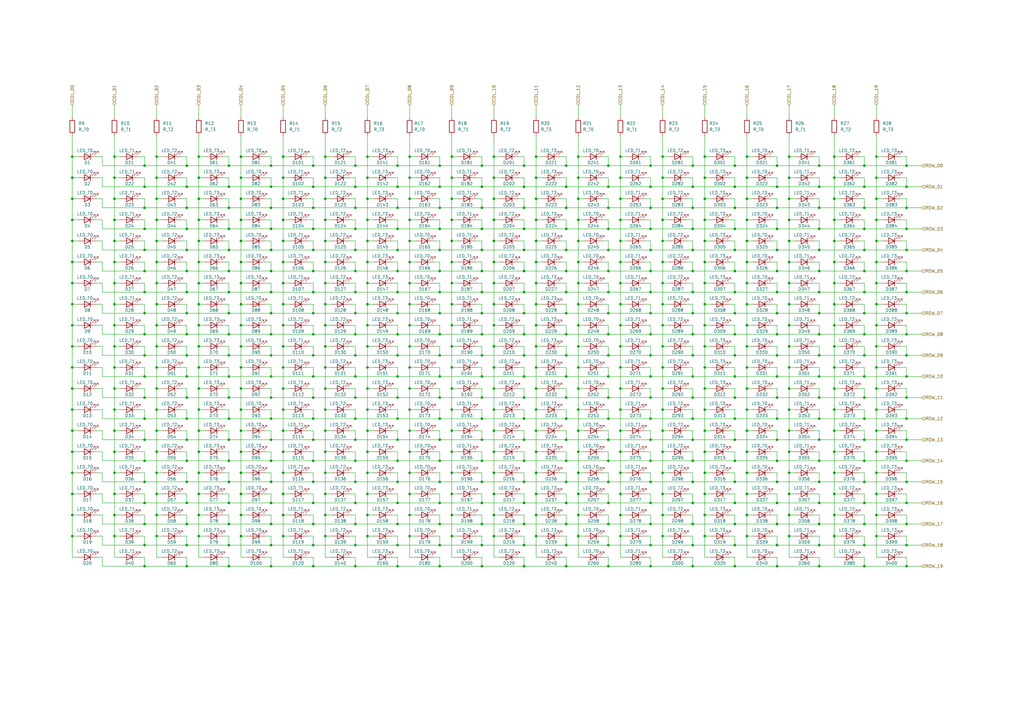
<source format=kicad_sch>
(kicad_sch (version 20250114) (generator "eeschema") (generator_version "9.0")
  (paper "User" 431.8 304.8)
  (title_block (title "G6 panel 45mm RP2354") (date "2025-11-25") (rev "v0.1.3") (company "IORodeo for Reiserlab @ Janelia"))
  (junction (at 185.42 105.41))
  (junction (at 30.48 208.28))
  (junction (at 78.74 78.74))
  (junction (at 48.26 83.82))
  (junction (at 167.64 212.09))
  (junction (at 60.96 69.85))
  (junction (at 185.42 87.63))
  (junction (at 332.74 190.5))
  (junction (at 114.3 149.86))
  (junction (at 297.18 119.38))
  (junction (at 66.04 190.5))
  (junction (at 220.98 149.86))
  (junction (at 167.64 114.3))
  (junction (at 220.98 105.41))
  (junction (at 369.57 172.72))
  (junction (at 369.57 74.93))
  (junction (at 351.79 154.94))
  (junction (at 30.48 137.16))
  (junction (at 132.08 158.75))
  (junction (at 309.88 78.74))
  (junction (at 96.52 140.97))
  (junction (at 274.32 185.42))
  (junction (at 149.86 194.31))
  (junction (at 190.5 101.6))
  (junction (at 83.82 101.6))
  (junction (at 119.38 119.38))
  (junction (at 364.49 176.53))
  (junction (at 190.5 190.5))
  (junction (at 332.74 146.05))
  (junction (at 48.26 66.04))
  (junction (at 382.27 212.09))
  (junction (at 238.76 140.97))
  (junction (at 203.2 114.3))
  (junction (at 327.66 158.75))
  (junction (at 101.6 226.06))
  (junction (at 261.62 74.93))
  (junction (at 274.32 114.3))
  (junction (at 226.06 128.27))
  (junction (at 256.54 123.19))
  (junction (at 114.3 238.76))
  (junction (at 369.57 181.61))
  (junction (at 382.27 105.41))
  (junction (at 297.18 199.39))
  (junction (at 238.76 212.09))
  (junction (at 220.98 229.87))
  (junction (at 351.79 190.5))
  (junction (at 292.1 132.08))
  (junction (at 238.76 105.41))
  (junction (at 309.88 132.08))
  (junction (at 369.57 119.38))
  (junction (at 149.86 149.86))
  (junction (at 167.64 167.64))
  (junction (at 60.96 158.75))
  (junction (at 83.82 163.83))
  (junction (at 96.52 87.63))
  (junction (at 185.42 185.42))
  (junction (at 203.2 87.63))
  (junction (at 149.86 114.3))
  (junction (at 327.66 185.42))
  (junction (at 382.27 229.87))
  (junction (at 292.1 78.74))
  (junction (at 119.38 226.06))
  (junction (at 203.2 105.41))
  (junction (at 279.4 92.71))
  (junction (at 60.96 105.41))
  (junction (at 172.72 128.27))
  (junction (at 185.42 229.87))
  (junction (at 154.94 217.17))
  (junction (at 351.79 92.71))
  (junction (at 243.84 128.27))
  (junction (at 167.64 96.52))
  (junction (at 382.27 167.64))
  (junction (at 220.98 238.76))
  (junction (at 154.94 146.05))
  (junction (at 60.96 176.53))
  (junction (at 66.04 146.05))
  (junction (at 137.16 119.38))
  (junction (at 167.64 238.76))
  (junction (at 345.44 194.31))
  (junction (at 48.26 92.71))
  (junction (at 332.74 137.16))
  (junction (at 154.94 172.72))
  (junction (at 309.88 203.2))
  (junction (at 149.86 167.64))
  (junction (at 60.96 238.76))
  (junction (at 364.49 78.74))
  (junction (at 382.27 96.52))
  (junction (at 96.52 132.08))
  (junction (at 114.3 123.19))
  (junction (at 309.88 69.85))
  (junction (at 309.88 149.86))
  (junction (at 203.2 194.31))
  (junction (at 261.62 110.49))
  (junction (at 137.16 181.61))
  (junction (at 48.26 163.83))
  (junction (at 185.42 140.97))
  (junction (at 132.08 87.63))
  (junction (at 292.1 203.2))
  (junction (at 114.3 185.42))
  (junction (at 66.04 137.16))
  (junction (at 208.28 226.06))
  (junction (at 309.88 194.31))
  (junction (at 78.74 194.31))
  (junction (at 238.76 229.87))
  (junction (at 345.44 203.2))
  (junction (at 48.26 146.05))
  (junction (at 137.16 66.04))
  (junction (at 332.74 199.39))
  (junction (at 351.79 101.6))
  (junction (at 279.4 74.93))
  (junction (at 220.98 158.75))
  (junction (at 208.28 119.38))
  (junction (at 292.1 238.76))
  (junction (at 382.27 238.76))
  (junction (at 332.74 119.38))
  (junction (at 327.66 114.3))
  (junction (at 314.96 172.72))
  (junction (at 132.08 185.42))
  (junction (at 203.2 158.75))
  (junction (at 226.06 92.71))
  (junction (at 190.5 163.83))
  (junction (at 314.96 101.6))
  (junction (at 132.08 176.53))
  (junction (at 190.5 83.82))
  (junction (at 172.72 208.28))
  (junction (at 369.57 128.27))
  (junction (at 274.32 78.74))
  (junction (at 220.98 203.2))
  (junction (at 190.5 146.05))
  (junction (at 30.48 172.72))
  (junction (at 274.32 203.2))
  (junction (at 190.5 208.28))
  (junction (at 172.72 101.6))
  (junction (at 114.3 220.98))
  (junction (at 297.18 226.06))
  (junction (at 279.4 146.05))
  (junction (at 274.32 87.63))
  (junction (at 154.94 199.39))
  (junction (at 261.62 190.5))
  (junction (at 261.62 146.05))
  (junction (at 149.86 238.76))
  (junction (at 332.74 101.6))
  (junction (at 332.74 217.17))
  (junction (at 327.66 220.98))
  (junction (at 154.94 226.06))
  (junction (at 279.4 217.17))
  (junction (at 154.94 110.49))
  (junction (at 60.96 114.3))
  (junction (at 274.32 194.31))
  (junction (at 48.26 208.28))
  (junction (at 256.54 105.41))
  (junction (at 238.76 203.2))
  (junction (at 66.04 154.94))
  (junction (at 203.2 96.52))
  (junction (at 48.26 74.93))
  (junction (at 203.2 229.87))
  (junction (at 114.3 78.74))
  (junction (at 279.4 119.38))
  (junction (at 369.57 66.04))
  (junction (at 292.1 185.42))
  (junction (at 119.38 110.49))
  (junction (at 351.79 163.83))
  (junction (at 351.79 181.61))
  (junction (at 60.96 220.98))
  (junction (at 132.08 229.87))
  (junction (at 60.96 194.31))
  (junction (at 345.44 114.3))
  (junction (at 292.1 149.86))
  (junction (at 364.49 238.76))
  (junction (at 382.27 132.08))
  (junction (at 327.66 123.19))
  (junction (at 114.3 158.75))
  (junction (at 256.54 140.97))
  (junction (at 83.82 172.72))
  (junction (at 327.66 194.31))
  (junction (at 132.08 114.3))
  (junction (at 364.49 203.2))
  (junction (at 297.18 66.04))
  (junction (at 137.16 101.6))
  (junction (at 243.84 172.72))
  (junction (at 114.3 229.87))
  (junction (at 238.76 132.08))
  (junction (at 154.94 83.82))
  (junction (at 208.28 154.94))
  (junction (at 185.42 158.75))
  (junction (at 154.94 208.28))
  (junction (at 314.96 119.38))
  (junction (at 238.76 123.19))
  (junction (at 190.5 172.72))
  (junction (at 243.84 217.17))
  (junction (at 256.54 229.87))
  (junction (at 203.2 203.2))
  (junction (at 238.76 194.31))
  (junction (at 297.18 74.93))
  (junction (at 382.27 149.86))
  (junction (at 226.06 163.83))
  (junction (at 119.38 74.93))
  (junction (at 30.48 154.94))
  (junction (at 243.84 83.82))
  (junction (at 332.74 226.06))
  (junction (at 297.18 92.71))
  (junction (at 238.76 69.85))
  (junction (at 256.54 212.09))
  (junction (at 369.57 101.6))
  (junction (at 220.98 167.64))
  (junction (at 345.44 167.64))
  (junction (at 208.28 110.49))
  (junction (at 208.28 146.05))
  (junction (at 238.76 167.64))
  (junction (at 243.84 163.83))
  (junction (at 226.06 146.05))
  (junction (at 30.48 199.39))
  (junction (at 369.57 226.06))
  (junction (at 185.42 194.31))
  (junction (at 256.54 185.42))
  (junction (at 132.08 105.41))
  (junction (at 208.28 128.27))
  (junction (at 172.72 146.05))
  (junction (at 208.28 181.61))
  (junction (at 185.42 176.53))
  (junction (at 256.54 69.85))
  (junction (at 149.86 140.97))
  (junction (at 364.49 114.3))
  (junction (at 345.44 78.74))
  (junction (at 190.5 154.94))
  (junction (at 256.54 194.31))
  (junction (at 238.76 149.86))
  (junction (at 154.94 101.6))
  (junction (at 101.6 128.27))
  (junction (at 345.44 149.86))
  (junction (at 203.2 212.09))
  (junction (at 78.74 114.3))
  (junction (at 243.84 199.39))
  (junction (at 256.54 238.76))
  (junction (at 60.96 123.19))
  (junction (at 309.88 114.3))
  (junction (at 101.6 154.94))
  (junction (at 119.38 101.6))
  (junction (at 190.5 74.93))
  (junction (at 243.84 226.06))
  (junction (at 220.98 69.85))
  (junction (at 256.54 203.2))
  (junction (at 96.52 185.42))
  (junction (at 190.5 199.39))
  (junction (at 243.84 92.71))
  (junction (at 60.96 229.87))
  (junction (at 78.74 220.98))
  (junction (at 332.74 163.83))
  (junction (at 119.38 146.05))
  (junction (at 119.38 128.27))
  (junction (at 172.72 92.71))
  (junction (at 369.57 163.83))
  (junction (at 172.72 154.94))
  (junction (at 279.4 66.04))
  (junction (at 96.52 158.75))
  (junction (at 185.42 212.09))
  (junction (at 167.64 194.31))
  (junction (at 149.86 158.75))
  (junction (at 208.28 137.16))
  (junction (at 292.1 123.19))
  (junction (at 208.28 199.39))
  (junction (at 274.32 105.41))
  (junction (at 274.32 220.98))
  (junction (at 96.52 194.31))
  (junction (at 261.62 128.27))
  (junction (at 314.96 83.82))
  (junction (at 274.32 149.86))
  (junction (at 332.74 110.49))
  (junction (at 83.82 199.39))
  (junction (at 101.6 146.05))
  (junction (at 167.64 132.08))
  (junction (at 78.74 167.64))
  (junction (at 203.2 167.64))
  (junction (at 382.27 185.42))
  (junction (at 132.08 220.98))
  (junction (at 96.52 69.85))
  (junction (at 243.84 208.28))
  (junction (at 345.44 212.09))
  (junction (at 332.74 74.93))
  (junction (at 327.66 212.09))
  (junction (at 83.82 226.06))
  (junction (at 83.82 190.5))
  (junction (at 119.38 137.16))
  (junction (at 382.27 123.19))
  (junction (at 327.66 229.87))
  (junction (at 226.06 83.82))
  (junction (at 154.94 66.04))
  (junction (at 96.52 96.52))
  (junction (at 220.98 96.52))
  (junction (at 297.18 163.83))
  (junction (at 208.28 208.28))
  (junction (at 208.28 83.82))
  (junction (at 279.4 226.06))
  (junction (at 364.49 212.09))
  (junction (at 309.88 158.75))
  (junction (at 203.2 78.74))
  (junction (at 185.42 123.19))
  (junction (at 256.54 149.86))
  (junction (at 297.18 217.17))
  (junction (at 297.18 110.49))
  (junction (at 314.96 110.49))
  (junction (at 119.38 154.94))
  (junction (at 297.18 181.61))
  (junction (at 256.54 176.53))
  (junction (at 96.52 123.19))
  (junction (at 114.3 87.63))
  (junction (at 30.48 119.38))
  (junction (at 119.38 208.28))
  (junction (at 345.44 87.63))
  (junction (at 345.44 96.52))
  (junction (at 351.79 226.06))
  (junction (at 149.86 212.09))
  (junction (at 332.74 66.04))
  (junction (at 261.62 66.04))
  (junction (at 48.26 217.17))
  (junction (at 314.96 226.06))
  (junction (at 172.72 190.5))
  (junction (at 185.42 132.08))
  (junction (at 382.27 220.98))
  (junction (at 256.54 78.74))
  (junction (at 369.57 83.82))
  (junction (at 332.74 128.27))
  (junction (at 167.64 185.42))
  (junction (at 132.08 140.97))
  (junction (at 351.79 119.38))
  (junction (at 220.98 78.74))
  (junction (at 119.38 199.39))
  (junction (at 208.28 163.83))
  (junction (at 149.86 132.08))
  (junction (at 226.06 190.5))
  (junction (at 203.2 123.19))
  (junction (at 274.32 176.53))
  (junction (at 167.64 158.75))
  (junction (at 220.98 212.09))
  (junction (at 48.26 190.5))
  (junction (at 345.44 229.87))
  (junction (at 114.3 96.52))
  (junction (at 203.2 185.42))
  (junction (at 238.76 220.98))
  (junction (at 114.3 203.2))
  (junction (at 185.42 238.76))
  (junction (at 309.88 212.09))
  (junction (at 83.82 74.93))
  (junction (at 345.44 123.19))
  (junction (at 345.44 158.75))
  (junction (at 119.38 163.83))
  (junction (at 309.88 229.87))
  (junction (at 351.79 74.93))
  (junction (at 119.38 83.82))
  (junction (at 83.82 154.94))
  (junction (at 314.96 128.27))
  (junction (at 256.54 132.08))
  (junction (at 314.96 137.16))
  (junction (at 243.84 119.38))
  (junction (at 96.52 212.09))
  (junction (at 369.57 110.49))
  (junction (at 96.52 238.76))
  (junction (at 154.94 128.27))
  (junction (at 60.96 87.63))
  (junction (at 132.08 123.19))
  (junction (at 149.86 220.98))
  (junction (at 369.57 146.05))
  (junction (at 314.96 217.17))
  (junction (at 203.2 220.98))
  (junction (at 190.5 128.27))
  (junction (at 279.4 154.94))
  (junction (at 279.4 208.28))
  (junction (at 78.74 185.42))
  (junction (at 382.27 114.3))
  (junction (at 66.04 119.38))
  (junction (at 149.86 69.85))
  (junction (at 78.74 176.53))
  (junction (at 369.57 208.28))
  (junction (at 364.49 132.08))
  (junction (at 208.28 92.71))
  (junction (at 345.44 176.53))
  (junction (at 226.06 119.38))
  (junction (at 274.32 123.19))
  (junction (at 114.3 69.85))
  (junction (at 172.72 199.39))
  (junction (at 101.6 208.28))
  (junction (at 220.98 132.08))
  (junction (at 78.74 132.08))
  (junction (at 327.66 132.08))
  (junction (at 238.76 185.42))
  (junction (at 279.4 172.72))
  (junction (at 149.86 229.87))
  (junction (at 137.16 128.27))
  (junction (at 78.74 123.19))
  (junction (at 167.64 69.85))
  (junction (at 297.18 172.72))
  (junction (at 332.74 154.94))
  (junction (at 30.48 190.5))
  (junction (at 66.04 163.83))
  (junction (at 48.26 154.94))
  (junction (at 101.6 172.72))
  (junction (at 297.18 137.16))
  (junction (at 382.27 140.97))
  (junction (at 314.96 154.94))
  (junction (at 96.52 229.87))
  (junction (at 292.1 220.98))
  (junction (at 83.82 83.82))
  (junction (at 48.26 137.16))
  (junction (at 327.66 96.52))
  (junction (at 314.96 163.83))
  (junction (at 382.27 203.2))
  (junction (at 208.28 190.5))
  (junction (at 203.2 140.97))
  (junction (at 345.44 220.98))
  (junction (at 226.06 217.17))
  (junction (at 132.08 132.08))
  (junction (at 83.82 181.61))
  (junction (at 101.6 110.49))
  (junction (at 154.94 154.94))
  (junction (at 30.48 101.6))
  (junction (at 154.94 181.61))
  (junction (at 208.28 172.72))
  (junction (at 382.27 78.74))
  (junction (at 238.76 176.53))
  (junction (at 256.54 220.98))
  (junction (at 78.74 212.09))
  (junction (at 314.96 181.61))
  (junction (at 101.6 190.5))
  (junction (at 137.16 154.94))
  (junction (at 60.96 96.52))
  (junction (at 279.4 163.83))
  (junction (at 243.84 101.6))
  (junction (at 220.98 87.63))
  (junction (at 243.84 190.5))
  (junction (at 48.26 101.6))
  (junction (at 292.1 140.97))
  (junction (at 78.74 229.87))
  (junction (at 297.18 128.27))
  (junction (at 167.64 149.86))
  (junction (at 369.57 137.16))
  (junction (at 327.66 87.63))
  (junction (at 185.42 78.74))
  (junction (at 149.86 176.53))
  (junction (at 167.64 203.2))
  (junction (at 119.38 92.71))
  (junction (at 314.96 92.71))
  (junction (at 332.74 208.28))
  (junction (at 351.79 217.17))
  (junction (at 274.32 140.97))
  (junction (at 172.72 110.49))
  (junction (at 30.48 217.17))
  (junction (at 137.16 110.49))
  (junction (at 327.66 203.2))
  (junction (at 226.06 172.72))
  (junction (at 66.04 74.93))
  (junction (at 274.32 69.85))
  (junction (at 132.08 78.74))
  (junction (at 309.88 167.64))
  (junction (at 261.62 163.83))
  (junction (at 172.72 74.93))
  (junction (at 382.27 158.75))
  (junction (at 132.08 203.2))
  (junction (at 78.74 149.86))
  (junction (at 364.49 194.31))
  (junction (at 137.16 146.05))
  (junction (at 309.88 96.52))
  (junction (at 30.48 226.06))
  (junction (at 190.5 137.16))
  (junction (at 154.94 163.83))
  (junction (at 292.1 194.31))
  (junction (at 30.48 92.71))
  (junction (at 101.6 119.38))
  (junction (at 149.86 123.19))
  (junction (at 238.76 114.3))
  (junction (at 66.04 199.39))
  (junction (at 226.06 199.39))
  (junction (at 60.96 78.74))
  (junction (at 314.96 190.5))
  (junction (at 261.62 199.39))
  (junction (at 279.4 101.6))
  (junction (at 137.16 92.71))
  (junction (at 226.06 110.49))
  (junction (at 261.62 181.61))
  (junction (at 238.76 158.75))
  (junction (at 149.86 96.52))
  (junction (at 369.57 217.17))
  (junction (at 292.1 229.87))
  (junction (at 261.62 217.17))
  (junction (at 154.94 92.71))
  (junction (at 369.57 92.71))
  (junction (at 243.84 154.94))
  (junction (at 309.88 123.19))
  (junction (at 327.66 140.97))
  (junction (at 185.42 167.64))
  (junction (at 114.3 176.53))
  (junction (at 132.08 96.52))
  (junction (at 60.96 203.2))
  (junction (at 203.2 132.08))
  (junction (at 297.18 146.05))
  (junction (at 137.16 208.28))
  (junction (at 83.82 92.71))
  (junction (at 292.1 114.3))
  (junction (at 114.3 212.09))
  (junction (at 292.1 69.85))
  (junction (at 274.32 158.75))
  (junction (at 101.6 92.71))
  (junction (at 220.98 123.19))
  (junction (at 119.38 190.5))
  (junction (at 119.38 217.17))
  (junction (at 203.2 69.85))
  (junction (at 351.79 66.04))
  (junction (at 297.18 83.82))
  (junction (at 167.64 78.74))
  (junction (at 226.06 74.93))
  (junction (at 119.38 172.72))
  (junction (at 119.38 181.61))
  (junction (at 78.74 140.97))
  (junction (at 274.32 212.09))
  (junction (at 66.04 66.04))
  (junction (at 327.66 69.85))
  (junction (at 274.32 167.64))
  (junction (at 351.79 208.28))
  (junction (at 167.64 87.63))
  (junction (at 314.96 66.04))
  (junction (at 238.76 87.63))
  (junction (at 279.4 181.61))
  (junction (at 96.52 167.64))
  (junction (at 30.48 163.83))
  (junction (at 149.86 185.42))
  (junction (at 292.1 176.53))
  (junction (at 226.06 226.06))
  (junction (at 172.72 181.61))
  (junction (at 309.88 176.53))
  (junction (at 101.6 163.83))
  (junction (at 96.52 114.3))
  (junction (at 314.96 146.05))
  (junction (at 351.79 137.16))
  (junction (at 114.3 140.97))
  (junction (at 297.18 154.94))
  (junction (at 190.5 92.71))
  (junction (at 364.49 167.64))
  (junction (at 78.74 87.63))
  (junction (at 137.16 190.5))
  (junction (at 309.88 105.41))
  (junction (at 382.27 69.85))
  (junction (at 185.42 69.85))
  (junction (at 345.44 132.08))
  (junction (at 66.04 172.72))
  (junction (at 101.6 181.61))
  (junction (at 345.44 238.76))
  (junction (at 274.32 132.08))
  (junction (at 238.76 238.76))
  (junction (at 292.1 87.63))
  (junction (at 351.79 83.82))
  (junction (at 101.6 66.04))
  (junction (at 297.18 208.28))
  (junction (at 96.52 203.2))
  (junction (at 172.72 226.06))
  (junction (at 226.06 66.04))
  (junction (at 279.4 128.27))
  (junction (at 190.5 181.61))
  (junction (at 345.44 69.85))
  (junction (at 208.28 66.04))
  (junction (at 226.06 137.16))
  (junction (at 274.32 96.52))
  (junction (at 279.4 190.5))
  (junction (at 345.44 105.41))
  (junction (at 261.62 119.38))
  (junction (at 30.48 83.82))
  (junction (at 30.48 110.49))
  (junction (at 190.5 226.06))
  (junction (at 261.62 154.94))
  (junction (at 279.4 137.16))
  (junction (at 96.52 176.53))
  (junction (at 114.3 105.41))
  (junction (at 114.3 114.3))
  (junction (at 369.57 199.39))
  (junction (at 149.86 105.41))
  (junction (at 66.04 110.49))
  (junction (at 364.49 158.75))
  (junction (at 48.26 172.72))
  (junction (at 83.82 66.04))
  (junction (at 208.28 101.6))
  (junction (at 30.48 66.04))
  (junction (at 256.54 158.75))
  (junction (at 101.6 101.6))
  (junction (at 243.84 137.16))
  (junction (at 30.48 181.61))
  (junction (at 101.6 74.93))
  (junction (at 243.84 74.93))
  (junction (at 382.27 194.31))
  (junction (at 203.2 238.76))
  (junction (at 172.72 83.82))
  (junction (at 137.16 163.83))
  (junction (at 167.64 123.19))
  (junction (at 351.79 199.39))
  (junction (at 167.64 229.87))
  (junction (at 167.64 140.97))
  (junction (at 101.6 83.82))
  (junction (at 297.18 101.6))
  (junction (at 274.32 238.76))
  (junction (at 226.06 181.61))
  (junction (at 154.94 190.5))
  (junction (at 327.66 149.86))
  (junction (at 48.26 181.61))
  (junction (at 185.42 220.98))
  (junction (at 292.1 96.52))
  (junction (at 190.5 66.04))
  (junction (at 114.3 194.31))
  (junction (at 137.16 199.39))
  (junction (at 309.88 185.42))
  (junction (at 66.04 92.71))
  (junction (at 364.49 105.41))
  (junction (at 364.49 96.52))
  (junction (at 220.98 114.3))
  (junction (at 119.38 66.04))
  (junction (at 114.3 167.64))
  (junction (at 66.04 83.82))
  (junction (at 78.74 69.85))
  (junction (at 83.82 146.05))
  (junction (at 345.44 140.97))
  (junction (at 364.49 87.63))
  (junction (at 167.64 105.41))
  (junction (at 132.08 194.31))
  (junction (at 292.1 167.64))
  (junction (at 66.04 128.27))
  (junction (at 309.88 238.76))
  (junction (at 369.57 154.94))
  (junction (at 292.1 105.41))
  (junction (at 137.16 137.16))
  (junction (at 274.32 229.87))
  (junction (at 351.79 146.05))
  (junction (at 185.42 114.3))
  (junction (at 66.04 181.61))
  (junction (at 364.49 220.98))
  (junction (at 351.79 128.27))
  (junction (at 203.2 176.53))
  (junction (at 208.28 74.93))
  (junction (at 78.74 158.75))
  (junction (at 172.72 137.16))
  (junction (at 172.72 119.38))
  (junction (at 137.16 74.93))
  (junction (at 167.64 220.98))
  (junction (at 369.57 190.5))
  (junction (at 137.16 172.72))
  (junction (at 137.16 226.06))
  (junction (at 226.06 101.6))
  (junction (at 327.66 176.53))
  (junction (at 154.94 137.16))
  (junction (at 60.96 149.86))
  (junction (at 172.72 163.83))
  (junction (at 309.88 87.63))
  (junction (at 154.94 119.38))
  (junction (at 332.74 83.82))
  (junction (at 132.08 212.09))
  (junction (at 78.74 105.41))
  (junction (at 172.72 172.72))
  (junction (at 96.52 149.86))
  (junction (at 292.1 158.75))
  (junction (at 364.49 149.86))
  (junction (at 132.08 167.64))
  (junction (at 243.84 110.49))
  (junction (at 83.82 217.17))
  (junction (at 30.48 74.93))
  (junction (at 30.48 128.27))
  (junction (at 132.08 149.86))
  (junction (at 83.82 119.38))
  (junction (at 261.62 92.71))
  (junction (at 78.74 96.52))
  (junction (at 364.49 140.97))
  (junction (at 351.79 110.49))
  (junction (at 185.42 149.86))
  (junction (at 66.04 101.6))
  (junction (at 114.3 132.08))
  (junction (at 203.2 149.86))
  (junction (at 345.44 185.42))
  (junction (at 220.98 194.31))
  (junction (at 78.74 203.2))
  (junction (at 261.62 101.6))
  (junction (at 190.5 119.38))
  (junction (at 137.16 83.82))
  (junction (at 66.04 217.17))
  (junction (at 66.04 208.28))
  (junction (at 256.54 167.64))
  (junction (at 351.79 172.72))
  (junction (at 96.52 105.41))
  (junction (at 382.27 87.63))
  (junction (at 243.84 146.05))
  (junction (at 60.96 185.42))
  (junction (at 238.76 78.74))
  (junction (at 96.52 78.74))
  (junction (at 256.54 87.63))
  (junction (at 149.86 78.74))
  (junction (at 190.5 217.17))
  (junction (at 185.42 203.2))
  (junction (at 332.74 172.72))
  (junction (at 279.4 110.49))
  (junction (at 364.49 185.42))
  (junction (at 220.98 185.42))
  (junction (at 154.94 74.93))
  (junction (at 167.64 176.53))
  (junction (at 101.6 217.17))
  (junction (at 60.96 140.97))
  (junction (at 261.62 83.82))
  (junction (at 101.6 199.39))
  (junction (at 332.74 92.71))
  (junction (at 314.96 208.28))
  (junction (at 149.86 87.63))
  (junction (at 314.96 74.93))
  (junction (at 327.66 105.41))
  (junction (at 332.74 181.61))
  (junction (at 261.62 137.16))
  (junction (at 60.96 212.09))
  (junction (at 185.42 96.52))
  (junction (at 292.1 212.09))
  (junction (at 172.72 217.17))
  (junction (at 83.82 208.28))
  (junction (at 261.62 208.28))
  (junction (at 243.84 181.61))
  (junction (at 220.98 220.98))
  (junction (at 30.48 146.05))
  (junction (at 309.88 220.98))
  (junction (at 96.52 220.98))
  (junction (at 149.86 203.2))
  (junction (at 220.98 176.53))
  (junction (at 327.66 167.64))
  (junction (at 48.26 226.06))
  (junction (at 238.76 96.52))
  (junction (at 364.49 69.85))
  (junction (at 137.16 217.17))
  (junction (at 226.06 154.94))
  (junction (at 364.49 123.19))
  (junction (at 208.28 217.17))
  (junction (at 83.82 110.49))
  (junction (at 314.96 199.39))
  (junction (at 261.62 172.72))
  (junction (at 60.96 167.64))
  (junction (at 309.88 140.97))
  (junction (at 48.26 110.49))
  (junction (at 78.74 238.76))
  (junction (at 132.08 238.76))
  (junction (at 48.26 128.27))
  (junction (at 132.08 69.85))
  (junction (at 101.6 137.16))
  (junction (at 220.98 140.97))
  (junction (at 83.82 128.27))
  (junction (at 279.4 199.39))
  (junction (at 279.4 83.82))
  (junction (at 364.49 229.87))
  (junction (at 48.26 119.38))
  (junction (at 48.26 199.39))
  (junction (at 327.66 238.76))
  (junction (at 60.96 132.08))
  (junction (at 226.06 208.28))
  (junction (at 297.18 190.5))
  (junction (at 256.54 96.52))
  (junction (at 327.66 78.74))
  (junction (at 261.62 226.06))
  (junction (at 66.04 226.06))
  (junction (at 83.82 137.16))
  (junction (at 382.27 176.53))
  (junction (at 172.72 66.04))
  (junction (at 256.54 114.3))
  (junction (at 190.5 110.49))
  (junction (at 243.84 66.04))
  (wire (pts (xy 185.42 229.87) (xy 203.2 229.87)))
  (wire (pts (xy 208.28 190.5) (xy 208.28 199.39)))
  (wire (pts (xy 185.42 163.83) (xy 185.42 167.64)))
  (wire (pts (xy 228.6 199.39) (xy 226.06 199.39)))
  (wire (pts (xy 149.86 128.27) (xy 149.86 132.08)))
  (wire (pts (xy 203.2 176.53) (xy 220.98 176.53)))
  (wire (pts (xy 43.18 149.86) (xy 60.96 149.86)))
  (wire (pts (xy 96.52 110.49) (xy 93.98 110.49)))
  (wire (pts (xy 104.14 146.05) (xy 101.6 146.05)))
  (wire (pts (xy 203.2 149.86) (xy 220.98 149.86)))
  (wire (pts (xy 292.1 208.28) (xy 289.56 208.28)))
  (wire (pts (xy 369.57 110.49) (xy 369.57 119.38)))
  (wire (pts (xy 382.27 149.86) (xy 388.62 149.86)))
  (wire (pts (xy 327.66 128.27) (xy 325.12 128.27)))
  (wire (pts (xy 48.26 154.94) (xy 48.26 163.83)))
  (wire (pts (xy 332.74 146.05) (xy 332.74 154.94)))
  (wire (pts (xy 382.27 87.63) (xy 388.62 87.63)))
  (wire (pts (xy 274.32 212.09) (xy 292.1 212.09)))
  (wire (pts (xy 220.98 101.6) (xy 218.44 101.6)))
  (wire (pts (xy 274.32 194.31) (xy 292.1 194.31)))
  (wire (pts (xy 86.36 154.94) (xy 83.82 154.94)))
  (wire (pts (xy 96.52 128.27) (xy 96.52 132.08)))
  (wire (pts (xy 114.3 128.27) (xy 111.76 128.27)))
  (wire (pts (xy 172.72 92.71) (xy 172.72 101.6)))
  (wire (pts (xy 96.52 167.64) (xy 114.3 167.64)))
  (wire (pts (xy 228.6 92.71) (xy 226.06 92.71)))
  (wire (pts (xy 238.76 238.76) (xy 256.54 238.76)))
  (wire (pts (xy 274.32 208.28) (xy 274.32 212.09)))
  (wire (pts (xy 78.74 220.98) (xy 96.52 220.98)))
  (wire (pts (xy 210.82 128.27) (xy 208.28 128.27)))
  (wire (pts (xy 256.54 96.52) (xy 274.32 96.52)))
  (wire (pts (xy 149.86 83.82) (xy 149.86 87.63)))
  (wire (pts (xy 96.52 154.94) (xy 93.98 154.94)))
  (wire (pts (xy 66.04 172.72) (xy 66.04 181.61)))
  (wire (pts (xy 203.2 96.52) (xy 220.98 96.52)))
  (wire (pts (xy 48.26 226.06) (xy 48.26 234.95)))
  (wire (pts (xy 309.88 163.83) (xy 307.34 163.83)))
  (wire (pts (xy 33.02 119.38) (xy 30.48 119.38)))
  (wire (pts (xy 203.2 199.39) (xy 200.66 199.39)))
  (wire (pts (xy 369.57 44.45) (xy 369.57 49.53)))
  (wire (pts (xy 292.1 101.6) (xy 292.1 105.41)))
  (wire (pts (xy 261.62 217.17) (xy 261.62 226.06)))
  (wire (pts (xy 264.16 137.16) (xy 261.62 137.16)))
  (wire (pts (xy 132.08 92.71) (xy 132.08 96.52)))
  (wire (pts (xy 369.57 101.6) (xy 369.57 110.49)))
  (wire (pts (xy 167.64 234.95) (xy 167.64 238.76)))
  (wire (pts (xy 78.74 74.93) (xy 78.74 78.74)))
  (wire (pts (xy 172.72 226.06) (xy 172.72 234.95)))
  (wire (pts (xy 190.5 217.17) (xy 190.5 226.06)))
  (wire (pts (xy 238.76 185.42) (xy 256.54 185.42)))
  (wire (pts (xy 246.38 234.95) (xy 243.84 234.95)))
  (wire (pts (xy 220.98 172.72) (xy 218.44 172.72)))
  (wire (pts (xy 167.64 137.16) (xy 165.1 137.16)))
  (wire (pts (xy 354.33 234.95) (xy 351.79 234.95)))
  (wire (pts (xy 274.32 217.17) (xy 271.78 217.17)))
  (wire (pts (xy 226.06 190.5) (xy 226.06 199.39)))
  (wire (pts (xy 243.84 92.71) (xy 243.84 101.6)))
  (wire (pts (xy 114.3 226.06) (xy 114.3 229.87)))
  (wire (pts (xy 317.5 66.04) (xy 314.96 66.04)))
  (wire (pts (xy 149.86 208.28) (xy 147.32 208.28)))
  (wire (pts (xy 175.26 110.49) (xy 172.72 110.49)))
  (wire (pts (xy 274.32 181.61) (xy 271.78 181.61)))
  (wire (pts (xy 185.42 181.61) (xy 182.88 181.61)))
  (wire (pts (xy 60.96 220.98) (xy 78.74 220.98)))
  (wire (pts (xy 114.3 229.87) (xy 132.08 229.87)))
  (wire (pts (xy 220.98 190.5) (xy 218.44 190.5)))
  (wire (pts (xy 137.16 44.45) (xy 137.16 49.53)))
  (wire (pts (xy 351.79 181.61) (xy 351.79 190.5)))
  (wire (pts (xy 203.2 78.74) (xy 220.98 78.74)))
  (wire (pts (xy 30.48 57.15) (xy 30.48 66.04)))
  (wire (pts (xy 382.27 234.95) (xy 379.73 234.95)))
  (wire (pts (xy 137.16 154.94) (xy 137.16 163.83)))
  (wire (pts (xy 185.42 105.41) (xy 203.2 105.41)))
  (wire (pts (xy 238.76 74.93) (xy 238.76 78.74)))
  (wire (pts (xy 60.96 69.85) (xy 78.74 69.85)))
  (wire (pts (xy 345.44 128.27) (xy 345.44 132.08)))
  (wire (pts (xy 292.1 172.72) (xy 292.1 176.53)))
  (wire (pts (xy 220.98 190.5) (xy 220.98 194.31)))
  (wire (pts (xy 228.6 128.27) (xy 226.06 128.27)))
  (wire (pts (xy 83.82 217.17) (xy 83.82 226.06)))
  (wire (pts (xy 382.27 226.06) (xy 379.73 226.06)))
  (wire (pts (xy 167.64 69.85) (xy 185.42 69.85)))
  (wire (pts (xy 369.57 172.72) (xy 369.57 181.61)))
  (wire (pts (xy 101.6 128.27) (xy 101.6 137.16)))
  (wire (pts (xy 50.8 92.71) (xy 48.26 92.71)))
  (wire (pts (xy 238.76 149.86) (xy 256.54 149.86)))
  (wire (pts (xy 327.66 137.16) (xy 327.66 140.97)))
  (wire (pts (xy 83.82 190.5) (xy 83.82 199.39)))
  (wire (pts (xy 382.27 101.6) (xy 379.73 101.6)))
  (wire (pts (xy 96.52 69.85) (xy 114.3 69.85)))
  (wire (pts (xy 96.52 163.83) (xy 96.52 167.64)))
  (wire (pts (xy 121.92 119.38) (xy 119.38 119.38)))
  (wire (pts (xy 246.38 217.17) (xy 243.84 217.17)))
  (wire (pts (xy 292.1 96.52) (xy 309.88 96.52)))
  (wire (pts (xy 50.8 128.27) (xy 48.26 128.27)))
  (wire (pts (xy 274.32 66.04) (xy 271.78 66.04)))
  (wire (pts (xy 281.94 181.61) (xy 279.4 181.61)))
  (wire (pts (xy 372.11 226.06) (xy 369.57 226.06)))
  (wire (pts (xy 121.92 146.05) (xy 119.38 146.05)))
  (wire (pts (xy 96.52 217.17) (xy 93.98 217.17)))
  (wire (pts (xy 309.88 181.61) (xy 309.88 185.42)))
  (wire (pts (xy 220.98 176.53) (xy 238.76 176.53)))
  (wire (pts (xy 297.18 199.39) (xy 297.18 208.28)))
  (wire (pts (xy 238.76 199.39) (xy 236.22 199.39)))
  (wire (pts (xy 292.1 185.42) (xy 309.88 185.42)))
  (wire (pts (xy 382.27 220.98) (xy 388.62 220.98)))
  (wire (pts (xy 243.84 190.5) (xy 243.84 199.39)))
  (wire (pts (xy 256.54 66.04) (xy 254 66.04)))
  (wire (pts (xy 60.96 110.49) (xy 60.96 114.3)))
  (wire (pts (xy 60.96 132.08) (xy 78.74 132.08)))
  (wire (pts (xy 78.74 83.82) (xy 76.2 83.82)))
  (wire (pts (xy 279.4 181.61) (xy 279.4 190.5)))
  (wire (pts (xy 327.66 119.38) (xy 327.66 123.19)))
  (wire (pts (xy 43.18 176.53) (xy 60.96 176.53)))
  (wire (pts (xy 78.74 66.04) (xy 78.74 69.85)))
  (wire (pts (xy 203.2 66.04) (xy 203.2 69.85)))
  (wire (pts (xy 292.1 217.17) (xy 289.56 217.17)))
  (wire (pts (xy 167.64 220.98) (xy 185.42 220.98)))
  (wire (pts (xy 243.84 199.39) (xy 243.84 208.28)))
  (wire (pts (xy 101.6 83.82) (xy 101.6 92.71)))
  (wire (pts (xy 281.94 199.39) (xy 279.4 199.39)))
  (wire (pts (xy 96.52 234.95) (xy 96.52 238.76)))
  (wire (pts (xy 114.3 78.74) (xy 132.08 78.74)))
  (wire (pts (xy 220.98 137.16) (xy 220.98 140.97)))
  (wire (pts (xy 309.88 110.49) (xy 307.34 110.49)))
  (wire (pts (xy 345.44 208.28) (xy 342.9 208.28)))
  (wire (pts (xy 238.76 132.08) (xy 256.54 132.08)))
  (wire (pts (xy 354.33 154.94) (xy 351.79 154.94)))
  (wire (pts (xy 382.27 185.42) (xy 388.62 185.42)))
  (wire (pts (xy 226.06 181.61) (xy 226.06 190.5)))
  (wire (pts (xy 132.08 66.04) (xy 132.08 69.85)))
  (wire (pts (xy 167.64 208.28) (xy 167.64 212.09)))
  (wire (pts (xy 119.38 181.61) (xy 119.38 190.5)))
  (wire (pts (xy 345.44 194.31) (xy 364.49 194.31)))
  (wire (pts (xy 327.66 217.17) (xy 327.66 220.98)))
  (wire (pts (xy 154.94 217.17) (xy 154.94 226.06)))
  (wire (pts (xy 297.18 172.72) (xy 297.18 181.61)))
  (wire (pts (xy 238.76 83.82) (xy 238.76 87.63)))
  (wire (pts (xy 60.96 92.71) (xy 58.42 92.71)))
  (wire (pts (xy 119.38 92.71) (xy 119.38 101.6)))
  (wire (pts (xy 149.86 185.42) (xy 167.64 185.42)))
  (wire (pts (xy 114.3 101.6) (xy 111.76 101.6)))
  (wire (pts (xy 299.72 234.95) (xy 297.18 234.95)))
  (wire (pts (xy 327.66 74.93) (xy 327.66 78.74)))
  (wire (pts (xy 203.2 154.94) (xy 203.2 158.75)))
  (wire (pts (xy 256.54 137.16) (xy 256.54 140.97)))
  (wire (pts (xy 292.1 146.05) (xy 292.1 149.86)))
  (wire (pts (xy 238.76 128.27) (xy 238.76 132.08)))
  (wire (pts (xy 256.54 226.06) (xy 256.54 229.87)))
  (wire (pts (xy 114.3 132.08) (xy 132.08 132.08)))
  (wire (pts (xy 167.64 163.83) (xy 167.64 167.64)))
  (wire (pts (xy 33.02 137.16) (xy 30.48 137.16)))
  (wire (pts (xy 364.49 83.82) (xy 361.95 83.82)))
  (wire (pts (xy 299.72 110.49) (xy 297.18 110.49)))
  (wire (pts (xy 190.5 154.94) (xy 190.5 163.83)))
  (wire (pts (xy 332.74 128.27) (xy 332.74 137.16)))
  (wire (pts (xy 96.52 185.42) (xy 114.3 185.42)))
  (wire (pts (xy 382.27 154.94) (xy 382.27 158.75)))
  (wire (pts (xy 297.18 128.27) (xy 297.18 137.16)))
  (wire (pts (xy 309.88 167.64) (xy 327.66 167.64)))
  (wire (pts (xy 327.66 190.5) (xy 327.66 194.31)))
  (wire (pts (xy 60.96 119.38) (xy 60.96 123.19)))
  (wire (pts (xy 132.08 217.17) (xy 132.08 220.98)))
  (wire (pts (xy 256.54 87.63) (xy 274.32 87.63)))
  (wire (pts (xy 137.16 226.06) (xy 137.16 234.95)))
  (wire (pts (xy 96.52 119.38) (xy 96.52 123.19)))
  (wire (pts (xy 149.86 181.61) (xy 147.32 181.61)))
  (wire (pts (xy 78.74 185.42) (xy 96.52 185.42)))
  (wire (pts (xy 114.3 66.04) (xy 111.76 66.04)))
  (wire (pts (xy 68.58 154.94) (xy 66.04 154.94)))
  (wire (pts (xy 193.04 74.93) (xy 190.5 74.93)))
  (wire (pts (xy 203.2 217.17) (xy 203.2 220.98)))
  (wire (pts (xy 299.72 101.6) (xy 297.18 101.6)))
  (wire (pts (xy 256.54 226.06) (xy 254 226.06)))
  (wire (pts (xy 335.28 163.83) (xy 332.74 163.83)))
  (wire (pts (xy 292.1 92.71) (xy 292.1 96.52)))
  (wire (pts (xy 274.32 83.82) (xy 271.78 83.82)))
  (wire (pts (xy 43.18 146.05) (xy 40.64 146.05)))
  (wire (pts (xy 309.88 234.95) (xy 309.88 238.76)))
  (wire (pts (xy 139.7 119.38) (xy 137.16 119.38)))
  (wire (pts (xy 175.26 226.06) (xy 172.72 226.06)))
  (wire (pts (xy 154.94 208.28) (xy 154.94 217.17)))
  (wire (pts (xy 345.44 74.93) (xy 342.9 74.93)))
  (wire (pts (xy 157.48 217.17) (xy 154.94 217.17)))
  (wire (pts (xy 382.27 208.28) (xy 379.73 208.28)))
  (wire (pts (xy 309.88 69.85) (xy 327.66 69.85)))
  (wire (pts (xy 256.54 181.61) (xy 254 181.61)))
  (wire (pts (xy 121.92 74.93) (xy 119.38 74.93)))
  (wire (pts (xy 86.36 181.61) (xy 83.82 181.61)))
  (wire (pts (xy 119.38 101.6) (xy 119.38 110.49)))
  (wire (pts (xy 382.27 128.27) (xy 382.27 132.08)))
  (wire (pts (xy 256.54 119.38) (xy 254 119.38)))
  (wire (pts (xy 172.72 83.82) (xy 172.72 92.71)))
  (wire (pts (xy 364.49 110.49) (xy 361.95 110.49)))
  (wire (pts (xy 226.06 57.15) (xy 226.06 66.04)))
  (wire (pts (xy 114.3 83.82) (xy 114.3 87.63)))
  (wire (pts (xy 309.88 238.76) (xy 327.66 238.76)))
  (wire (pts (xy 96.52 74.93) (xy 93.98 74.93)))
  (wire (pts (xy 167.64 87.63) (xy 185.42 87.63)))
  (wire (pts (xy 203.2 226.06) (xy 200.66 226.06)))
  (wire (pts (xy 78.74 140.97) (xy 96.52 140.97)))
  (wire (pts (xy 292.1 190.5) (xy 289.56 190.5)))
  (wire (pts (xy 119.38 217.17) (xy 119.38 226.06)))
  (wire (pts (xy 203.2 229.87) (xy 220.98 229.87)))
  (wire (pts (xy 220.98 217.17) (xy 218.44 217.17)))
  (wire (pts (xy 292.1 220.98) (xy 309.88 220.98)))
  (wire (pts (xy 78.74 132.08) (xy 96.52 132.08)))
  (wire (pts (xy 382.27 146.05) (xy 382.27 149.86)))
  (wire (pts (xy 68.58 172.72) (xy 66.04 172.72)))
  (wire (pts (xy 274.32 217.17) (xy 274.32 220.98)))
  (wire (pts (xy 256.54 217.17) (xy 254 217.17)))
  (wire (pts (xy 238.76 83.82) (xy 236.22 83.82)))
  (wire (pts (xy 185.42 140.97) (xy 203.2 140.97)))
  (wire (pts (xy 190.5 83.82) (xy 190.5 92.71)))
  (wire (pts (xy 190.5 66.04) (xy 190.5 74.93)))
  (wire (pts (xy 101.6 92.71) (xy 101.6 101.6)))
  (wire (pts (xy 292.1 110.49) (xy 292.1 114.3)))
  (wire (pts (xy 226.06 137.16) (xy 226.06 146.05)))
  (wire (pts (xy 314.96 181.61) (xy 314.96 190.5)))
  (wire (pts (xy 372.11 199.39) (xy 369.57 199.39)))
  (wire (pts (xy 292.1 123.19) (xy 309.88 123.19)))
  (wire (pts (xy 86.36 74.93) (xy 83.82 74.93)))
  (wire (pts (xy 50.8 119.38) (xy 48.26 119.38)))
  (wire (pts (xy 274.32 163.83) (xy 274.32 167.64)))
  (wire (pts (xy 317.5 208.28) (xy 314.96 208.28)))
  (wire (pts (xy 264.16 146.05) (xy 261.62 146.05)))
  (wire (pts (xy 60.96 137.16) (xy 60.96 140.97)))
  (wire (pts (xy 327.66 194.31) (xy 345.44 194.31)))
  (wire (pts (xy 354.33 83.82) (xy 351.79 83.82)))
  (wire (pts (xy 246.38 181.61) (xy 243.84 181.61)))
  (wire (pts (xy 238.76 217.17) (xy 238.76 220.98)))
  (wire (pts (xy 121.92 234.95) (xy 119.38 234.95)))
  (wire (pts (xy 382.27 226.06) (xy 382.27 229.87)))
  (wire (pts (xy 66.04 226.06) (xy 66.04 234.95)))
  (wire (pts (xy 185.42 176.53) (xy 203.2 176.53)))
  (wire (pts (xy 190.5 119.38) (xy 190.5 128.27)))
  (wire (pts (xy 149.86 92.71) (xy 149.86 96.52)))
  (wire (pts (xy 132.08 101.6) (xy 129.54 101.6)))
  (wire (pts (xy 369.57 208.28) (xy 369.57 217.17)))
  (wire (pts (xy 193.04 66.04) (xy 190.5 66.04)))
  (wire (pts (xy 208.28 110.49) (xy 208.28 119.38)))
  (wire (pts (xy 50.8 172.72) (xy 48.26 172.72)))
  (wire (pts (xy 175.26 137.16) (xy 172.72 137.16)))
  (wire (pts (xy 292.1 238.76) (xy 309.88 238.76)))
  (wire (pts (xy 175.26 128.27) (xy 172.72 128.27)))
  (wire (pts (xy 48.26 190.5) (xy 48.26 199.39)))
  (wire (pts (xy 279.4 66.04) (xy 279.4 74.93)))
  (wire (pts (xy 238.76 123.19) (xy 256.54 123.19)))
  (wire (pts (xy 30.48 226.06) (xy 30.48 234.95)))
  (wire (pts (xy 292.1 181.61) (xy 289.56 181.61)))
  (wire (pts (xy 149.86 181.61) (xy 149.86 185.42)))
  (wire (pts (xy 256.54 83.82) (xy 256.54 87.63)))
  (wire (pts (xy 172.72 101.6) (xy 172.72 110.49)))
  (wire (pts (xy 279.4 199.39) (xy 279.4 208.28)))
  (wire (pts (xy 314.96 101.6) (xy 314.96 110.49)))
  (wire (pts (xy 203.2 132.08) (xy 220.98 132.08)))
  (wire (pts (xy 256.54 229.87) (xy 274.32 229.87)))
  (wire (pts (xy 101.6 217.17) (xy 101.6 226.06)))
  (wire (pts (xy 167.64 110.49) (xy 165.1 110.49)))
  (wire (pts (xy 185.42 199.39) (xy 185.42 203.2)))
  (wire (pts (xy 238.76 92.71) (xy 236.22 92.71)))
  (wire (pts (xy 274.32 146.05) (xy 274.32 149.86)))
  (wire (pts (xy 167.64 74.93) (xy 167.64 78.74)))
  (wire (pts (xy 274.32 132.08) (xy 292.1 132.08)))
  (wire (pts (xy 185.42 212.09) (xy 203.2 212.09)))
  (wire (pts (xy 175.26 217.17) (xy 172.72 217.17)))
  (wire (pts (xy 256.54 137.16) (xy 254 137.16)))
  (wire (pts (xy 297.18 226.06) (xy 297.18 234.95)))
  (wire (pts (xy 327.66 149.86) (xy 345.44 149.86)))
  (wire (pts (xy 185.42 234.95) (xy 182.88 234.95)))
  (wire (pts (xy 220.98 110.49) (xy 220.98 114.3)))
  (wire (pts (xy 256.54 119.38) (xy 256.54 123.19)))
  (wire (pts (xy 345.44 185.42) (xy 364.49 185.42)))
  (wire (pts (xy 345.44 154.94) (xy 342.9 154.94)))
  (wire (pts (xy 314.96 172.72) (xy 314.96 181.61)))
  (wire (pts (xy 220.98 74.93) (xy 220.98 78.74)))
  (wire (pts (xy 43.18 229.87) (xy 60.96 229.87)))
  (wire (pts (xy 33.02 110.49) (xy 30.48 110.49)))
  (wire (pts (xy 104.14 226.06) (xy 101.6 226.06)))
  (wire (pts (xy 167.64 190.5) (xy 167.64 194.31)))
  (wire (pts (xy 96.52 208.28) (xy 96.52 212.09)))
  (wire (pts (xy 132.08 69.85) (xy 149.86 69.85)))
  (wire (pts (xy 238.76 74.93) (xy 236.22 74.93)))
  (wire (pts (xy 30.48 110.49) (xy 30.48 119.38)))
  (wire (pts (xy 203.2 123.19) (xy 220.98 123.19)))
  (wire (pts (xy 60.96 238.76) (xy 78.74 238.76)))
  (wire (pts (xy 332.74 57.15) (xy 332.74 66.04)))
  (wire (pts (xy 309.88 132.08) (xy 327.66 132.08)))
  (wire (pts (xy 50.8 101.6) (xy 48.26 101.6)))
  (wire (pts (xy 220.98 83.82) (xy 218.44 83.82)))
  (wire (pts (xy 190.5 110.49) (xy 190.5 119.38)))
  (wire (pts (xy 96.52 226.06) (xy 96.52 229.87)))
  (wire (pts (xy 149.86 172.72) (xy 147.32 172.72)))
  (wire (pts (xy 208.28 101.6) (xy 208.28 110.49)))
  (wire (pts (xy 274.32 110.49) (xy 274.32 114.3)))
  (wire (pts (xy 238.76 146.05) (xy 236.22 146.05)))
  (wire (pts (xy 274.32 154.94) (xy 271.78 154.94)))
  (wire (pts (xy 132.08 220.98) (xy 149.86 220.98)))
  (wire (pts (xy 83.82 226.06) (xy 83.82 234.95)))
  (wire (pts (xy 309.88 190.5) (xy 307.34 190.5)))
  (wire (pts (xy 345.44 226.06) (xy 345.44 229.87)))
  (wire (pts (xy 256.54 181.61) (xy 256.54 185.42)))
  (wire (pts (xy 299.72 119.38) (xy 297.18 119.38)))
  (wire (pts (xy 48.26 74.93) (xy 48.26 83.82)))
  (wire (pts (xy 132.08 110.49) (xy 129.54 110.49)))
  (wire (pts (xy 149.86 229.87) (xy 167.64 229.87)))
  (wire (pts (xy 114.3 101.6) (xy 114.3 105.41)))
  (wire (pts (xy 274.32 226.06) (xy 271.78 226.06)))
  (wire (pts (xy 369.57 163.83) (xy 369.57 172.72)))
  (wire (pts (xy 238.76 226.06) (xy 236.22 226.06)))
  (wire (pts (xy 48.26 208.28) (xy 50.8 208.28)))
  (wire (pts (xy 60.96 208.28) (xy 58.42 208.28)))
  (wire (pts (xy 149.86 220.98) (xy 167.64 220.98)))
  (wire (pts (xy 345.44 217.17) (xy 342.9 217.17)))
  (wire (pts (xy 172.72 146.05) (xy 172.72 154.94)))
  (wire (pts (xy 226.06 226.06) (xy 226.06 234.95)))
  (wire (pts (xy 364.49 212.09) (xy 382.27 212.09)))
  (wire (pts (xy 335.28 217.17) (xy 332.74 217.17)))
  (wire (pts (xy 345.44 203.2) (xy 364.49 203.2)))
  (wire (pts (xy 364.49 154.94) (xy 361.95 154.94)))
  (wire (pts (xy 96.52 238.76) (xy 114.3 238.76)))
  (wire (pts (xy 243.84 163.83) (xy 243.84 172.72)))
  (wire (pts (xy 33.02 154.94) (xy 30.48 154.94)))
  (wire (pts (xy 345.44 212.09) (xy 364.49 212.09)))
  (wire (pts (xy 382.27 128.27) (xy 379.73 128.27)))
  (wire (pts (xy 210.82 172.72) (xy 208.28 172.72)))
  (wire (pts (xy 210.82 190.5) (xy 208.28 190.5)))
  (wire (pts (xy 364.49 78.74) (xy 382.27 78.74)))
  (wire (pts (xy 185.42 149.86) (xy 203.2 149.86)))
  (wire (pts (xy 220.98 226.06) (xy 218.44 226.06)))
  (wire (pts (xy 238.76 119.38) (xy 236.22 119.38)))
  (wire (pts (xy 30.48 92.71) (xy 30.48 101.6)))
  (wire (pts (xy 96.52 83.82) (xy 96.52 87.63)))
  (wire (pts (xy 167.64 128.27) (xy 165.1 128.27)))
  (wire (pts (xy 167.64 149.86) (xy 185.42 149.86)))
  (wire (pts (xy 256.54 234.95) (xy 256.54 238.76)))
  (wire (pts (xy 369.57 128.27) (xy 369.57 137.16)))
  (wire (pts (xy 78.74 212.09) (xy 96.52 212.09)))
  (wire (pts (xy 132.08 66.04) (xy 129.54 66.04)))
  (wire (pts (xy 327.66 163.83) (xy 327.66 167.64)))
  (wire (pts (xy 309.88 217.17) (xy 309.88 220.98)))
  (wire (pts (xy 309.88 226.06) (xy 307.34 226.06)))
  (wire (pts (xy 210.82 154.94) (xy 208.28 154.94)))
  (wire (pts (xy 132.08 163.83) (xy 129.54 163.83)))
  (wire (pts (xy 43.18 132.08) (xy 60.96 132.08)))
  (wire (pts (xy 317.5 190.5) (xy 314.96 190.5)))
  (wire (pts (xy 332.74 217.17) (xy 332.74 226.06)))
  (wire (pts (xy 114.3 199.39) (xy 114.3 203.2)))
  (wire (pts (xy 203.2 83.82) (xy 200.66 83.82)))
  (wire (pts (xy 43.18 217.17) (xy 40.64 217.17)))
  (wire (pts (xy 327.66 69.85) (xy 345.44 69.85)))
  (wire (pts (xy 149.86 194.31) (xy 167.64 194.31)))
  (wire (pts (xy 60.96 105.41) (xy 78.74 105.41)))
  (wire (pts (xy 114.3 172.72) (xy 111.76 172.72)))
  (wire (pts (xy 60.96 101.6) (xy 60.96 105.41)))
  (wire (pts (xy 220.98 66.04) (xy 220.98 69.85)))
  (wire (pts (xy 256.54 110.49) (xy 256.54 114.3)))
  (wire (pts (xy 274.32 137.16) (xy 274.32 140.97)))
  (wire (pts (xy 274.32 92.71) (xy 271.78 92.71)))
  (wire (pts (xy 43.18 101.6) (xy 43.18 105.41)))
  (wire (pts (xy 101.6 137.16) (xy 101.6 146.05)))
  (wire (pts (xy 193.04 234.95) (xy 190.5 234.95)))
  (wire (pts (xy 167.64 172.72) (xy 165.1 172.72)))
  (wire (pts (xy 264.16 66.04) (xy 261.62 66.04)))
  (wire (pts (xy 345.44 92.71) (xy 345.44 96.52)))
  (wire (pts (xy 210.82 66.04) (xy 208.28 66.04)))
  (wire (pts (xy 345.44 110.49) (xy 345.44 114.3)))
  (wire (pts (xy 238.76 212.09) (xy 256.54 212.09)))
  (wire (pts (xy 261.62 83.82) (xy 261.62 92.71)))
  (wire (pts (xy 335.28 190.5) (xy 332.74 190.5)))
  (wire (pts (xy 172.72 190.5) (xy 172.72 199.39)))
  (wire (pts (xy 345.44 176.53) (xy 364.49 176.53)))
  (wire (pts (xy 364.49 190.5) (xy 361.95 190.5)))
  (wire (pts (xy 246.38 146.05) (xy 243.84 146.05)))
  (wire (pts (xy 382.27 234.95) (xy 382.27 238.76)))
  (wire (pts (xy 78.74 119.38) (xy 76.2 119.38)))
  (wire (pts (xy 299.72 128.27) (xy 297.18 128.27)))
  (wire (pts (xy 364.49 163.83) (xy 361.95 163.83)))
  (wire (pts (xy 261.62 119.38) (xy 261.62 128.27)))
  (wire (pts (xy 354.33 181.61) (xy 351.79 181.61)))
  (wire (pts (xy 327.66 110.49) (xy 325.12 110.49)))
  (wire (pts (xy 121.92 199.39) (xy 119.38 199.39)))
  (wire (pts (xy 175.26 234.95) (xy 172.72 234.95)))
  (wire (pts (xy 68.58 83.82) (xy 66.04 83.82)))
  (wire (pts (xy 83.82 172.72) (xy 83.82 181.61)))
  (wire (pts (xy 193.04 226.06) (xy 190.5 226.06)))
  (wire (pts (xy 382.27 167.64) (xy 388.62 167.64)))
  (wire (pts (xy 256.54 158.75) (xy 274.32 158.75)))
  (wire (pts (xy 48.26 110.49) (xy 48.26 119.38)))
  (wire (pts (xy 139.7 110.49) (xy 137.16 110.49)))
  (wire (pts (xy 345.44 229.87) (xy 364.49 229.87)))
  (wire (pts (xy 238.76 78.74) (xy 256.54 78.74)))
  (wire (pts (xy 154.94 92.71) (xy 154.94 101.6)))
  (wire (pts (xy 96.52 199.39) (xy 96.52 203.2)))
  (wire (pts (xy 327.66 101.6) (xy 325.12 101.6)))
  (wire (pts (xy 299.72 74.93) (xy 297.18 74.93)))
  (wire (pts (xy 33.02 146.05) (xy 30.48 146.05)))
  (wire (pts (xy 172.72 44.45) (xy 172.72 49.53)))
  (wire (pts (xy 48.26 146.05) (xy 48.26 154.94)))
  (wire (pts (xy 327.66 146.05) (xy 325.12 146.05)))
  (wire (pts (xy 274.32 176.53) (xy 292.1 176.53)))
  (wire (pts (xy 114.3 110.49) (xy 111.76 110.49)))
  (wire (pts (xy 185.42 226.06) (xy 185.42 229.87)))
  (wire (pts (xy 190.5 199.39) (xy 190.5 208.28)))
  (wire (pts (xy 149.86 190.5) (xy 149.86 194.31)))
  (wire (pts (xy 119.38 57.15) (xy 119.38 66.04)))
  (wire (pts (xy 297.18 146.05) (xy 297.18 154.94)))
  (wire (pts (xy 372.11 92.71) (xy 369.57 92.71)))
  (wire (pts (xy 292.1 137.16) (xy 289.56 137.16)))
  (wire (pts (xy 185.42 154.94) (xy 182.88 154.94)))
  (wire (pts (xy 228.6 226.06) (xy 226.06 226.06)))
  (wire (pts (xy 185.42 119.38) (xy 182.88 119.38)))
  (wire (pts (xy 351.79 208.28) (xy 351.79 217.17)))
  (wire (pts (xy 60.96 128.27) (xy 60.96 132.08)))
  (wire (pts (xy 238.76 140.97) (xy 256.54 140.97)))
  (wire (pts (xy 203.2 154.94) (xy 200.66 154.94)))
  (wire (pts (xy 104.14 181.61) (xy 101.6 181.61)))
  (wire (pts (xy 185.42 181.61) (xy 185.42 185.42)))
  (wire (pts (xy 139.7 226.06) (xy 137.16 226.06)))
  (wire (pts (xy 274.32 220.98) (xy 292.1 220.98)))
  (wire (pts (xy 175.26 163.83) (xy 172.72 163.83)))
  (wire (pts (xy 78.74 226.06) (xy 78.74 229.87)))
  (wire (pts (xy 279.4 128.27) (xy 279.4 137.16)))
  (wire (pts (xy 185.42 96.52) (xy 203.2 96.52)))
  (wire (pts (xy 193.04 101.6) (xy 190.5 101.6)))
  (wire (pts (xy 43.18 110.49) (xy 43.18 114.3)))
  (wire (pts (xy 137.16 146.05) (xy 137.16 154.94)))
  (wire (pts (xy 137.16 199.39) (xy 137.16 208.28)))
  (wire (pts (xy 317.5 110.49) (xy 314.96 110.49)))
  (wire (pts (xy 132.08 96.52) (xy 149.86 96.52)))
  (wire (pts (xy 78.74 190.5) (xy 78.74 194.31)))
  (wire (pts (xy 364.49 128.27) (xy 364.49 132.08)))
  (wire (pts (xy 167.64 83.82) (xy 167.64 87.63)))
  (wire (pts (xy 149.86 199.39) (xy 149.86 203.2)))
  (wire (pts (xy 203.2 92.71) (xy 203.2 96.52)))
  (wire (pts (xy 364.49 185.42) (xy 382.27 185.42)))
  (wire (pts (xy 132.08 149.86) (xy 149.86 149.86)))
  (wire (pts (xy 345.44 172.72) (xy 345.44 176.53)))
  (wire (pts (xy 281.94 208.28) (xy 279.4 208.28)))
  (wire (pts (xy 210.82 181.61) (xy 208.28 181.61)))
  (wire (pts (xy 43.18 128.27) (xy 40.64 128.27)))
  (wire (pts (xy 114.3 217.17) (xy 114.3 220.98)))
  (wire (pts (xy 364.49 74.93) (xy 361.95 74.93)))
  (wire (pts (xy 78.74 146.05) (xy 78.74 149.86)))
  (wire (pts (xy 60.96 66.04) (xy 60.96 69.85)))
  (wire (pts (xy 114.3 146.05) (xy 114.3 149.86)))
  (wire (pts (xy 154.94 128.27) (xy 154.94 137.16)))
  (wire (pts (xy 60.96 101.6) (xy 58.42 101.6)))
  (wire (pts (xy 78.74 87.63) (xy 96.52 87.63)))
  (wire (pts (xy 309.88 190.5) (xy 309.88 194.31)))
  (wire (pts (xy 175.26 181.61) (xy 172.72 181.61)))
  (wire (pts (xy 137.16 217.17) (xy 137.16 226.06)))
  (wire (pts (xy 121.92 128.27) (xy 119.38 128.27)))
  (wire (pts (xy 193.04 217.17) (xy 190.5 217.17)))
  (wire (pts (xy 327.66 92.71) (xy 325.12 92.71)))
  (wire (pts (xy 86.36 146.05) (xy 83.82 146.05)))
  (wire (pts (xy 210.82 92.71) (xy 208.28 92.71)))
  (wire (pts (xy 292.1 128.27) (xy 292.1 132.08)))
  (wire (pts (xy 364.49 176.53) (xy 382.27 176.53)))
  (wire (pts (xy 175.26 154.94) (xy 172.72 154.94)))
  (wire (pts (xy 185.42 220.98) (xy 203.2 220.98)))
  (wire (pts (xy 101.6 137.16) (xy 104.14 137.16)))
  (wire (pts (xy 327.66 208.28) (xy 327.66 212.09)))
  (wire (pts (xy 60.96 203.2) (xy 78.74 203.2)))
  (wire (pts (xy 43.18 154.94) (xy 40.64 154.94)))
  (wire (pts (xy 30.48 172.72) (xy 30.48 181.61)))
  (wire (pts (xy 132.08 181.61) (xy 132.08 185.42)))
  (wire (pts (xy 114.3 163.83) (xy 111.76 163.83)))
  (wire (pts (xy 335.28 234.95) (xy 332.74 234.95)))
  (wire (pts (xy 314.96 208.28) (xy 314.96 217.17)))
  (wire (pts (xy 299.72 217.17) (xy 297.18 217.17)))
  (wire (pts (xy 238.76 181.61) (xy 236.22 181.61)))
  (wire (pts (xy 372.11 163.83) (xy 369.57 163.83)))
  (wire (pts (xy 149.86 140.97) (xy 167.64 140.97)))
  (wire (pts (xy 83.82 83.82) (xy 83.82 92.71)))
  (wire (pts (xy 314.96 44.45) (xy 314.96 49.53)))
  (wire (pts (xy 185.42 66.04) (xy 182.88 66.04)))
  (wire (pts (xy 203.2 199.39) (xy 203.2 203.2)))
  (wire (pts (xy 274.32 226.06) (xy 274.32 229.87)))
  (wire (pts (xy 364.49 181.61) (xy 364.49 185.42)))
  (wire (pts (xy 83.82 92.71) (xy 83.82 101.6)))
  (wire (pts (xy 292.1 212.09) (xy 309.88 212.09)))
  (wire (pts (xy 210.82 217.17) (xy 208.28 217.17)))
  (wire (pts (xy 96.52 66.04) (xy 93.98 66.04)))
  (wire (pts (xy 96.52 172.72) (xy 96.52 176.53)))
  (wire (pts (xy 274.32 137.16) (xy 271.78 137.16)))
  (wire (pts (xy 96.52 190.5) (xy 96.52 194.31)))
  (wire (pts (xy 226.06 217.17) (xy 226.06 226.06)))
  (wire (pts (xy 299.72 83.82) (xy 297.18 83.82)))
  (wire (pts (xy 246.38 190.5) (xy 243.84 190.5)))
  (wire (pts (xy 78.74 92.71) (xy 76.2 92.71)))
  (wire (pts (xy 261.62 146.05) (xy 261.62 154.94)))
  (wire (pts (xy 220.98 114.3) (xy 238.76 114.3)))
  (wire (pts (xy 50.8 66.04) (xy 48.26 66.04)))
  (wire (pts (xy 369.57 74.93) (xy 369.57 83.82)))
  (wire (pts (xy 132.08 217.17) (xy 129.54 217.17)))
  (wire (pts (xy 167.64 154.94) (xy 165.1 154.94)))
  (wire (pts (xy 60.96 217.17) (xy 58.42 217.17)))
  (wire (pts (xy 149.86 176.53) (xy 167.64 176.53)))
  (wire (pts (xy 30.48 217.17) (xy 30.48 226.06)))
  (wire (pts (xy 101.6 57.15) (xy 101.6 66.04)))
  (wire (pts (xy 292.1 208.28) (xy 292.1 212.09)))
  (wire (pts (xy 228.6 154.94) (xy 226.06 154.94)))
  (wire (pts (xy 309.88 101.6) (xy 307.34 101.6)))
  (wire (pts (xy 78.74 128.27) (xy 76.2 128.27)))
  (wire (pts (xy 382.27 208.28) (xy 382.27 212.09)))
  (wire (pts (xy 274.32 105.41) (xy 292.1 105.41)))
  (wire (pts (xy 172.72 172.72) (xy 172.72 181.61)))
  (wire (pts (xy 50.8 74.93) (xy 48.26 74.93)))
  (wire (pts (xy 345.44 119.38) (xy 345.44 123.19)))
  (wire (pts (xy 167.64 190.5) (xy 165.1 190.5)))
  (wire (pts (xy 96.52 132.08) (xy 114.3 132.08)))
  (wire (pts (xy 281.94 226.06) (xy 279.4 226.06)))
  (wire (pts (xy 96.52 199.39) (xy 93.98 199.39)))
  (wire (pts (xy 274.32 181.61) (xy 274.32 185.42)))
  (wire (pts (xy 139.7 83.82) (xy 137.16 83.82)))
  (wire (pts (xy 210.82 119.38) (xy 208.28 119.38)))
  (wire (pts (xy 132.08 172.72) (xy 129.54 172.72)))
  (wire (pts (xy 327.66 226.06) (xy 327.66 229.87)))
  (wire (pts (xy 104.14 208.28) (xy 101.6 208.28)))
  (wire (pts (xy 372.11 66.04) (xy 369.57 66.04)))
  (wire (pts (xy 68.58 181.61) (xy 66.04 181.61)))
  (wire (pts (xy 345.44 149.86) (xy 364.49 149.86)))
  (wire (pts (xy 264.16 181.61) (xy 261.62 181.61)))
  (wire (pts (xy 351.79 44.45) (xy 351.79 49.53)))
  (wire (pts (xy 256.54 203.2) (xy 274.32 203.2)))
  (wire (pts (xy 119.38 83.82) (xy 119.38 92.71)))
  (wire (pts (xy 96.52 78.74) (xy 114.3 78.74)))
  (wire (pts (xy 137.16 137.16) (xy 137.16 146.05)))
  (wire (pts (xy 382.27 212.09) (xy 388.62 212.09)))
  (wire (pts (xy 175.26 119.38) (xy 172.72 119.38)))
  (wire (pts (xy 60.96 234.95) (xy 58.42 234.95)))
  (wire (pts (xy 220.98 154.94) (xy 218.44 154.94)))
  (wire (pts (xy 327.66 74.93) (xy 325.12 74.93)))
  (wire (pts (xy 297.18 190.5) (xy 297.18 199.39)))
  (wire (pts (xy 60.96 234.95) (xy 60.96 238.76)))
  (wire (pts (xy 256.54 167.64) (xy 274.32 167.64)))
  (wire (pts (xy 43.18 190.5) (xy 40.64 190.5)))
  (wire (pts (xy 104.14 101.6) (xy 101.6 101.6)))
  (wire (pts (xy 137.16 181.61) (xy 137.16 190.5)))
  (wire (pts (xy 238.76 128.27) (xy 236.22 128.27)))
  (wire (pts (xy 246.38 110.49) (xy 243.84 110.49)))
  (wire (pts (xy 256.54 149.86) (xy 274.32 149.86)))
  (wire (pts (xy 119.38 208.28) (xy 119.38 217.17)))
  (wire (pts (xy 314.96 74.93) (xy 314.96 83.82)))
  (wire (pts (xy 137.16 208.28) (xy 137.16 217.17)))
  (wire (pts (xy 96.52 208.28) (xy 93.98 208.28)))
  (wire (pts (xy 364.49 137.16) (xy 361.95 137.16)))
  (wire (pts (xy 43.18 137.16) (xy 40.64 137.16)))
  (wire (pts (xy 43.18 128.27) (xy 43.18 132.08)))
  (wire (pts (xy 317.5 234.95) (xy 314.96 234.95)))
  (wire (pts (xy 172.72 208.28) (xy 172.72 217.17)))
  (wire (pts (xy 299.72 181.61) (xy 297.18 181.61)))
  (wire (pts (xy 190.5 181.61) (xy 190.5 190.5)))
  (wire (pts (xy 238.76 203.2) (xy 256.54 203.2)))
  (wire (pts (xy 101.6 226.06) (xy 101.6 234.95)))
  (wire (pts (xy 369.57 137.16) (xy 369.57 146.05)))
  (wire (pts (xy 33.02 74.93) (xy 30.48 74.93)))
  (wire (pts (xy 203.2 119.38) (xy 200.66 119.38)))
  (wire (pts (xy 33.02 83.82) (xy 30.48 83.82)))
  (wire (pts (xy 345.44 238.76) (xy 364.49 238.76)))
  (wire (pts (xy 68.58 226.06) (xy 66.04 226.06)))
  (wire (pts (xy 203.2 146.05) (xy 200.66 146.05)))
  (wire (pts (xy 317.5 163.83) (xy 314.96 163.83)))
  (wire (pts (xy 382.27 190.5) (xy 379.73 190.5)))
  (wire (pts (xy 281.94 154.94) (xy 279.4 154.94)))
  (wire (pts (xy 345.44 163.83) (xy 342.9 163.83)))
  (wire (pts (xy 139.7 137.16) (xy 137.16 137.16)))
  (wire (pts (xy 345.44 92.71) (xy 342.9 92.71)))
  (wire (pts (xy 256.54 92.71) (xy 256.54 96.52)))
  (wire (pts (xy 309.88 234.95) (xy 307.34 234.95)))
  (wire (pts (xy 274.32 128.27) (xy 274.32 132.08)))
  (wire (pts (xy 335.28 154.94) (xy 332.74 154.94)))
  (wire (pts (xy 309.88 217.17) (xy 307.34 217.17)))
  (wire (pts (xy 190.5 190.5) (xy 190.5 199.39)))
  (wire (pts (xy 167.64 163.83) (xy 165.1 163.83)))
  (wire (pts (xy 327.66 83.82) (xy 327.66 87.63)))
  (wire (pts (xy 364.49 119.38) (xy 364.49 123.19)))
  (wire (pts (xy 327.66 199.39) (xy 325.12 199.39)))
  (wire (pts (xy 274.32 74.93) (xy 271.78 74.93)))
  (wire (pts (xy 382.27 199.39) (xy 382.27 203.2)))
  (wire (pts (xy 185.42 74.93) (xy 185.42 78.74)))
  (wire (pts (xy 351.79 57.15) (xy 351.79 66.04)))
  (wire (pts (xy 83.82 101.6) (xy 83.82 110.49)))
  (wire (pts (xy 167.64 78.74) (xy 185.42 78.74)))
  (wire (pts (xy 68.58 234.95) (xy 66.04 234.95)))
  (wire (pts (xy 382.27 69.85) (xy 388.62 69.85)))
  (wire (pts (xy 50.8 190.5) (xy 48.26 190.5)))
  (wire (pts (xy 114.3 140.97) (xy 132.08 140.97)))
  (wire (pts (xy 137.16 101.6) (xy 137.16 110.49)))
  (wire (pts (xy 364.49 226.06) (xy 361.95 226.06)))
  (wire (pts (xy 132.08 226.06) (xy 129.54 226.06)))
  (wire (pts (xy 60.96 194.31) (xy 78.74 194.31)))
  (wire (pts (xy 332.74 110.49) (xy 332.74 119.38)))
  (wire (pts (xy 274.32 154.94) (xy 274.32 158.75)))
  (wire (pts (xy 309.88 114.3) (xy 327.66 114.3)))
  (wire (pts (xy 139.7 66.04) (xy 137.16 66.04)))
  (wire (pts (xy 86.36 190.5) (xy 83.82 190.5)))
  (wire (pts (xy 137.16 92.71) (xy 137.16 101.6)))
  (wire (pts (xy 121.92 83.82) (xy 119.38 83.82)))
  (wire (pts (xy 114.3 199.39) (xy 111.76 199.39)))
  (wire (pts (xy 96.52 146.05) (xy 96.52 149.86)))
  (wire (pts (xy 66.04 101.6) (xy 66.04 110.49)))
  (wire (pts (xy 243.84 74.93) (xy 243.84 83.82)))
  (wire (pts (xy 354.33 172.72) (xy 351.79 172.72)))
  (wire (pts (xy 121.92 92.71) (xy 119.38 92.71)))
  (wire (pts (xy 208.28 137.16) (xy 208.28 146.05)))
  (wire (pts (xy 33.02 234.95) (xy 30.48 234.95)))
  (wire (pts (xy 60.96 137.16) (xy 58.42 137.16)))
  (wire (pts (xy 132.08 119.38) (xy 129.54 119.38)))
  (wire (pts (xy 96.52 92.71) (xy 93.98 92.71)))
  (wire (pts (xy 327.66 87.63) (xy 345.44 87.63)))
  (wire (pts (xy 149.86 146.05) (xy 149.86 149.86)))
  (wire (pts (xy 60.96 87.63) (xy 78.74 87.63)))
  (wire (pts (xy 256.54 110.49) (xy 254 110.49)))
  (wire (pts (xy 274.32 69.85) (xy 292.1 69.85)))
  (wire (pts (xy 332.74 44.45) (xy 332.74 49.53)))
  (wire (pts (xy 314.96 199.39) (xy 314.96 208.28)))
  (wire (pts (xy 332.74 163.83) (xy 332.74 172.72)))
  (wire (pts (xy 256.54 190.5) (xy 256.54 194.31)))
  (wire (pts (xy 203.2 87.63) (xy 220.98 87.63)))
  (wire (pts (xy 369.57 57.15) (xy 369.57 66.04)))
  (wire (pts (xy 203.2 105.41) (xy 220.98 105.41)))
  (wire (pts (xy 208.28 199.39) (xy 208.28 208.28)))
  (wire (pts (xy 327.66 217.17) (xy 325.12 217.17)))
  (wire (pts (xy 292.1 119.38) (xy 289.56 119.38)))
  (wire (pts (xy 243.84 101.6) (xy 243.84 110.49)))
  (wire (pts (xy 345.44 66.04) (xy 342.9 66.04)))
  (wire (pts (xy 121.92 217.17) (xy 119.38 217.17)))
  (wire (pts (xy 119.38 154.94) (xy 119.38 163.83)))
  (wire (pts (xy 78.74 154.94) (xy 76.2 154.94)))
  (wire (pts (xy 351.79 163.83) (xy 351.79 172.72)))
  (wire (pts (xy 279.4 110.49) (xy 279.4 119.38)))
  (wire (pts (xy 274.32 190.5) (xy 274.32 194.31)))
  (wire (pts (xy 96.52 101.6) (xy 96.52 105.41)))
  (wire (pts (xy 256.54 212.09) (xy 274.32 212.09)))
  (wire (pts (xy 292.1 128.27) (xy 289.56 128.27)))
  (wire (pts (xy 60.96 74.93) (xy 58.42 74.93)))
  (wire (pts (xy 203.2 190.5) (xy 200.66 190.5)))
  (wire (pts (xy 114.3 220.98) (xy 132.08 220.98)))
  (wire (pts (xy 332.74 92.71) (xy 332.74 101.6)))
  (wire (pts (xy 60.96 167.64) (xy 78.74 167.64)))
  (wire (pts (xy 208.28 66.04) (xy 208.28 74.93)))
  (wire (pts (xy 226.06 101.6) (xy 226.06 110.49)))
  (wire (pts (xy 292.1 172.72) (xy 289.56 172.72)))
  (wire (pts (xy 256.54 190.5) (xy 254 190.5)))
  (wire (pts (xy 132.08 137.16) (xy 129.54 137.16)))
  (wire (pts (xy 60.96 146.05) (xy 58.42 146.05)))
  (wire (pts (xy 157.48 119.38) (xy 154.94 119.38)))
  (wire (pts (xy 292.1 199.39) (xy 289.56 199.39)))
  (wire (pts (xy 228.6 83.82) (xy 226.06 83.82)))
  (wire (pts (xy 193.04 181.61) (xy 190.5 181.61)))
  (wire (pts (xy 132.08 203.2) (xy 149.86 203.2)))
  (wire (pts (xy 132.08 146.05) (xy 129.54 146.05)))
  (wire (pts (xy 96.52 176.53) (xy 114.3 176.53)))
  (wire (pts (xy 220.98 92.71) (xy 220.98 96.52)))
  (wire (pts (xy 167.64 132.08) (xy 185.42 132.08)))
  (wire (pts (xy 43.18 172.72) (xy 43.18 176.53)))
  (wire (pts (xy 274.32 92.71) (xy 274.32 96.52)))
  (wire (pts (xy 78.74 119.38) (xy 78.74 123.19)))
  (wire (pts (xy 137.16 110.49) (xy 137.16 119.38)))
  (wire (pts (xy 327.66 119.38) (xy 325.12 119.38)))
  (wire (pts (xy 101.6 154.94) (xy 101.6 163.83)))
  (wire (pts (xy 185.42 114.3) (xy 203.2 114.3)))
  (wire (pts (xy 154.94 172.72) (xy 154.94 181.61)))
  (wire (pts (xy 274.32 172.72) (xy 274.32 176.53)))
  (wire (pts (xy 226.06 172.72) (xy 226.06 181.61)))
  (wire (pts (xy 50.8 199.39) (xy 48.26 199.39)))
  (wire (pts (xy 33.02 101.6) (xy 30.48 101.6)))
  (wire (pts (xy 101.6 110.49) (xy 101.6 119.38)))
  (wire (pts (xy 274.32 140.97) (xy 292.1 140.97)))
  (wire (pts (xy 78.74 238.76) (xy 96.52 238.76)))
  (wire (pts (xy 299.72 66.04) (xy 297.18 66.04)))
  (wire (pts (xy 372.11 190.5) (xy 369.57 190.5)))
  (wire (pts (xy 30.48 137.16) (xy 30.48 146.05)))
  (wire (pts (xy 345.44 96.52) (xy 364.49 96.52)))
  (wire (pts (xy 33.02 181.61) (xy 30.48 181.61)))
  (wire (pts (xy 382.27 66.04) (xy 379.73 66.04)))
  (wire (pts (xy 345.44 234.95) (xy 342.9 234.95)))
  (wire (pts (xy 101.6 101.6) (xy 101.6 110.49)))
  (wire (pts (xy 314.96 146.05) (xy 314.96 154.94)))
  (wire (pts (xy 121.92 101.6) (xy 119.38 101.6)))
  (wire (pts (xy 345.44 154.94) (xy 345.44 158.75)))
  (wire (pts (xy 281.94 110.49) (xy 279.4 110.49)))
  (wire (pts (xy 256.54 132.08) (xy 274.32 132.08)))
  (wire (pts (xy 114.3 190.5) (xy 114.3 194.31)))
  (wire (pts (xy 309.88 172.72) (xy 307.34 172.72)))
  (wire (pts (xy 132.08 78.74) (xy 149.86 78.74)))
  (wire (pts (xy 297.18 92.71) (xy 297.18 101.6)))
  (wire (pts (xy 279.4 190.5) (xy 279.4 199.39)))
  (wire (pts (xy 369.57 226.06) (xy 369.57 234.95)))
  (wire (pts (xy 185.42 132.08) (xy 203.2 132.08)))
  (wire (pts (xy 78.74 208.28) (xy 76.2 208.28)))
  (wire (pts (xy 139.7 208.28) (xy 137.16 208.28)))
  (wire (pts (xy 119.38 226.06) (xy 119.38 234.95)))
  (wire (pts (xy 345.44 101.6) (xy 342.9 101.6)))
  (wire (pts (xy 309.88 66.04) (xy 307.34 66.04)))
  (wire (pts (xy 335.28 83.82) (xy 332.74 83.82)))
  (wire (pts (xy 96.52 137.16) (xy 96.52 140.97)))
  (wire (pts (xy 30.48 181.61) (xy 30.48 190.5)))
  (wire (pts (xy 314.96 83.82) (xy 314.96 92.71)))
  (wire (pts (xy 203.2 163.83) (xy 203.2 167.64)))
  (wire (pts (xy 203.2 140.97) (xy 220.98 140.97)))
  (wire (pts (xy 154.94 44.45) (xy 154.94 49.53)))
  (wire (pts (xy 246.38 172.72) (xy 243.84 172.72)))
  (wire (pts (xy 96.52 234.95) (xy 93.98 234.95)))
  (wire (pts (xy 167.64 92.71) (xy 165.1 92.71)))
  (wire (pts (xy 114.3 137.16) (xy 114.3 140.97)))
  (wire (pts (xy 43.18 190.5) (xy 43.18 194.31)))
  (wire (pts (xy 314.96 190.5) (xy 314.96 199.39)))
  (wire (pts (xy 309.88 220.98) (xy 327.66 220.98)))
  (wire (pts (xy 220.98 137.16) (xy 218.44 137.16)))
  (wire (pts (xy 83.82 137.16) (xy 83.82 146.05)))
  (wire (pts (xy 167.64 96.52) (xy 185.42 96.52)))
  (wire (pts (xy 114.3 158.75) (xy 132.08 158.75)))
  (wire (pts (xy 185.42 226.06) (xy 182.88 226.06)))
  (wire (pts (xy 43.18 226.06) (xy 43.18 229.87)))
  (wire (pts (xy 149.86 146.05) (xy 147.32 146.05)))
  (wire (pts (xy 157.48 154.94) (xy 154.94 154.94)))
  (wire (pts (xy 327.66 83.82) (xy 325.12 83.82)))
  (wire (pts (xy 364.49 132.08) (xy 382.27 132.08)))
  (wire (pts (xy 83.82 110.49) (xy 83.82 119.38)))
  (wire (pts (xy 354.33 208.28) (xy 351.79 208.28)))
  (wire (pts (xy 281.94 172.72) (xy 279.4 172.72)))
  (wire (pts (xy 345.44 181.61) (xy 345.44 185.42)))
  (wire (pts (xy 167.64 212.09) (xy 185.42 212.09)))
  (wire (pts (xy 345.44 163.83) (xy 345.44 167.64)))
  (wire (pts (xy 309.88 181.61) (xy 307.34 181.61)))
  (wire (pts (xy 114.3 194.31) (xy 132.08 194.31)))
  (wire (pts (xy 149.86 212.09) (xy 167.64 212.09)))
  (wire (pts (xy 78.74 167.64) (xy 96.52 167.64)))
  (wire (pts (xy 154.94 57.15) (xy 154.94 66.04)))
  (wire (pts (xy 83.82 146.05) (xy 83.82 154.94)))
  (wire (pts (xy 309.88 66.04) (xy 309.88 69.85)))
  (wire (pts (xy 132.08 199.39) (xy 129.54 199.39)))
  (wire (pts (xy 30.48 128.27) (xy 30.48 137.16)))
  (wire (pts (xy 314.96 119.38) (xy 314.96 128.27)))
  (wire (pts (xy 50.8 163.83) (xy 48.26 163.83)))
  (wire (pts (xy 243.84 226.06) (xy 243.84 234.95)))
  (wire (pts (xy 264.16 83.82) (xy 261.62 83.82)))
  (wire (pts (xy 190.5 137.16) (xy 190.5 146.05)))
  (wire (pts (xy 149.86 167.64) (xy 167.64 167.64)))
  (wire (pts (xy 220.98 128.27) (xy 218.44 128.27)))
  (wire (pts (xy 137.16 190.5) (xy 137.16 199.39)))
  (wire (pts (xy 66.04 137.16) (xy 66.04 146.05)))
  (wire (pts (xy 238.76 105.41) (xy 256.54 105.41)))
  (wire (pts (xy 96.52 158.75) (xy 114.3 158.75)))
  (wire (pts (xy 238.76 167.64) (xy 256.54 167.64)))
  (wire (pts (xy 78.74 172.72) (xy 78.74 176.53)))
  (wire (pts (xy 96.52 101.6) (xy 93.98 101.6)))
  (wire (pts (xy 101.6 181.61) (xy 101.6 190.5)))
  (wire (pts (xy 33.02 208.28) (xy 30.48 208.28)))
  (wire (pts (xy 60.96 229.87) (xy 78.74 229.87)))
  (wire (pts (xy 261.62 128.27) (xy 261.62 137.16)))
  (wire (pts (xy 203.2 208.28) (xy 203.2 212.09)))
  (wire (pts (xy 167.64 74.93) (xy 165.1 74.93)))
  (wire (pts (xy 256.54 163.83) (xy 256.54 167.64)))
  (wire (pts (xy 332.74 226.06) (xy 332.74 234.95)))
  (wire (pts (xy 203.2 101.6) (xy 203.2 105.41)))
  (wire (pts (xy 220.98 185.42) (xy 238.76 185.42)))
  (wire (pts (xy 43.18 140.97) (xy 60.96 140.97)))
  (wire (pts (xy 50.8 154.94) (xy 48.26 154.94)))
  (wire (pts (xy 226.06 163.83) (xy 226.06 172.72)))
  (wire (pts (xy 220.98 212.09) (xy 238.76 212.09)))
  (wire (pts (xy 345.44 217.17) (xy 345.44 220.98)))
  (wire (pts (xy 48.26 66.04) (xy 48.26 74.93)))
  (wire (pts (xy 369.57 92.71) (xy 369.57 101.6)))
  (wire (pts (xy 172.72 110.49) (xy 172.72 119.38)))
  (wire (pts (xy 327.66 181.61) (xy 327.66 185.42)))
  (wire (pts (xy 48.26 57.15) (xy 48.26 66.04)))
  (wire (pts (xy 382.27 78.74) (xy 388.62 78.74)))
  (wire (pts (xy 121.92 154.94) (xy 119.38 154.94)))
  (wire (pts (xy 114.3 181.61) (xy 114.3 185.42)))
  (wire (pts (xy 279.4 172.72) (xy 279.4 181.61)))
  (wire (pts (xy 139.7 190.5) (xy 137.16 190.5)))
  (wire (pts (xy 327.66 181.61) (xy 325.12 181.61)))
  (wire (pts (xy 369.57 83.82) (xy 369.57 92.71)))
  (wire (pts (xy 228.6 190.5) (xy 226.06 190.5)))
  (wire (pts (xy 104.14 66.04) (xy 101.6 66.04)))
  (wire (pts (xy 220.98 167.64) (xy 238.76 167.64)))
  (wire (pts (xy 226.06 44.45) (xy 226.06 49.53)))
  (wire (pts (xy 104.14 92.71) (xy 101.6 92.71)))
  (wire (pts (xy 327.66 154.94) (xy 327.66 158.75)))
  (wire (pts (xy 114.3 190.5) (xy 111.76 190.5)))
  (wire (pts (xy 86.36 199.39) (xy 83.82 199.39)))
  (wire (pts (xy 60.96 190.5) (xy 60.96 194.31)))
  (wire (pts (xy 208.28 83.82) (xy 208.28 92.71)))
  (wire (pts (xy 60.96 149.86) (xy 78.74 149.86)))
  (wire (pts (xy 382.27 83.82) (xy 379.73 83.82)))
  (wire (pts (xy 279.4 57.15) (xy 279.4 66.04)))
  (wire (pts (xy 83.82 128.27) (xy 83.82 137.16)))
  (wire (pts (xy 167.64 217.17) (xy 167.64 220.98)))
  (wire (pts (xy 309.88 128.27) (xy 307.34 128.27)))
  (wire (pts (xy 261.62 208.28) (xy 261.62 217.17)))
  (wire (pts (xy 228.6 172.72) (xy 226.06 172.72)))
  (wire (pts (xy 114.3 176.53) (xy 132.08 176.53)))
  (wire (pts (xy 78.74 110.49) (xy 76.2 110.49)))
  (wire (pts (xy 203.2 74.93) (xy 200.66 74.93)))
  (wire (pts (xy 256.54 92.71) (xy 254 92.71)))
  (wire (pts (xy 382.27 146.05) (xy 379.73 146.05)))
  (wire (pts (xy 382.27 137.16) (xy 382.27 140.97)))
  (wire (pts (xy 364.49 217.17) (xy 361.95 217.17)))
  (wire (pts (xy 243.84 137.16) (xy 243.84 146.05)))
  (wire (pts (xy 203.2 194.31) (xy 220.98 194.31)))
  (wire (pts (xy 101.6 199.39) (xy 101.6 208.28)))
  (wire (pts (xy 243.84 217.17) (xy 243.84 226.06)))
  (wire (pts (xy 60.96 146.05) (xy 60.96 149.86)))
  (wire (pts (xy 101.6 146.05) (xy 101.6 154.94)))
  (wire (pts (xy 185.42 167.64) (xy 203.2 167.64)))
  (wire (pts (xy 43.18 83.82) (xy 40.64 83.82)))
  (wire (pts (xy 185.42 146.05) (xy 182.88 146.05)))
  (wire (pts (xy 309.88 199.39) (xy 307.34 199.39)))
  (wire (pts (xy 203.2 181.61) (xy 200.66 181.61)))
  (wire (pts (xy 382.27 110.49) (xy 379.73 110.49)))
  (wire (pts (xy 114.3 74.93) (xy 114.3 78.74)))
  (wire (pts (xy 119.38 44.45) (xy 119.38 49.53)))
  (wire (pts (xy 60.96 83.82) (xy 58.42 83.82)))
  (wire (pts (xy 226.06 154.94) (xy 226.06 163.83)))
  (wire (pts (xy 364.49 199.39) (xy 361.95 199.39)))
  (wire (pts (xy 220.98 226.06) (xy 220.98 229.87)))
  (wire (pts (xy 297.18 217.17) (xy 297.18 226.06)))
  (wire (pts (xy 132.08 74.93) (xy 129.54 74.93)))
  (wire (pts (xy 149.86 172.72) (xy 149.86 176.53)))
  (wire (pts (xy 274.32 238.76) (xy 292.1 238.76)))
  (wire (pts (xy 137.16 57.15) (xy 137.16 66.04)))
  (wire (pts (xy 60.96 83.82) (xy 60.96 87.63)))
  (wire (pts (xy 185.42 78.74) (xy 203.2 78.74)))
  (wire (pts (xy 154.94 181.61) (xy 154.94 190.5)))
  (wire (pts (xy 261.62 74.93) (xy 261.62 83.82)))
  (wire (pts (xy 345.44 132.08) (xy 364.49 132.08)))
  (wire (pts (xy 43.18 181.61) (xy 43.18 185.42)))
  (wire (pts (xy 48.26 199.39) (xy 48.26 208.28)))
  (wire (pts (xy 281.94 119.38) (xy 279.4 119.38)))
  (wire (pts (xy 220.98 101.6) (xy 220.98 105.41)))
  (wire (pts (xy 309.88 154.94) (xy 309.88 158.75)))
  (wire (pts (xy 78.74 172.72) (xy 76.2 172.72)))
  (wire (pts (xy 96.52 149.86) (xy 114.3 149.86)))
  (wire (pts (xy 309.88 74.93) (xy 309.88 78.74)))
  (wire (pts (xy 345.44 101.6) (xy 345.44 105.41)))
  (wire (pts (xy 364.49 234.95) (xy 364.49 238.76)))
  (wire (pts (xy 78.74 101.6) (xy 78.74 105.41)))
  (wire (pts (xy 369.57 190.5) (xy 369.57 199.39)))
  (wire (pts (xy 309.88 172.72) (xy 309.88 176.53)))
  (wire (pts (xy 208.28 154.94) (xy 208.28 163.83)))
  (wire (pts (xy 364.49 238.76) (xy 382.27 238.76)))
  (wire (pts (xy 382.27 119.38) (xy 379.73 119.38)))
  (wire (pts (xy 149.86 234.95) (xy 147.32 234.95)))
  (wire (pts (xy 327.66 66.04) (xy 325.12 66.04)))
  (wire (pts (xy 83.82 208.28) (xy 83.82 217.17)))
  (wire (pts (xy 78.74 234.95) (xy 76.2 234.95)))
  (wire (pts (xy 256.54 74.93) (xy 254 74.93)))
  (wire (pts (xy 220.98 163.83) (xy 220.98 167.64)))
  (wire (pts (xy 364.49 190.5) (xy 364.49 194.31)))
  (wire (pts (xy 48.26 83.82) (xy 48.26 92.71)))
  (wire (pts (xy 382.27 163.83) (xy 382.27 167.64)))
  (wire (pts (xy 43.18 238.76) (xy 60.96 238.76)))
  (wire (pts (xy 309.88 199.39) (xy 309.88 203.2)))
  (wire (pts (xy 167.64 101.6) (xy 167.64 105.41)))
  (wire (pts (xy 335.28 110.49) (xy 332.74 110.49)))
  (wire (pts (xy 167.64 119.38) (xy 165.1 119.38)))
  (wire (pts (xy 149.86 137.16) (xy 147.32 137.16)))
  (wire (pts (xy 78.74 229.87) (xy 96.52 229.87)))
  (wire (pts (xy 154.94 101.6) (xy 154.94 110.49)))
  (wire (pts (xy 157.48 146.05) (xy 154.94 146.05)))
  (wire (pts (xy 48.26 181.61) (xy 48.26 190.5)))
  (wire (pts (xy 149.86 149.86) (xy 167.64 149.86)))
  (wire (pts (xy 238.76 92.71) (xy 238.76 96.52)))
  (wire (pts (xy 96.52 137.16) (xy 93.98 137.16)))
  (wire (pts (xy 335.28 226.06) (xy 332.74 226.06)))
  (wire (pts (xy 43.18 208.28) (xy 40.64 208.28)))
  (wire (pts (xy 30.48 163.83) (xy 30.48 172.72)))
  (wire (pts (xy 297.18 44.45) (xy 297.18 49.53)))
  (wire (pts (xy 119.38 163.83) (xy 119.38 172.72)))
  (wire (pts (xy 167.64 172.72) (xy 167.64 176.53)))
  (wire (pts (xy 327.66 226.06) (xy 325.12 226.06)))
  (wire (pts (xy 96.52 119.38) (xy 93.98 119.38)))
  (wire (pts (xy 203.2 234.95) (xy 200.66 234.95)))
  (wire (pts (xy 203.2 190.5) (xy 203.2 194.31)))
  (wire (pts (xy 274.32 234.95) (xy 274.32 238.76)))
  (wire (pts (xy 86.36 83.82) (xy 83.82 83.82)))
  (wire (pts (xy 256.54 217.17) (xy 256.54 220.98)))
  (wire (pts (xy 132.08 238.76) (xy 149.86 238.76)))
  (wire (pts (xy 238.76 66.04) (xy 238.76 69.85)))
  (wire (pts (xy 256.54 208.28) (xy 256.54 212.09)))
  (wire (pts (xy 256.54 208.28) (xy 254 208.28)))
  (wire (pts (xy 43.18 163.83) (xy 40.64 163.83)))
  (wire (pts (xy 119.38 128.27) (xy 119.38 137.16)))
  (wire (pts (xy 157.48 92.71) (xy 154.94 92.71)))
  (wire (pts (xy 185.42 234.95) (xy 185.42 238.76)))
  (wire (pts (xy 345.44 69.85) (xy 364.49 69.85)))
  (wire (pts (xy 261.62 57.15) (xy 261.62 66.04)))
  (wire (pts (xy 114.3 172.72) (xy 114.3 176.53)))
  (wire (pts (xy 332.74 181.61) (xy 332.74 190.5)))
  (wire (pts (xy 238.76 229.87) (xy 256.54 229.87)))
  (wire (pts (xy 30.48 199.39) (xy 30.48 208.28)))
  (wire (pts (xy 149.86 119.38) (xy 147.32 119.38)))
  (wire (pts (xy 382.27 110.49) (xy 382.27 114.3)))
  (wire (pts (xy 43.18 194.31) (xy 60.96 194.31)))
  (wire (pts (xy 114.3 226.06) (xy 111.76 226.06)))
  (wire (pts (xy 203.2 110.49) (xy 200.66 110.49)))
  (wire (pts (xy 256.54 101.6) (xy 254 101.6)))
  (wire (pts (xy 238.76 163.83) (xy 236.22 163.83)))
  (wire (pts (xy 50.8 217.17) (xy 48.26 217.17)))
  (wire (pts (xy 372.11 74.93) (xy 369.57 74.93)))
  (wire (pts (xy 175.26 199.39) (xy 172.72 199.39)))
  (wire (pts (xy 43.18 181.61) (xy 40.64 181.61)))
  (wire (pts (xy 264.16 128.27) (xy 261.62 128.27)))
  (wire (pts (xy 50.8 234.95) (xy 48.26 234.95)))
  (wire (pts (xy 382.27 92.71) (xy 382.27 96.52)))
  (wire (pts (xy 327.66 78.74) (xy 345.44 78.74)))
  (wire (pts (xy 264.16 119.38) (xy 261.62 119.38)))
  (wire (pts (xy 279.4 119.38) (xy 279.4 128.27)))
  (wire (pts (xy 96.52 190.5) (xy 93.98 190.5)))
  (wire (pts (xy 345.44 220.98) (xy 364.49 220.98)))
  (wire (pts (xy 86.36 172.72) (xy 83.82 172.72)))
  (wire (pts (xy 86.36 92.71) (xy 83.82 92.71)))
  (wire (pts (xy 220.98 238.76) (xy 238.76 238.76)))
  (wire (pts (xy 193.04 137.16) (xy 190.5 137.16)))
  (wire (pts (xy 220.98 96.52) (xy 238.76 96.52)))
  (wire (pts (xy 149.86 158.75) (xy 167.64 158.75)))
  (wire (pts (xy 382.27 74.93) (xy 382.27 78.74)))
  (wire (pts (xy 86.36 234.95) (xy 83.82 234.95)))
  (wire (pts (xy 167.64 140.97) (xy 185.42 140.97)))
  (wire (pts (xy 149.86 132.08) (xy 167.64 132.08)))
  (wire (pts (xy 372.11 146.05) (xy 369.57 146.05)))
  (wire (pts (xy 167.64 194.31) (xy 185.42 194.31)))
  (wire (pts (xy 104.14 74.93) (xy 101.6 74.93)))
  (wire (pts (xy 167.64 238.76) (xy 185.42 238.76)))
  (wire (pts (xy 149.86 119.38) (xy 149.86 123.19)))
  (wire (pts (xy 167.64 229.87) (xy 185.42 229.87)))
  (wire (pts (xy 309.88 119.38) (xy 307.34 119.38)))
  (wire (pts (xy 137.16 128.27) (xy 137.16 137.16)))
  (wire (pts (xy 208.28 172.72) (xy 208.28 181.61)))
  (wire (pts (xy 60.96 154.94) (xy 58.42 154.94)))
  (wire (pts (xy 317.5 217.17) (xy 314.96 217.17)))
  (wire (pts (xy 121.92 137.16) (xy 119.38 137.16)))
  (wire (pts (xy 364.49 208.28) (xy 364.49 212.09)))
  (wire (pts (xy 345.44 199.39) (xy 345.44 203.2)))
  (wire (pts (xy 354.33 92.71) (xy 351.79 92.71)))
  (wire (pts (xy 154.94 137.16) (xy 154.94 146.05)))
  (wire (pts (xy 382.27 137.16) (xy 379.73 137.16)))
  (wire (pts (xy 172.72 163.83) (xy 172.72 172.72)))
  (wire (pts (xy 157.48 101.6) (xy 154.94 101.6)))
  (wire (pts (xy 297.18 57.15) (xy 297.18 66.04)))
  (wire (pts (xy 351.79 119.38) (xy 351.79 128.27)))
  (wire (pts (xy 309.88 83.82) (xy 309.88 87.63)))
  (wire (pts (xy 33.02 199.39) (xy 30.48 199.39)))
  (wire (pts (xy 274.32 167.64) (xy 292.1 167.64)))
  (wire (pts (xy 48.26 128.27) (xy 48.26 137.16)))
  (wire (pts (xy 203.2 114.3) (xy 220.98 114.3)))
  (wire (pts (xy 96.52 140.97) (xy 114.3 140.97)))
  (wire (pts (xy 43.18 234.95) (xy 40.64 234.95)))
  (wire (pts (xy 132.08 154.94) (xy 129.54 154.94)))
  (wire (pts (xy 256.54 238.76) (xy 274.32 238.76)))
  (wire (pts (xy 238.76 208.28) (xy 238.76 212.09)))
  (wire (pts (xy 317.5 83.82) (xy 314.96 83.82)))
  (wire (pts (xy 149.86 208.28) (xy 149.86 212.09)))
  (wire (pts (xy 317.5 137.16) (xy 314.96 137.16)))
  (wire (pts (xy 327.66 220.98) (xy 345.44 220.98)))
  (wire (pts (xy 33.02 128.27) (xy 30.48 128.27)))
  (wire (pts (xy 228.6 101.6) (xy 226.06 101.6)))
  (wire (pts (xy 274.32 234.95) (xy 271.78 234.95)))
  (wire (pts (xy 220.98 194.31) (xy 238.76 194.31)))
  (wire (pts (xy 203.2 217.17) (xy 200.66 217.17)))
  (wire (pts (xy 238.76 176.53) (xy 256.54 176.53)))
  (wire (pts (xy 208.28 146.05) (xy 208.28 154.94)))
  (wire (pts (xy 175.26 66.04) (xy 172.72 66.04)))
  (wire (pts (xy 309.88 185.42) (xy 327.66 185.42)))
  (wire (pts (xy 309.88 78.74) (xy 327.66 78.74)))
  (wire (pts (xy 132.08 208.28) (xy 132.08 212.09)))
  (wire (pts (xy 246.38 128.27) (xy 243.84 128.27)))
  (wire (pts (xy 297.18 154.94) (xy 297.18 163.83)))
  (wire (pts (xy 351.79 66.04) (xy 351.79 74.93)))
  (wire (pts (xy 292.1 119.38) (xy 292.1 123.19)))
  (wire (pts (xy 114.3 203.2) (xy 132.08 203.2)))
  (wire (pts (xy 256.54 199.39) (xy 256.54 203.2)))
  (wire (pts (xy 185.42 208.28) (xy 182.88 208.28)))
  (wire (pts (xy 369.57 217.17) (xy 369.57 226.06)))
  (wire (pts (xy 382.27 229.87) (xy 388.62 229.87)))
  (wire (pts (xy 149.86 101.6) (xy 149.86 105.41)))
  (wire (pts (xy 309.88 110.49) (xy 309.88 114.3)))
  (wire (pts (xy 203.2 128.27) (xy 203.2 132.08)))
  (wire (pts (xy 327.66 234.95) (xy 325.12 234.95)))
  (wire (pts (xy 220.98 208.28) (xy 220.98 212.09)))
  (wire (pts (xy 335.28 181.61) (xy 332.74 181.61)))
  (wire (pts (xy 364.49 123.19) (xy 382.27 123.19)))
  (wire (pts (xy 220.98 220.98) (xy 238.76 220.98)))
  (wire (pts (xy 96.52 105.41) (xy 114.3 105.41)))
  (wire (pts (xy 119.38 74.93) (xy 119.38 83.82)))
  (wire (pts (xy 261.62 44.45) (xy 261.62 49.53)))
  (wire (pts (xy 154.94 74.93) (xy 154.94 83.82)))
  (wire (pts (xy 139.7 92.71) (xy 137.16 92.71)))
  (wire (pts (xy 167.64 123.19) (xy 185.42 123.19)))
  (wire (pts (xy 292.1 114.3) (xy 309.88 114.3)))
  (wire (pts (xy 48.26 226.06) (xy 50.8 226.06)))
  (wire (pts (xy 114.3 149.86) (xy 132.08 149.86)))
  (wire (pts (xy 327.66 154.94) (xy 325.12 154.94)))
  (wire (pts (xy 238.76 154.94) (xy 238.76 158.75)))
  (wire (pts (xy 382.27 238.76) (xy 388.62 238.76)))
  (wire (pts (xy 172.72 57.15) (xy 172.72 66.04)))
  (wire (pts (xy 193.04 146.05) (xy 190.5 146.05)))
  (wire (pts (xy 149.86 163.83) (xy 149.86 167.64)))
  (wire (pts (xy 185.42 92.71) (xy 185.42 96.52)))
  (wire (pts (xy 372.11 234.95) (xy 369.57 234.95)))
  (wire (pts (xy 114.3 87.63) (xy 132.08 87.63)))
  (wire (pts (xy 172.72 154.94) (xy 172.72 163.83)))
  (wire (pts (xy 246.38 119.38) (xy 243.84 119.38)))
  (wire (pts (xy 382.27 105.41) (xy 388.62 105.41)))
  (wire (pts (xy 210.82 163.83) (xy 208.28 163.83)))
  (wire (pts (xy 167.64 203.2) (xy 185.42 203.2)))
  (wire (pts (xy 274.32 83.82) (xy 274.32 87.63)))
  (wire (pts (xy 167.64 158.75) (xy 185.42 158.75)))
  (wire (pts (xy 297.18 208.28) (xy 297.18 217.17)))
  (wire (pts (xy 78.74 190.5) (xy 76.2 190.5)))
  (wire (pts (xy 43.18 226.06) (xy 40.64 226.06)))
  (wire (pts (xy 364.49 199.39) (xy 364.49 203.2)))
  (wire (pts (xy 66.04 119.38) (xy 66.04 128.27)))
  (wire (pts (xy 78.74 158.75) (xy 96.52 158.75)))
  (wire (pts (xy 243.84 181.61) (xy 243.84 190.5)))
  (wire (pts (xy 185.42 217.17) (xy 185.42 220.98)))
  (wire (pts (xy 364.49 167.64) (xy 382.27 167.64)))
  (wire (pts (xy 238.76 158.75) (xy 256.54 158.75)))
  (wire (pts (xy 238.76 101.6) (xy 236.22 101.6)))
  (wire (pts (xy 274.32 87.63) (xy 292.1 87.63)))
  (wire (pts (xy 354.33 146.05) (xy 351.79 146.05)))
  (wire (pts (xy 119.38 190.5) (xy 119.38 199.39)))
  (wire (pts (xy 172.72 66.04) (xy 172.72 74.93)))
  (wire (pts (xy 351.79 226.06) (xy 351.79 234.95)))
  (wire (pts (xy 238.76 101.6) (xy 238.76 105.41)))
  (wire (pts (xy 382.27 66.04) (xy 382.27 69.85)))
  (wire (pts (xy 83.82 44.45) (xy 83.82 49.53)))
  (wire (pts (xy 132.08 190.5) (xy 129.54 190.5)))
  (wire (pts (xy 157.48 128.27) (xy 154.94 128.27)))
  (wire (pts (xy 364.49 105.41) (xy 382.27 105.41)))
  (wire (pts (xy 96.52 110.49) (xy 96.52 114.3)))
  (wire (pts (xy 220.98 203.2) (xy 238.76 203.2)))
  (wire (pts (xy 66.04 92.71) (xy 66.04 101.6)))
  (wire (pts (xy 114.3 92.71) (xy 111.76 92.71)))
  (wire (pts (xy 96.52 163.83) (xy 93.98 163.83)))
  (wire (pts (xy 119.38 119.38) (xy 119.38 128.27)))
  (wire (pts (xy 264.16 226.06) (xy 261.62 226.06)))
  (wire (pts (xy 327.66 66.04) (xy 327.66 69.85)))
  (wire (pts (xy 309.88 146.05) (xy 307.34 146.05)))
  (wire (pts (xy 292.1 78.74) (xy 309.88 78.74)))
  (wire (pts (xy 309.88 203.2) (xy 327.66 203.2)))
  (wire (pts (xy 43.18 167.64) (xy 60.96 167.64)))
  (wire (pts (xy 208.28 208.28) (xy 208.28 217.17)))
  (wire (pts (xy 238.76 172.72) (xy 238.76 176.53)))
  (wire (pts (xy 114.3 154.94) (xy 114.3 158.75)))
  (wire (pts (xy 238.76 217.17) (xy 236.22 217.17)))
  (wire (pts (xy 382.27 172.72) (xy 379.73 172.72)))
  (wire (pts (xy 43.18 217.17) (xy 43.18 220.98)))
  (wire (pts (xy 208.28 74.93) (xy 208.28 83.82)))
  (wire (pts (xy 43.18 220.98) (xy 60.96 220.98)))
  (wire (pts (xy 43.18 74.93) (xy 43.18 78.74)))
  (wire (pts (xy 167.64 226.06) (xy 165.1 226.06)))
  (wire (pts (xy 309.88 226.06) (xy 309.88 229.87)))
  (wire (pts (xy 292.1 194.31) (xy 309.88 194.31)))
  (wire (pts (xy 203.2 185.42) (xy 220.98 185.42)))
  (wire (pts (xy 345.44 78.74) (xy 364.49 78.74)))
  (wire (pts (xy 66.04 44.45) (xy 66.04 49.53)))
  (wire (pts (xy 167.64 154.94) (xy 167.64 158.75)))
  (wire (pts (xy 190.5 208.28) (xy 190.5 217.17)))
  (wire (pts (xy 226.06 66.04) (xy 226.06 74.93)))
  (wire (pts (xy 274.32 128.27) (xy 271.78 128.27)))
  (wire (pts (xy 96.52 203.2) (xy 114.3 203.2)))
  (wire (pts (xy 354.33 101.6) (xy 351.79 101.6)))
  (wire (pts (xy 132.08 92.71) (xy 129.54 92.71)))
  (wire (pts (xy 60.96 226.06) (xy 58.42 226.06)))
  (wire (pts (xy 327.66 146.05) (xy 327.66 149.86)))
  (wire (pts (xy 78.74 234.95) (xy 78.74 238.76)))
  (wire (pts (xy 149.86 123.19) (xy 167.64 123.19)))
  (wire (pts (xy 256.54 105.41) (xy 274.32 105.41)))
  (wire (pts (xy 220.98 140.97) (xy 238.76 140.97)))
  (wire (pts (xy 382.27 119.38) (xy 382.27 123.19)))
  (wire (pts (xy 264.16 172.72) (xy 261.62 172.72)))
  (wire (pts (xy 193.04 190.5) (xy 190.5 190.5)))
  (wire (pts (xy 228.6 163.83) (xy 226.06 163.83)))
  (wire (pts (xy 364.49 96.52) (xy 382.27 96.52)))
  (wire (pts (xy 60.96 92.71) (xy 60.96 96.52)))
  (wire (pts (xy 60.96 172.72) (xy 58.42 172.72)))
  (wire (pts (xy 132.08 110.49) (xy 132.08 114.3)))
  (wire (pts (xy 309.88 137.16) (xy 307.34 137.16)))
  (wire (pts (xy 203.2 181.61) (xy 203.2 185.42)))
  (wire (pts (xy 364.49 217.17) (xy 364.49 220.98)))
  (wire (pts (xy 157.48 137.16) (xy 154.94 137.16)))
  (wire (pts (xy 60.96 96.52) (xy 78.74 96.52)))
  (wire (pts (xy 193.04 83.82) (xy 190.5 83.82)))
  (wire (pts (xy 256.54 154.94) (xy 256.54 158.75)))
  (wire (pts (xy 351.79 146.05) (xy 351.79 154.94)))
  (wire (pts (xy 132.08 158.75) (xy 149.86 158.75)))
  (wire (pts (xy 154.94 190.5) (xy 154.94 199.39)))
  (wire (pts (xy 114.3 238.76) (xy 132.08 238.76)))
  (wire (pts (xy 185.42 110.49) (xy 185.42 114.3)))
  (wire (pts (xy 60.96 199.39) (xy 58.42 199.39)))
  (wire (pts (xy 292.1 69.85) (xy 309.88 69.85)))
  (wire (pts (xy 382.27 158.75) (xy 388.62 158.75)))
  (wire (pts (xy 256.54 74.93) (xy 256.54 78.74)))
  (wire (pts (xy 149.86 217.17) (xy 149.86 220.98)))
  (wire (pts (xy 149.86 66.04) (xy 149.86 69.85)))
  (wire (pts (xy 132.08 212.09) (xy 149.86 212.09)))
  (wire (pts (xy 210.82 83.82) (xy 208.28 83.82)))
  (wire (pts (xy 332.74 137.16) (xy 332.74 146.05)))
  (wire (pts (xy 172.72 119.38) (xy 172.72 128.27)))
  (wire (pts (xy 60.96 185.42) (xy 78.74 185.42)))
  (wire (pts (xy 345.44 146.05) (xy 342.9 146.05)))
  (wire (pts (xy 238.76 110.49) (xy 238.76 114.3)))
  (wire (pts (xy 149.86 66.04) (xy 147.32 66.04)))
  (wire (pts (xy 279.4 154.94) (xy 279.4 163.83)))
  (wire (pts (xy 292.1 163.83) (xy 289.56 163.83)))
  (wire (pts (xy 228.6 217.17) (xy 226.06 217.17)))
  (wire (pts (xy 203.2 220.98) (xy 220.98 220.98)))
  (wire (pts (xy 382.27 199.39) (xy 379.73 199.39)))
  (wire (pts (xy 228.6 119.38) (xy 226.06 119.38)))
  (wire (pts (xy 382.27 181.61) (xy 382.27 185.42)))
  (wire (pts (xy 364.49 208.28) (xy 361.95 208.28)))
  (wire (pts (xy 119.38 66.04) (xy 119.38 74.93)))
  (wire (pts (xy 96.52 229.87) (xy 114.3 229.87)))
  (wire (pts (xy 372.11 101.6) (xy 369.57 101.6)))
  (wire (pts (xy 314.96 217.17) (xy 314.96 226.06)))
  (wire (pts (xy 43.18 83.82) (xy 43.18 87.63)))
  (wire (pts (xy 351.79 154.94) (xy 351.79 163.83)))
  (wire (pts (xy 327.66 172.72) (xy 327.66 176.53)))
  (wire (pts (xy 246.38 154.94) (xy 243.84 154.94)))
  (wire (pts (xy 382.27 217.17) (xy 382.27 220.98)))
  (wire (pts (xy 317.5 199.39) (xy 314.96 199.39)))
  (wire (pts (xy 292.1 234.95) (xy 292.1 238.76)))
  (wire (pts (xy 114.3 163.83) (xy 114.3 167.64)))
  (wire (pts (xy 66.04 199.39) (xy 66.04 208.28)))
  (wire (pts (xy 185.42 83.82) (xy 185.42 87.63)))
  (wire (pts (xy 193.04 92.71) (xy 190.5 92.71)))
  (wire (pts (xy 238.76 220.98) (xy 256.54 220.98)))
  (wire (pts (xy 114.3 69.85) (xy 132.08 69.85)))
  (wire (pts (xy 345.44 114.3) (xy 364.49 114.3)))
  (wire (pts (xy 364.49 74.93) (xy 364.49 78.74)))
  (wire (pts (xy 220.98 154.94) (xy 220.98 158.75)))
  (wire (pts (xy 149.86 114.3) (xy 167.64 114.3)))
  (wire (pts (xy 83.82 74.93) (xy 83.82 83.82)))
  (wire (pts (xy 30.48 146.05) (xy 30.48 154.94)))
  (wire (pts (xy 83.82 163.83) (xy 83.82 172.72)))
  (wire (pts (xy 167.64 92.71) (xy 167.64 96.52)))
  (wire (pts (xy 104.14 190.5) (xy 101.6 190.5)))
  (wire (pts (xy 335.28 92.71) (xy 332.74 92.71)))
  (wire (pts (xy 335.28 74.93) (xy 332.74 74.93)))
  (wire (pts (xy 157.48 234.95) (xy 154.94 234.95)))
  (wire (pts (xy 208.28 163.83) (xy 208.28 172.72)))
  (wire (pts (xy 83.82 57.15) (xy 83.82 66.04)))
  (wire (pts (xy 172.72 217.17) (xy 172.72 226.06)))
  (wire (pts (xy 60.96 163.83) (xy 60.96 167.64)))
  (wire (pts (xy 43.18 185.42) (xy 60.96 185.42)))
  (wire (pts (xy 345.44 83.82) (xy 342.9 83.82)))
  (wire (pts (xy 364.49 146.05) (xy 361.95 146.05)))
  (wire (pts (xy 60.96 158.75) (xy 78.74 158.75)))
  (wire (pts (xy 78.74 176.53) (xy 96.52 176.53)))
  (wire (pts (xy 243.84 66.04) (xy 243.84 74.93)))
  (wire (pts (xy 33.02 92.71) (xy 30.48 92.71)))
  (wire (pts (xy 48.26 163.83) (xy 48.26 172.72)))
  (wire (pts (xy 292.1 140.97) (xy 309.88 140.97)))
  (wire (pts (xy 172.72 128.27) (xy 172.72 137.16)))
  (wire (pts (xy 114.3 181.61) (xy 111.76 181.61)))
  (wire (pts (xy 114.3 217.17) (xy 111.76 217.17)))
  (wire (pts (xy 157.48 83.82) (xy 154.94 83.82)))
  (wire (pts (xy 309.88 92.71) (xy 309.88 96.52)))
  (wire (pts (xy 317.5 181.61) (xy 314.96 181.61)))
  (wire (pts (xy 43.18 137.16) (xy 43.18 140.97)))
  (wire (pts (xy 327.66 123.19) (xy 345.44 123.19)))
  (wire (pts (xy 96.52 83.82) (xy 93.98 83.82)))
  (wire (pts (xy 210.82 110.49) (xy 208.28 110.49)))
  (wire (pts (xy 43.18 96.52) (xy 60.96 96.52)))
  (wire (pts (xy 132.08 74.93) (xy 132.08 78.74)))
  (wire (pts (xy 139.7 199.39) (xy 137.16 199.39)))
  (wire (pts (xy 238.76 190.5) (xy 236.22 190.5)))
  (wire (pts (xy 238.76 110.49) (xy 236.22 110.49)))
  (wire (pts (xy 238.76 234.95) (xy 236.22 234.95)))
  (wire (pts (xy 372.11 181.61) (xy 369.57 181.61)))
  (wire (pts (xy 43.18 146.05) (xy 43.18 149.86)))
  (wire (pts (xy 345.44 172.72) (xy 342.9 172.72)))
  (wire (pts (xy 364.49 172.72) (xy 364.49 176.53)))
  (wire (pts (xy 351.79 74.93) (xy 351.79 83.82)))
  (wire (pts (xy 101.6 66.04) (xy 101.6 74.93)))
  (wire (pts (xy 203.2 208.28) (xy 200.66 208.28)))
  (wire (pts (xy 86.36 101.6) (xy 83.82 101.6)))
  (wire (pts (xy 96.52 217.17) (xy 96.52 220.98)))
  (wire (pts (xy 364.49 69.85) (xy 382.27 69.85)))
  (wire (pts (xy 226.06 208.28) (xy 226.06 217.17)))
  (wire (pts (xy 274.32 78.74) (xy 292.1 78.74)))
  (wire (pts (xy 119.38 110.49) (xy 119.38 119.38)))
  (wire (pts (xy 351.79 110.49) (xy 351.79 119.38)))
  (wire (pts (xy 78.74 208.28) (xy 78.74 212.09)))
  (wire (pts (xy 382.27 217.17) (xy 379.73 217.17)))
  (wire (pts (xy 114.3 137.16) (xy 111.76 137.16)))
  (wire (pts (xy 332.74 208.28) (xy 332.74 217.17)))
  (wire (pts (xy 354.33 163.83) (xy 351.79 163.83)))
  (wire (pts (xy 327.66 137.16) (xy 325.12 137.16)))
  (wire (pts (xy 297.18 137.16) (xy 297.18 146.05)))
  (wire (pts (xy 228.6 146.05) (xy 226.06 146.05)))
  (wire (pts (xy 172.72 137.16) (xy 172.72 146.05)))
  (wire (pts (xy 292.1 226.06) (xy 292.1 229.87)))
  (wire (pts (xy 220.98 87.63) (xy 238.76 87.63)))
  (wire (pts (xy 149.86 110.49) (xy 149.86 114.3)))
  (wire (pts (xy 299.72 146.05) (xy 297.18 146.05)))
  (wire (pts (xy 226.06 92.71) (xy 226.06 101.6)))
  (wire (pts (xy 292.1 217.17) (xy 292.1 220.98)))
  (wire (pts (xy 78.74 217.17) (xy 76.2 217.17)))
  (wire (pts (xy 66.04 83.82) (xy 66.04 92.71)))
  (wire (pts (xy 256.54 194.31) (xy 274.32 194.31)))
  (wire (pts (xy 317.5 226.06) (xy 314.96 226.06)))
  (wire (pts (xy 68.58 190.5) (xy 66.04 190.5)))
  (wire (pts (xy 30.48 44.45) (xy 30.48 49.53)))
  (wire (pts (xy 149.86 92.71) (xy 147.32 92.71)))
  (wire (pts (xy 292.1 83.82) (xy 289.56 83.82)))
  (wire (pts (xy 228.6 234.95) (xy 226.06 234.95)))
  (wire (pts (xy 274.32 146.05) (xy 271.78 146.05)))
  (wire (pts (xy 43.18 110.49) (xy 40.64 110.49)))
  (wire (pts (xy 238.76 69.85) (xy 256.54 69.85)))
  (wire (pts (xy 256.54 83.82) (xy 254 83.82)))
  (wire (pts (xy 382.27 101.6) (xy 382.27 105.41)))
  (wire (pts (xy 101.6 172.72) (xy 101.6 181.61)))
  (wire (pts (xy 96.52 66.04) (xy 96.52 69.85)))
  (wire (pts (xy 243.84 57.15) (xy 243.84 66.04)))
  (wire (pts (xy 66.04 57.15) (xy 66.04 66.04)))
  (wire (pts (xy 335.28 172.72) (xy 332.74 172.72)))
  (wire (pts (xy 132.08 146.05) (xy 132.08 149.86)))
  (wire (pts (xy 157.48 190.5) (xy 154.94 190.5)))
  (wire (pts (xy 33.02 172.72) (xy 30.48 172.72)))
  (wire (pts (xy 382.27 132.08) (xy 388.62 132.08)))
  (wire (pts (xy 149.86 128.27) (xy 147.32 128.27)))
  (wire (pts (xy 345.44 110.49) (xy 342.9 110.49)))
  (wire (pts (xy 157.48 110.49) (xy 154.94 110.49)))
  (wire (pts (xy 351.79 199.39) (xy 351.79 208.28)))
  (wire (pts (xy 256.54 234.95) (xy 254 234.95)))
  (wire (pts (xy 167.64 66.04) (xy 165.1 66.04)))
  (wire (pts (xy 101.6 163.83) (xy 101.6 172.72)))
  (wire (pts (xy 292.1 154.94) (xy 292.1 158.75)))
  (wire (pts (xy 137.16 163.83) (xy 137.16 172.72)))
  (wire (pts (xy 220.98 149.86) (xy 238.76 149.86)))
  (wire (pts (xy 208.28 128.27) (xy 208.28 137.16)))
  (wire (pts (xy 256.54 154.94) (xy 254 154.94)))
  (wire (pts (xy 372.11 119.38) (xy 369.57 119.38)))
  (wire (pts (xy 132.08 190.5) (xy 132.08 194.31)))
  (wire (pts (xy 220.98 172.72) (xy 220.98 176.53)))
  (wire (pts (xy 96.52 172.72) (xy 93.98 172.72)))
  (wire (pts (xy 154.94 146.05) (xy 154.94 154.94)))
  (wire (pts (xy 220.98 181.61) (xy 218.44 181.61)))
  (wire (pts (xy 335.28 128.27) (xy 332.74 128.27)))
  (wire (pts (xy 157.48 172.72) (xy 154.94 172.72)))
  (wire (pts (xy 243.84 119.38) (xy 243.84 128.27)))
  (wire (pts (xy 86.36 128.27) (xy 83.82 128.27)))
  (wire (pts (xy 172.72 199.39) (xy 172.72 208.28)))
  (wire (pts (xy 50.8 110.49) (xy 48.26 110.49)))
  (wire (pts (xy 274.32 163.83) (xy 271.78 163.83)))
  (wire (pts (xy 185.42 137.16) (xy 185.42 140.97)))
  (wire (pts (xy 66.04 154.94) (xy 66.04 163.83)))
  (wire (pts (xy 203.2 137.16) (xy 200.66 137.16)))
  (wire (pts (xy 114.3 146.05) (xy 111.76 146.05)))
  (wire (pts (xy 354.33 137.16) (xy 351.79 137.16)))
  (wire (pts (xy 261.62 66.04) (xy 261.62 74.93)))
  (wire (pts (xy 220.98 199.39) (xy 220.98 203.2)))
  (wire (pts (xy 121.92 226.06) (xy 119.38 226.06)))
  (wire (pts (xy 175.26 92.71) (xy 172.72 92.71)))
  (wire (pts (xy 121.92 163.83) (xy 119.38 163.83)))
  (wire (pts (xy 292.1 83.82) (xy 292.1 87.63)))
  (wire (pts (xy 43.18 158.75) (xy 60.96 158.75)))
  (wire (pts (xy 382.27 190.5) (xy 382.27 194.31)))
  (wire (pts (xy 364.49 226.06) (xy 364.49 229.87)))
  (wire (pts (xy 43.18 163.83) (xy 43.18 167.64)))
  (wire (pts (xy 317.5 128.27) (xy 314.96 128.27)))
  (wire (pts (xy 256.54 123.19) (xy 274.32 123.19)))
  (wire (pts (xy 83.82 119.38) (xy 83.82 128.27)))
  (wire (pts (xy 193.04 110.49) (xy 190.5 110.49)))
  (wire (pts (xy 354.33 110.49) (xy 351.79 110.49)))
  (wire (pts (xy 345.44 74.93) (xy 345.44 78.74)))
  (wire (pts (xy 246.38 199.39) (xy 243.84 199.39)))
  (wire (pts (xy 351.79 83.82) (xy 351.79 92.71)))
  (wire (pts (xy 139.7 163.83) (xy 137.16 163.83)))
  (wire (pts (xy 238.76 146.05) (xy 238.76 149.86)))
  (wire (pts (xy 149.86 226.06) (xy 149.86 229.87)))
  (wire (pts (xy 309.88 140.97) (xy 327.66 140.97)))
  (wire (pts (xy 261.62 101.6) (xy 261.62 110.49)))
  (wire (pts (xy 364.49 146.05) (xy 364.49 149.86)))
  (wire (pts (xy 256.54 128.27) (xy 256.54 132.08)))
  (wire (pts (xy 132.08 87.63) (xy 149.86 87.63)))
  (wire (pts (xy 309.88 158.75) (xy 327.66 158.75)))
  (wire (pts (xy 104.14 234.95) (xy 101.6 234.95)))
  (wire (pts (xy 327.66 158.75) (xy 345.44 158.75)))
  (wire (pts (xy 114.3 208.28) (xy 111.76 208.28)))
  (wire (pts (xy 149.86 101.6) (xy 147.32 101.6)))
  (wire (pts (xy 264.16 199.39) (xy 261.62 199.39)))
  (wire (pts (xy 281.94 137.16) (xy 279.4 137.16)))
  (wire (pts (xy 149.86 110.49) (xy 147.32 110.49)))
  (wire (pts (xy 345.44 83.82) (xy 345.44 87.63)))
  (wire (pts (xy 78.74 74.93) (xy 76.2 74.93)))
  (wire (pts (xy 309.88 176.53) (xy 327.66 176.53)))
  (wire (pts (xy 101.6 119.38) (xy 101.6 128.27)))
  (wire (pts (xy 327.66 238.76) (xy 345.44 238.76)))
  (wire (pts (xy 238.76 208.28) (xy 236.22 208.28)))
  (wire (pts (xy 327.66 96.52) (xy 345.44 96.52)))
  (wire (pts (xy 104.14 154.94) (xy 101.6 154.94)))
  (wire (pts (xy 364.49 92.71) (xy 361.95 92.71)))
  (wire (pts (xy 345.44 87.63) (xy 364.49 87.63)))
  (wire (pts (xy 60.96 226.06) (xy 60.96 229.87)))
  (wire (pts (xy 364.49 172.72) (xy 361.95 172.72)))
  (wire (pts (xy 243.84 128.27) (xy 243.84 137.16)))
  (wire (pts (xy 382.27 163.83) (xy 379.73 163.83)))
  (wire (pts (xy 279.4 163.83) (xy 279.4 172.72)))
  (wire (pts (xy 78.74 92.71) (xy 78.74 96.52)))
  (wire (pts (xy 208.28 181.61) (xy 208.28 190.5)))
  (wire (pts (xy 309.88 208.28) (xy 307.34 208.28)))
  (wire (pts (xy 292.1 149.86) (xy 309.88 149.86)))
  (wire (pts (xy 317.5 119.38) (xy 314.96 119.38)))
  (wire (pts (xy 48.26 137.16) (xy 48.26 146.05)))
  (wire (pts (xy 274.32 66.04) (xy 274.32 69.85)))
  (wire (pts (xy 264.16 190.5) (xy 261.62 190.5)))
  (wire (pts (xy 96.52 128.27) (xy 93.98 128.27)))
  (wire (pts (xy 226.06 110.49) (xy 226.06 119.38)))
  (wire (pts (xy 292.1 105.41) (xy 309.88 105.41)))
  (wire (pts (xy 226.06 74.93) (xy 226.06 83.82)))
  (wire (pts (xy 86.36 119.38) (xy 83.82 119.38)))
  (wire (pts (xy 314.96 110.49) (xy 314.96 119.38)))
  (wire (pts (xy 167.64 234.95) (xy 165.1 234.95)))
  (wire (pts (xy 327.66 140.97) (xy 345.44 140.97)))
  (wire (pts (xy 327.66 199.39) (xy 327.66 203.2)))
  (wire (pts (xy 185.42 83.82) (xy 182.88 83.82)))
  (wire (pts (xy 292.1 158.75) (xy 309.88 158.75)))
  (wire (pts (xy 167.64 119.38) (xy 167.64 123.19)))
  (wire (pts (xy 167.64 208.28) (xy 165.1 208.28)))
  (wire (pts (xy 238.76 163.83) (xy 238.76 167.64)))
  (wire (pts (xy 167.64 167.64) (xy 185.42 167.64)))
  (wire (pts (xy 33.02 190.5) (xy 30.48 190.5)))
  (wire (pts (xy 364.49 181.61) (xy 361.95 181.61)))
  (wire (pts (xy 114.3 83.82) (xy 111.76 83.82)))
  (wire (pts (xy 256.54 176.53) (xy 274.32 176.53)))
  (wire (pts (xy 114.3 66.04) (xy 114.3 69.85)))
  (wire (pts (xy 309.88 105.41) (xy 327.66 105.41)))
  (wire (pts (xy 60.96 123.19) (xy 78.74 123.19)))
  (wire (pts (xy 60.96 128.27) (xy 58.42 128.27)))
  (wire (pts (xy 264.16 208.28) (xy 261.62 208.28)))
  (wire (pts (xy 327.66 132.08) (xy 345.44 132.08)))
  (wire (pts (xy 314.96 128.27) (xy 314.96 137.16)))
  (wire (pts (xy 279.4 217.17) (xy 279.4 226.06)))
  (wire (pts (xy 119.38 199.39) (xy 119.38 208.28)))
  (wire (pts (xy 78.74 181.61) (xy 76.2 181.61)))
  (wire (pts (xy 193.04 208.28) (xy 190.5 208.28)))
  (wire (pts (xy 78.74 110.49) (xy 78.74 114.3)))
  (wire (pts (xy 327.66 110.49) (xy 327.66 114.3)))
  (wire (pts (xy 238.76 66.04) (xy 236.22 66.04)))
  (wire (pts (xy 332.74 74.93) (xy 332.74 83.82)))
  (wire (pts (xy 220.98 66.04) (xy 218.44 66.04)))
  (wire (pts (xy 345.44 234.95) (xy 345.44 238.76)))
  (wire (pts (xy 297.18 163.83) (xy 297.18 172.72)))
  (wire (pts (xy 327.66 163.83) (xy 325.12 163.83)))
  (wire (pts (xy 185.42 66.04) (xy 185.42 69.85)))
  (wire (pts (xy 167.64 110.49) (xy 167.64 114.3)))
  (wire (pts (xy 364.49 83.82) (xy 364.49 87.63)))
  (wire (pts (xy 364.49 137.16) (xy 364.49 140.97)))
  (wire (pts (xy 364.49 229.87) (xy 382.27 229.87)))
  (wire (pts (xy 104.14 199.39) (xy 101.6 199.39)))
  (wire (pts (xy 256.54 172.72) (xy 256.54 176.53)))
  (wire (pts (xy 66.04 208.28) (xy 66.04 217.17)))
  (wire (pts (xy 364.49 154.94) (xy 364.49 158.75)))
  (wire (pts (xy 220.98 229.87) (xy 238.76 229.87)))
  (wire (pts (xy 60.96 212.09) (xy 78.74 212.09)))
  (wire (pts (xy 264.16 217.17) (xy 261.62 217.17)))
  (wire (pts (xy 60.96 176.53) (xy 78.74 176.53)))
  (wire (pts (xy 309.88 119.38) (xy 309.88 123.19)))
  (wire (pts (xy 261.62 163.83) (xy 261.62 172.72)))
  (wire (pts (xy 279.4 74.93) (xy 279.4 83.82)))
  (wire (pts (xy 369.57 119.38) (xy 369.57 128.27)))
  (wire (pts (xy 149.86 96.52) (xy 167.64 96.52)))
  (wire (pts (xy 30.48 208.28) (xy 30.48 217.17)))
  (wire (pts (xy 157.48 208.28) (xy 154.94 208.28)))
  (wire (pts (xy 317.5 74.93) (xy 314.96 74.93)))
  (wire (pts (xy 354.33 190.5) (xy 351.79 190.5)))
  (wire (pts (xy 351.79 92.71) (xy 351.79 101.6)))
  (wire (pts (xy 203.2 146.05) (xy 203.2 149.86)))
  (wire (pts (xy 243.84 83.82) (xy 243.84 92.71)))
  (wire (pts (xy 226.06 119.38) (xy 226.06 128.27)))
  (wire (pts (xy 154.94 66.04) (xy 154.94 74.93)))
  (wire (pts (xy 220.98 119.38) (xy 218.44 119.38)))
  (wire (pts (xy 261.62 154.94) (xy 261.62 163.83)))
  (wire (pts (xy 83.82 181.61) (xy 83.82 190.5)))
  (wire (pts (xy 345.44 137.16) (xy 342.9 137.16)))
  (wire (pts (xy 121.92 66.04) (xy 119.38 66.04)))
  (wire (pts (xy 281.94 92.71) (xy 279.4 92.71)))
  (wire (pts (xy 43.18 154.94) (xy 43.18 158.75)))
  (wire (pts (xy 96.52 74.93) (xy 96.52 78.74)))
  (wire (pts (xy 345.44 190.5) (xy 345.44 194.31)))
  (wire (pts (xy 60.96 66.04) (xy 58.42 66.04)))
  (wire (pts (xy 364.49 92.71) (xy 364.49 96.52)))
  (wire (pts (xy 364.49 114.3) (xy 382.27 114.3)))
  (wire (pts (xy 220.98 234.95) (xy 220.98 238.76)))
  (wire (pts (xy 281.94 101.6) (xy 279.4 101.6)))
  (wire (pts (xy 372.11 110.49) (xy 369.57 110.49)))
  (wire (pts (xy 299.72 190.5) (xy 297.18 190.5)))
  (wire (pts (xy 203.2 92.71) (xy 200.66 92.71)))
  (wire (pts (xy 220.98 217.17) (xy 220.98 220.98)))
  (wire (pts (xy 104.14 217.17) (xy 101.6 217.17)))
  (wire (pts (xy 86.36 217.17) (xy 83.82 217.17)))
  (wire (pts (xy 243.84 146.05) (xy 243.84 154.94)))
  (wire (pts (xy 132.08 234.95) (xy 129.54 234.95)))
  (wire (pts (xy 314.96 137.16) (xy 314.96 146.05)))
  (wire (pts (xy 139.7 74.93) (xy 137.16 74.93)))
  (wire (pts (xy 114.3 92.71) (xy 114.3 96.52)))
  (wire (pts (xy 185.42 154.94) (xy 185.42 158.75)))
  (wire (pts (xy 364.49 119.38) (xy 361.95 119.38)))
  (wire (pts (xy 68.58 119.38) (xy 66.04 119.38)))
  (wire (pts (xy 327.66 101.6) (xy 327.66 105.41)))
  (wire (pts (xy 210.82 226.06) (xy 208.28 226.06)))
  (wire (pts (xy 372.11 172.72) (xy 369.57 172.72)))
  (wire (pts (xy 33.02 226.06) (xy 30.48 226.06)))
  (wire (pts (xy 208.28 57.15) (xy 208.28 66.04)))
  (wire (pts (xy 297.18 181.61) (xy 297.18 190.5)))
  (wire (pts (xy 185.42 199.39) (xy 182.88 199.39)))
  (wire (pts (xy 43.18 199.39) (xy 40.64 199.39)))
  (wire (pts (xy 292.1 226.06) (xy 289.56 226.06)))
  (wire (pts (xy 43.18 105.41) (xy 60.96 105.41)))
  (wire (pts (xy 210.82 234.95) (xy 208.28 234.95)))
  (wire (pts (xy 172.72 181.61) (xy 172.72 190.5)))
  (wire (pts (xy 78.74 163.83) (xy 76.2 163.83)))
  (wire (pts (xy 101.6 44.45) (xy 101.6 49.53)))
  (wire (pts (xy 335.28 101.6) (xy 332.74 101.6)))
  (wire (pts (xy 238.76 172.72) (xy 236.22 172.72)))
  (wire (pts (xy 78.74 137.16) (xy 78.74 140.97)))
  (wire (pts (xy 154.94 226.06) (xy 154.94 234.95)))
  (wire (pts (xy 208.28 119.38) (xy 208.28 128.27)))
  (wire (pts (xy 78.74 83.82) (xy 78.74 87.63)))
  (wire (pts (xy 149.86 105.41) (xy 167.64 105.41)))
  (wire (pts (xy 104.14 128.27) (xy 101.6 128.27)))
  (wire (pts (xy 203.2 101.6) (xy 200.66 101.6)))
  (wire (pts (xy 279.4 226.06) (xy 279.4 234.95)))
  (wire (pts (xy 309.88 128.27) (xy 309.88 132.08)))
  (wire (pts (xy 309.88 208.28) (xy 309.88 212.09)))
  (wire (pts (xy 185.42 137.16) (xy 182.88 137.16)))
  (wire (pts (xy 238.76 154.94) (xy 236.22 154.94)))
  (wire (pts (xy 243.84 172.72) (xy 243.84 181.61)))
  (wire (pts (xy 369.57 66.04) (xy 369.57 74.93)))
  (wire (pts (xy 185.42 185.42) (xy 203.2 185.42)))
  (wire (pts (xy 175.26 83.82) (xy 172.72 83.82)))
  (wire (pts (xy 33.02 217.17) (xy 30.48 217.17)))
  (wire (pts (xy 292.1 87.63) (xy 309.88 87.63)))
  (wire (pts (xy 351.79 172.72) (xy 351.79 181.61)))
  (wire (pts (xy 327.66 203.2) (xy 345.44 203.2)))
  (wire (pts (xy 274.32 199.39) (xy 274.32 203.2)))
  (wire (pts (xy 60.96 114.3) (xy 78.74 114.3)))
  (wire (pts (xy 332.74 190.5) (xy 332.74 199.39)))
  (wire (pts (xy 220.98 146.05) (xy 220.98 149.86)))
  (wire (pts (xy 185.42 217.17) (xy 182.88 217.17)))
  (wire (pts (xy 299.72 92.71) (xy 297.18 92.71)))
  (wire (pts (xy 297.18 101.6) (xy 297.18 110.49)))
  (wire (pts (xy 345.44 158.75) (xy 364.49 158.75)))
  (wire (pts (xy 78.74 128.27) (xy 78.74 132.08)))
  (wire (pts (xy 220.98 146.05) (xy 218.44 146.05)))
  (wire (pts (xy 372.11 128.27) (xy 369.57 128.27)))
  (wire (pts (xy 292.1 66.04) (xy 292.1 69.85)))
  (wire (pts (xy 292.1 176.53) (xy 309.88 176.53)))
  (wire (pts (xy 132.08 167.64) (xy 149.86 167.64)))
  (wire (pts (xy 193.04 163.83) (xy 190.5 163.83)))
  (wire (pts (xy 261.62 190.5) (xy 261.62 199.39)))
  (wire (pts (xy 261.62 172.72) (xy 261.62 181.61)))
  (wire (pts (xy 228.6 181.61) (xy 226.06 181.61)))
  (wire (pts (xy 43.18 119.38) (xy 43.18 123.19)))
  (wire (pts (xy 314.96 57.15) (xy 314.96 66.04)))
  (wire (pts (xy 208.28 226.06) (xy 208.28 234.95)))
  (wire (pts (xy 332.74 66.04) (xy 332.74 74.93)))
  (wire (pts (xy 78.74 96.52) (xy 96.52 96.52)))
  (wire (pts (xy 193.04 154.94) (xy 190.5 154.94)))
  (wire (pts (xy 185.42 158.75) (xy 203.2 158.75)))
  (wire (pts (xy 167.64 217.17) (xy 165.1 217.17)))
  (wire (pts (xy 309.88 229.87) (xy 327.66 229.87)))
  (wire (pts (xy 292.1 74.93) (xy 289.56 74.93)))
  (wire (pts (xy 238.76 199.39) (xy 238.76 203.2)))
  (wire (pts (xy 185.42 190.5) (xy 185.42 194.31)))
  (wire (pts (xy 220.98 92.71) (xy 218.44 92.71)))
  (wire (pts (xy 317.5 146.05) (xy 314.96 146.05)))
  (wire (pts (xy 281.94 74.93) (xy 279.4 74.93)))
  (wire (pts (xy 220.98 181.61) (xy 220.98 185.42)))
  (wire (pts (xy 292.1 146.05) (xy 289.56 146.05)))
  (wire (pts (xy 132.08 101.6) (xy 132.08 105.41)))
  (wire (pts (xy 297.18 66.04) (xy 297.18 74.93)))
  (wire (pts (xy 309.88 194.31) (xy 327.66 194.31)))
  (wire (pts (xy 190.5 226.06) (xy 190.5 234.95)))
  (wire (pts (xy 203.2 66.04) (xy 200.66 66.04)))
  (wire (pts (xy 132.08 83.82) (xy 132.08 87.63)))
  (wire (pts (xy 48.26 208.28) (xy 48.26 217.17)))
  (wire (pts (xy 78.74 66.04) (xy 76.2 66.04)))
  (wire (pts (xy 190.5 146.05) (xy 190.5 154.94)))
  (wire (pts (xy 96.52 87.63) (xy 114.3 87.63)))
  (wire (pts (xy 274.32 119.38) (xy 274.32 123.19)))
  (wire (pts (xy 66.04 163.83) (xy 66.04 172.72)))
  (wire (pts (xy 292.1 181.61) (xy 292.1 185.42)))
  (wire (pts (xy 86.36 163.83) (xy 83.82 163.83)))
  (wire (pts (xy 193.04 172.72) (xy 190.5 172.72)))
  (wire (pts (xy 139.7 146.05) (xy 137.16 146.05)))
  (wire (pts (xy 327.66 167.64) (xy 345.44 167.64)))
  (wire (pts (xy 78.74 181.61) (xy 78.74 185.42)))
  (wire (pts (xy 139.7 181.61) (xy 137.16 181.61)))
  (wire (pts (xy 220.98 105.41) (xy 238.76 105.41)))
  (wire (pts (xy 175.26 172.72) (xy 172.72 172.72)))
  (wire (pts (xy 114.3 114.3) (xy 132.08 114.3)))
  (wire (pts (xy 60.96 199.39) (xy 60.96 203.2)))
  (wire (pts (xy 104.14 83.82) (xy 101.6 83.82)))
  (wire (pts (xy 274.32 114.3) (xy 292.1 114.3)))
  (wire (pts (xy 60.96 110.49) (xy 58.42 110.49)))
  (wire (pts (xy 314.96 154.94) (xy 314.96 163.83)))
  (wire (pts (xy 190.5 92.71) (xy 190.5 101.6)))
  (wire (pts (xy 149.86 226.06) (xy 147.32 226.06)))
  (wire (pts (xy 149.86 74.93) (xy 147.32 74.93)))
  (wire (pts (xy 101.6 208.28) (xy 101.6 217.17)))
  (wire (pts (xy 228.6 66.04) (xy 226.06 66.04)))
  (wire (pts (xy 185.42 146.05) (xy 185.42 149.86)))
  (wire (pts (xy 226.06 128.27) (xy 226.06 137.16)))
  (wire (pts (xy 292.1 137.16) (xy 292.1 140.97)))
  (wire (pts (xy 256.54 185.42) (xy 274.32 185.42)))
  (wire (pts (xy 246.38 74.93) (xy 243.84 74.93)))
  (wire (pts (xy 86.36 208.28) (xy 83.82 208.28)))
  (wire (pts (xy 43.18 114.3) (xy 60.96 114.3)))
  (wire (pts (xy 190.5 128.27) (xy 190.5 137.16)))
  (wire (pts (xy 43.18 74.93) (xy 40.64 74.93)))
  (wire (pts (xy 345.44 140.97) (xy 364.49 140.97)))
  (wire (pts (xy 327.66 234.95) (xy 327.66 238.76)))
  (wire (pts (xy 121.92 181.61) (xy 119.38 181.61)))
  (wire (pts (xy 83.82 66.04) (xy 83.82 74.93)))
  (wire (pts (xy 327.66 212.09) (xy 345.44 212.09)))
  (wire (pts (xy 137.16 83.82) (xy 137.16 92.71)))
  (wire (pts (xy 149.86 74.93) (xy 149.86 78.74)))
  (wire (pts (xy 68.58 74.93) (xy 66.04 74.93)))
  (wire (pts (xy 246.38 83.82) (xy 243.84 83.82)))
  (wire (pts (xy 210.82 137.16) (xy 208.28 137.16)))
  (wire (pts (xy 238.76 137.16) (xy 236.22 137.16)))
  (wire (pts (xy 83.82 199.39) (xy 83.82 208.28)))
  (wire (pts (xy 185.42 172.72) (xy 182.88 172.72)))
  (wire (pts (xy 132.08 137.16) (xy 132.08 140.97)))
  (wire (pts (xy 238.76 190.5) (xy 238.76 194.31)))
  (wire (pts (xy 119.38 172.72) (xy 119.38 181.61)))
  (wire (pts (xy 335.28 208.28) (xy 332.74 208.28)))
  (wire (pts (xy 264.16 163.83) (xy 261.62 163.83)))
  (wire (pts (xy 60.96 181.61) (xy 60.96 185.42)))
  (wire (pts (xy 83.82 154.94) (xy 83.82 163.83)))
  (wire (pts (xy 167.64 101.6) (xy 165.1 101.6)))
  (wire (pts (xy 149.86 69.85) (xy 167.64 69.85)))
  (wire (pts (xy 382.27 176.53) (xy 388.62 176.53)))
  (wire (pts (xy 208.28 44.45) (xy 208.28 49.53)))
  (wire (pts (xy 157.48 181.61) (xy 154.94 181.61)))
  (wire (pts (xy 132.08 194.31) (xy 149.86 194.31)))
  (wire (pts (xy 43.18 92.71) (xy 40.64 92.71)))
  (wire (pts (xy 185.42 92.71) (xy 182.88 92.71)))
  (wire (pts (xy 167.64 199.39) (xy 167.64 203.2)))
  (wire (pts (xy 243.84 208.28) (xy 243.84 217.17)))
  (wire (pts (xy 137.16 66.04) (xy 137.16 74.93)))
  (wire (pts (xy 86.36 137.16) (xy 83.82 137.16)))
  (wire (pts (xy 309.88 212.09) (xy 327.66 212.09)))
  (wire (pts (xy 203.2 203.2) (xy 220.98 203.2)))
  (wire (pts (xy 256.54 128.27) (xy 254 128.27)))
  (wire (pts (xy 364.49 158.75) (xy 382.27 158.75)))
  (wire (pts (xy 292.1 199.39) (xy 292.1 203.2)))
  (wire (pts (xy 364.49 66.04) (xy 361.95 66.04)))
  (wire (pts (xy 274.32 229.87) (xy 292.1 229.87)))
  (wire (pts (xy 132.08 140.97) (xy 149.86 140.97)))
  (wire (pts (xy 78.74 163.83) (xy 78.74 167.64)))
  (wire (pts (xy 119.38 146.05) (xy 119.38 154.94)))
  (wire (pts (xy 157.48 74.93) (xy 154.94 74.93)))
  (wire (pts (xy 261.62 92.71) (xy 261.62 101.6)))
  (wire (pts (xy 121.92 110.49) (xy 119.38 110.49)))
  (wire (pts (xy 203.2 74.93) (xy 203.2 78.74)))
  (wire (pts (xy 185.42 119.38) (xy 185.42 123.19)))
  (wire (pts (xy 292.1 234.95) (xy 289.56 234.95)))
  (wire (pts (xy 264.16 101.6) (xy 261.62 101.6)))
  (wire (pts (xy 372.11 217.17) (xy 369.57 217.17)))
  (wire (pts (xy 382.27 203.2) (xy 388.62 203.2)))
  (wire (pts (xy 327.66 176.53) (xy 345.44 176.53)))
  (wire (pts (xy 190.5 101.6) (xy 190.5 110.49)))
  (wire (pts (xy 132.08 83.82) (xy 129.54 83.82)))
  (wire (pts (xy 121.92 208.28) (xy 119.38 208.28)))
  (wire (pts (xy 185.42 163.83) (xy 182.88 163.83)))
  (wire (pts (xy 256.54 199.39) (xy 254 199.39)))
  (wire (pts (xy 274.32 119.38) (xy 271.78 119.38)))
  (wire (pts (xy 139.7 154.94) (xy 137.16 154.94)))
  (wire (pts (xy 369.57 199.39) (xy 369.57 208.28)))
  (wire (pts (xy 185.42 172.72) (xy 185.42 176.53)))
  (wire (pts (xy 96.52 181.61) (xy 96.52 185.42)))
  (wire (pts (xy 274.32 208.28) (xy 271.78 208.28)))
  (wire (pts (xy 335.28 119.38) (xy 332.74 119.38)))
  (wire (pts (xy 175.26 74.93) (xy 172.72 74.93)))
  (wire (pts (xy 50.8 137.16) (xy 48.26 137.16)))
  (wire (pts (xy 292.1 74.93) (xy 292.1 78.74)))
  (wire (pts (xy 114.3 185.42) (xy 132.08 185.42)))
  (wire (pts (xy 292.1 203.2) (xy 309.88 203.2)))
  (wire (pts (xy 185.42 87.63) (xy 203.2 87.63)))
  (wire (pts (xy 226.06 137.16) (xy 228.6 137.16)))
  (wire (pts (xy 30.48 83.82) (xy 30.48 92.71)))
  (wire (pts (xy 43.18 212.09) (xy 60.96 212.09)))
  (wire (pts (xy 345.44 208.28) (xy 345.44 212.09)))
  (wire (pts (xy 68.58 101.6) (xy 66.04 101.6)))
  (wire (pts (xy 309.88 154.94) (xy 307.34 154.94)))
  (wire (pts (xy 299.72 163.83) (xy 297.18 163.83)))
  (wire (pts (xy 292.1 101.6) (xy 289.56 101.6)))
  (wire (pts (xy 203.2 167.64) (xy 220.98 167.64)))
  (wire (pts (xy 60.96 190.5) (xy 58.42 190.5)))
  (wire (pts (xy 114.3 119.38) (xy 114.3 123.19)))
  (wire (pts (xy 274.32 101.6) (xy 271.78 101.6)))
  (wire (pts (xy 364.49 234.95) (xy 361.95 234.95)))
  (wire (pts (xy 297.18 83.82) (xy 297.18 92.71)))
  (wire (pts (xy 364.49 87.63) (xy 382.27 87.63)))
  (wire (pts (xy 114.3 234.95) (xy 114.3 238.76)))
  (wire (pts (xy 292.1 66.04) (xy 289.56 66.04)))
  (wire (pts (xy 60.96 154.94) (xy 60.96 158.75)))
  (wire (pts (xy 274.32 203.2) (xy 292.1 203.2)))
  (wire (pts (xy 66.04 217.17) (xy 66.04 226.06)))
  (wire (pts (xy 327.66 128.27) (xy 327.66 132.08)))
  (wire (pts (xy 78.74 101.6) (xy 76.2 101.6)))
  (wire (pts (xy 121.92 172.72) (xy 119.38 172.72)))
  (wire (pts (xy 332.74 83.82) (xy 332.74 92.71)))
  (wire (pts (xy 33.02 163.83) (xy 30.48 163.83)))
  (wire (pts (xy 132.08 105.41) (xy 149.86 105.41)))
  (wire (pts (xy 167.64 176.53) (xy 185.42 176.53)))
  (wire (pts (xy 68.58 92.71) (xy 66.04 92.71)))
  (wire (pts (xy 185.42 101.6) (xy 185.42 105.41)))
  (wire (pts (xy 264.16 154.94) (xy 261.62 154.94)))
  (wire (pts (xy 314.96 66.04) (xy 314.96 74.93)))
  (wire (pts (xy 345.44 181.61) (xy 342.9 181.61)))
  (wire (pts (xy 203.2 83.82) (xy 203.2 87.63)))
  (wire (pts (xy 43.18 203.2) (xy 60.96 203.2)))
  (wire (pts (xy 30.48 190.5) (xy 30.48 199.39)))
  (wire (pts (xy 157.48 66.04) (xy 154.94 66.04)))
  (wire (pts (xy 66.04 110.49) (xy 66.04 119.38)))
  (wire (pts (xy 101.6 190.5) (xy 101.6 199.39)))
  (wire (pts (xy 281.94 128.27) (xy 279.4 128.27)))
  (wire (pts (xy 299.72 208.28) (xy 297.18 208.28)))
  (wire (pts (xy 243.84 154.94) (xy 243.84 163.83)))
  (wire (pts (xy 139.7 217.17) (xy 137.16 217.17)))
  (wire (pts (xy 314.96 163.83) (xy 314.96 172.72)))
  (wire (pts (xy 238.76 96.52) (xy 256.54 96.52)))
  (wire (pts (xy 279.4 92.71) (xy 279.4 101.6)))
  (wire (pts (xy 274.32 199.39) (xy 271.78 199.39)))
  (wire (pts (xy 43.18 66.04) (xy 43.18 69.85)))
  (wire (pts (xy 185.42 101.6) (xy 182.88 101.6)))
  (wire (pts (xy 351.79 101.6) (xy 351.79 110.49)))
  (wire (pts (xy 175.26 146.05) (xy 172.72 146.05)))
  (wire (pts (xy 210.82 74.93) (xy 208.28 74.93)))
  (wire (pts (xy 78.74 149.86) (xy 96.52 149.86)))
  (wire (pts (xy 332.74 101.6) (xy 332.74 110.49)))
  (wire (pts (xy 299.72 199.39) (xy 297.18 199.39)))
  (wire (pts (xy 364.49 194.31) (xy 382.27 194.31)))
  (wire (pts (xy 48.26 172.72) (xy 48.26 181.61)))
  (wire (pts (xy 364.49 149.86) (xy 382.27 149.86)))
  (wire (pts (xy 314.96 92.71) (xy 314.96 101.6)))
  (wire (pts (xy 203.2 212.09) (xy 220.98 212.09)))
  (wire (pts (xy 68.58 128.27) (xy 66.04 128.27)))
  (wire (pts (xy 210.82 208.28) (xy 208.28 208.28)))
  (wire (pts (xy 332.74 119.38) (xy 332.74 128.27)))
  (wire (pts (xy 203.2 163.83) (xy 200.66 163.83)))
  (wire (pts (xy 104.14 163.83) (xy 101.6 163.83)))
  (wire (pts (xy 30.48 74.93) (xy 30.48 83.82)))
  (wire (pts (xy 96.52 114.3) (xy 114.3 114.3)))
  (wire (pts (xy 68.58 137.16) (xy 66.04 137.16)))
  (wire (pts (xy 335.28 199.39) (xy 332.74 199.39)))
  (wire (pts (xy 345.44 199.39) (xy 342.9 199.39)))
  (wire (pts (xy 279.4 83.82) (xy 279.4 92.71)))
  (wire (pts (xy 149.86 78.74) (xy 167.64 78.74)))
  (wire (pts (xy 114.3 167.64) (xy 132.08 167.64)))
  (wire (pts (xy 256.54 78.74) (xy 274.32 78.74)))
  (wire (pts (xy 172.72 74.93) (xy 172.72 83.82)))
  (wire (pts (xy 372.11 154.94) (xy 369.57 154.94)))
  (wire (pts (xy 167.64 226.06) (xy 167.64 229.87)))
  (wire (pts (xy 382.27 96.52) (xy 388.62 96.52)))
  (wire (pts (xy 50.8 146.05) (xy 48.26 146.05)))
  (wire (pts (xy 279.4 208.28) (xy 279.4 217.17)))
  (wire (pts (xy 43.18 87.63) (xy 60.96 87.63)))
  (wire (pts (xy 354.33 74.93) (xy 351.79 74.93)))
  (wire (pts (xy 238.76 194.31) (xy 256.54 194.31)))
  (wire (pts (xy 66.04 190.5) (xy 66.04 199.39)))
  (wire (pts (xy 60.96 172.72) (xy 60.96 176.53)))
  (wire (pts (xy 203.2 158.75) (xy 220.98 158.75)))
  (wire (pts (xy 274.32 110.49) (xy 271.78 110.49)))
  (wire (pts (xy 292.1 154.94) (xy 289.56 154.94)))
  (wire (pts (xy 345.44 128.27) (xy 342.9 128.27)))
  (wire (pts (xy 137.16 74.93) (xy 137.16 83.82)))
  (wire (pts (xy 309.88 92.71) (xy 307.34 92.71)))
  (wire (pts (xy 256.54 114.3) (xy 274.32 114.3)))
  (wire (pts (xy 364.49 101.6) (xy 364.49 105.41)))
  (wire (pts (xy 369.57 146.05) (xy 369.57 154.94)))
  (wire (pts (xy 132.08 176.53) (xy 149.86 176.53)))
  (wire (pts (xy 167.64 66.04) (xy 167.64 69.85)))
  (wire (pts (xy 327.66 190.5) (xy 325.12 190.5)))
  (wire (pts (xy 203.2 119.38) (xy 203.2 123.19)))
  (wire (pts (xy 299.72 172.72) (xy 297.18 172.72)))
  (wire (pts (xy 309.88 96.52) (xy 327.66 96.52)))
  (wire (pts (xy 332.74 154.94) (xy 332.74 163.83)))
  (wire (pts (xy 60.96 119.38) (xy 58.42 119.38)))
  (wire (pts (xy 210.82 101.6) (xy 208.28 101.6)))
  (wire (pts (xy 364.49 101.6) (xy 361.95 101.6)))
  (wire (pts (xy 139.7 172.72) (xy 137.16 172.72)))
  (wire (pts (xy 382.27 172.72) (xy 382.27 176.53)))
  (wire (pts (xy 220.98 199.39) (xy 218.44 199.39)))
  (wire (pts (xy 68.58 146.05) (xy 66.04 146.05)))
  (wire (pts (xy 60.96 163.83) (xy 58.42 163.83)))
  (wire (pts (xy 309.88 137.16) (xy 309.88 140.97)))
  (wire (pts (xy 60.96 217.17) (xy 60.96 220.98)))
  (wire (pts (xy 132.08 185.42) (xy 149.86 185.42)))
  (wire (pts (xy 86.36 66.04) (xy 83.82 66.04)))
  (wire (pts (xy 185.42 190.5) (xy 182.88 190.5)))
  (wire (pts (xy 382.27 154.94) (xy 379.73 154.94)))
  (wire (pts (xy 96.52 154.94) (xy 96.52 158.75)))
  (wire (pts (xy 345.44 105.41) (xy 364.49 105.41)))
  (wire (pts (xy 279.4 146.05) (xy 279.4 154.94)))
  (wire (pts (xy 139.7 234.95) (xy 137.16 234.95)))
  (wire (pts (xy 96.52 194.31) (xy 114.3 194.31)))
  (wire (pts (xy 190.5 57.15) (xy 190.5 66.04)))
  (wire (pts (xy 203.2 234.95) (xy 203.2 238.76)))
  (wire (pts (xy 167.64 114.3) (xy 185.42 114.3)))
  (wire (pts (xy 369.57 181.61) (xy 369.57 190.5)))
  (wire (pts (xy 228.6 74.93) (xy 226.06 74.93)))
  (wire (pts (xy 226.06 199.39) (xy 226.06 208.28)))
  (wire (pts (xy 246.38 163.83) (xy 243.84 163.83)))
  (wire (pts (xy 78.74 146.05) (xy 76.2 146.05)))
  (wire (pts (xy 351.79 128.27) (xy 351.79 137.16)))
  (wire (pts (xy 30.48 101.6) (xy 30.48 110.49)))
  (wire (pts (xy 86.36 110.49) (xy 83.82 110.49)))
  (wire (pts (xy 149.86 217.17) (xy 147.32 217.17)))
  (wire (pts (xy 78.74 217.17) (xy 78.74 220.98)))
  (wire (pts (xy 167.64 199.39) (xy 165.1 199.39)))
  (wire (pts (xy 274.32 172.72) (xy 271.78 172.72)))
  (wire (pts (xy 43.18 172.72) (xy 40.64 172.72)))
  (wire (pts (xy 351.79 137.16) (xy 351.79 146.05)))
  (wire (pts (xy 68.58 217.17) (xy 66.04 217.17)))
  (wire (pts (xy 309.88 163.83) (xy 309.88 167.64)))
  (wire (pts (xy 309.88 123.19) (xy 327.66 123.19)))
  (wire (pts (xy 114.3 123.19) (xy 132.08 123.19)))
  (wire (pts (xy 292.1 229.87) (xy 309.88 229.87)))
  (wire (pts (xy 256.54 220.98) (xy 274.32 220.98)))
  (wire (pts (xy 220.98 128.27) (xy 220.98 132.08)))
  (wire (pts (xy 190.5 172.72) (xy 190.5 181.61)))
  (wire (pts (xy 292.1 92.71) (xy 289.56 92.71)))
  (wire (pts (xy 43.18 92.71) (xy 43.18 96.52)))
  (wire (pts (xy 299.72 154.94) (xy 297.18 154.94)))
  (wire (pts (xy 132.08 132.08) (xy 149.86 132.08)))
  (wire (pts (xy 78.74 194.31) (xy 96.52 194.31)))
  (wire (pts (xy 317.5 172.72) (xy 314.96 172.72)))
  (wire (pts (xy 203.2 69.85) (xy 220.98 69.85)))
  (wire (pts (xy 281.94 83.82) (xy 279.4 83.82)))
  (wire (pts (xy 154.94 154.94) (xy 154.94 163.83)))
  (wire (pts (xy 345.44 146.05) (xy 345.44 149.86)))
  (wire (pts (xy 185.42 128.27) (xy 182.88 128.27)))
  (wire (pts (xy 327.66 105.41) (xy 345.44 105.41)))
  (wire (pts (xy 345.44 226.06) (xy 342.9 226.06)))
  (wire (pts (xy 246.38 92.71) (xy 243.84 92.71)))
  (wire (pts (xy 96.52 123.19) (xy 114.3 123.19)))
  (wire (pts (xy 66.04 74.93) (xy 66.04 83.82)))
  (wire (pts (xy 351.79 217.17) (xy 351.79 226.06)))
  (wire (pts (xy 132.08 114.3) (xy 149.86 114.3)))
  (wire (pts (xy 382.27 140.97) (xy 388.62 140.97)))
  (wire (pts (xy 345.44 190.5) (xy 342.9 190.5)))
  (wire (pts (xy 66.04 146.05) (xy 66.04 154.94)))
  (wire (pts (xy 167.64 146.05) (xy 165.1 146.05)))
  (wire (pts (xy 309.88 101.6) (xy 309.88 105.41)))
  (wire (pts (xy 132.08 208.28) (xy 129.54 208.28)))
  (wire (pts (xy 104.14 110.49) (xy 101.6 110.49)))
  (wire (pts (xy 364.49 66.04) (xy 364.49 69.85)))
  (wire (pts (xy 121.92 190.5) (xy 119.38 190.5)))
  (wire (pts (xy 193.04 199.39) (xy 190.5 199.39)))
  (wire (pts (xy 48.26 92.71) (xy 48.26 101.6)))
  (wire (pts (xy 114.3 208.28) (xy 114.3 212.09)))
  (wire (pts (xy 279.4 44.45) (xy 279.4 49.53)))
  (wire (pts (xy 317.5 92.71) (xy 314.96 92.71)))
  (wire (pts (xy 66.04 128.27) (xy 66.04 137.16)))
  (wire (pts (xy 309.88 149.86) (xy 327.66 149.86)))
  (wire (pts (xy 132.08 229.87) (xy 149.86 229.87)))
  (wire (pts (xy 372.11 137.16) (xy 369.57 137.16)))
  (wire (pts (xy 256.54 146.05) (xy 254 146.05)))
  (wire (pts (xy 114.3 110.49) (xy 114.3 114.3)))
  (wire (pts (xy 154.94 199.39) (xy 154.94 208.28)))
  (wire (pts (xy 238.76 114.3) (xy 256.54 114.3)))
  (wire (pts (xy 345.44 167.64) (xy 364.49 167.64)))
  (wire (pts (xy 274.32 96.52) (xy 292.1 96.52)))
  (wire (pts (xy 86.36 226.06) (xy 83.82 226.06)))
  (wire (pts (xy 78.74 123.19) (xy 96.52 123.19)))
  (wire (pts (xy 132.08 128.27) (xy 129.54 128.27)))
  (wire (pts (xy 382.27 181.61) (xy 379.73 181.61)))
  (wire (pts (xy 185.42 208.28) (xy 185.42 212.09)))
  (wire (pts (xy 104.14 172.72) (xy 101.6 172.72)))
  (wire (pts (xy 364.49 110.49) (xy 364.49 114.3)))
  (wire (pts (xy 281.94 190.5) (xy 279.4 190.5)))
  (wire (pts (xy 149.86 154.94) (xy 147.32 154.94)))
  (wire (pts (xy 96.52 181.61) (xy 93.98 181.61)))
  (wire (pts (xy 299.72 226.06) (xy 297.18 226.06)))
  (wire (pts (xy 238.76 234.95) (xy 238.76 238.76)))
  (wire (pts (xy 309.88 74.93) (xy 307.34 74.93)))
  (wire (pts (xy 345.44 137.16) (xy 345.44 140.97)))
  (wire (pts (xy 114.3 154.94) (xy 111.76 154.94)))
  (wire (pts (xy 114.3 119.38) (xy 111.76 119.38)))
  (wire (pts (xy 43.18 69.85) (xy 60.96 69.85)))
  (wire (pts (xy 220.98 119.38) (xy 220.98 123.19)))
  (wire (pts (xy 96.52 212.09) (xy 114.3 212.09)))
  (wire (pts (xy 114.3 212.09) (xy 132.08 212.09)))
  (wire (pts (xy 327.66 229.87) (xy 345.44 229.87)))
  (wire (pts (xy 210.82 199.39) (xy 208.28 199.39)))
  (wire (pts (xy 78.74 114.3) (xy 96.52 114.3)))
  (wire (pts (xy 274.32 190.5) (xy 271.78 190.5)))
  (wire (pts (xy 149.86 163.83) (xy 147.32 163.83)))
  (wire (pts (xy 96.52 226.06) (xy 93.98 226.06)))
  (wire (pts (xy 167.64 128.27) (xy 167.64 132.08)))
  (wire (pts (xy 193.04 128.27) (xy 190.5 128.27)))
  (wire (pts (xy 256.54 146.05) (xy 256.54 149.86)))
  (wire (pts (xy 139.7 128.27) (xy 137.16 128.27)))
  (wire (pts (xy 167.64 105.41) (xy 185.42 105.41)))
  (wire (pts (xy 60.96 74.93) (xy 60.96 78.74)))
  (wire (pts (xy 149.86 199.39) (xy 147.32 199.39)))
  (wire (pts (xy 382.27 74.93) (xy 379.73 74.93)))
  (wire (pts (xy 78.74 226.06) (xy 76.2 226.06)))
  (wire (pts (xy 292.1 167.64) (xy 309.88 167.64)))
  (wire (pts (xy 175.26 190.5) (xy 172.72 190.5)))
  (wire (pts (xy 167.64 83.82) (xy 165.1 83.82)))
  (wire (pts (xy 66.04 181.61) (xy 66.04 190.5)))
  (wire (pts (xy 261.62 137.16) (xy 261.62 146.05)))
  (wire (pts (xy 281.94 163.83) (xy 279.4 163.83)))
  (wire (pts (xy 30.48 154.94) (xy 30.48 163.83)))
  (wire (pts (xy 68.58 208.28) (xy 66.04 208.28)))
  (wire (pts (xy 228.6 208.28) (xy 226.06 208.28)))
  (wire (pts (xy 185.42 74.93) (xy 182.88 74.93)))
  (wire (pts (xy 292.1 190.5) (xy 292.1 194.31)))
  (wire (pts (xy 149.86 137.16) (xy 149.86 140.97)))
  (wire (pts (xy 139.7 101.6) (xy 137.16 101.6)))
  (wire (pts (xy 279.4 137.16) (xy 279.4 146.05)))
  (wire (pts (xy 43.18 123.19) (xy 60.96 123.19)))
  (wire (pts (xy 154.94 110.49) (xy 154.94 119.38)))
  (wire (pts (xy 60.96 140.97) (xy 78.74 140.97)))
  (wire (pts (xy 274.32 158.75) (xy 292.1 158.75)))
  (wire (pts (xy 246.38 226.06) (xy 243.84 226.06)))
  (wire (pts (xy 274.32 101.6) (xy 274.32 105.41)))
  (wire (pts (xy 167.64 181.61) (xy 165.1 181.61)))
  (wire (pts (xy 132.08 181.61) (xy 129.54 181.61)))
  (wire (pts (xy 220.98 158.75) (xy 238.76 158.75)))
  (wire (pts (xy 364.49 140.97) (xy 382.27 140.97)))
  (wire (pts (xy 96.52 96.52) (xy 114.3 96.52)))
  (wire (pts (xy 220.98 132.08) (xy 238.76 132.08)))
  (wire (pts (xy 274.32 74.93) (xy 274.32 78.74)))
  (wire (pts (xy 220.98 123.19) (xy 238.76 123.19)))
  (wire (pts (xy 208.28 217.17) (xy 208.28 226.06)))
  (wire (pts (xy 68.58 66.04) (xy 66.04 66.04)))
  (wire (pts (xy 281.94 217.17) (xy 279.4 217.17)))
  (wire (pts (xy 193.04 119.38) (xy 190.5 119.38)))
  (wire (pts (xy 68.58 110.49) (xy 66.04 110.49)))
  (wire (pts (xy 157.48 226.06) (xy 154.94 226.06)))
  (wire (pts (xy 281.94 234.95) (xy 279.4 234.95)))
  (wire (pts (xy 149.86 83.82) (xy 147.32 83.82)))
  (wire (pts (xy 345.44 119.38) (xy 342.9 119.38)))
  (wire (pts (xy 149.86 203.2) (xy 167.64 203.2)))
  (wire (pts (xy 382.27 83.82) (xy 382.27 87.63)))
  (wire (pts (xy 354.33 199.39) (xy 351.79 199.39)))
  (wire (pts (xy 185.42 194.31) (xy 203.2 194.31)))
  (wire (pts (xy 167.64 181.61) (xy 167.64 185.42)))
  (wire (pts (xy 335.28 137.16) (xy 332.74 137.16)))
  (wire (pts (xy 345.44 123.19) (xy 364.49 123.19)))
  (wire (pts (xy 48.26 217.17) (xy 48.26 226.06)))
  (wire (pts (xy 264.16 234.95) (xy 261.62 234.95)))
  (wire (pts (xy 220.98 110.49) (xy 218.44 110.49)))
  (wire (pts (xy 48.26 44.45) (xy 48.26 49.53)))
  (wire (pts (xy 137.16 172.72) (xy 137.16 181.61)))
  (wire (pts (xy 157.48 163.83) (xy 154.94 163.83)))
  (wire (pts (xy 246.38 208.28) (xy 243.84 208.28)))
  (wire (pts (xy 185.42 69.85) (xy 203.2 69.85)))
  (wire (pts (xy 68.58 163.83) (xy 66.04 163.83)))
  (wire (pts (xy 132.08 226.06) (xy 132.08 229.87)))
  (wire (pts (xy 256.54 172.72) (xy 254 172.72)))
  (wire (pts (xy 203.2 110.49) (xy 203.2 114.3)))
  (wire (pts (xy 190.5 44.45) (xy 190.5 49.53)))
  (wire (pts (xy 66.04 66.04) (xy 66.04 74.93)))
  (wire (pts (xy 256.54 140.97) (xy 274.32 140.97)))
  (wire (pts (xy 78.74 78.74) (xy 96.52 78.74)))
  (wire (pts (xy 309.88 146.05) (xy 309.88 149.86)))
  (wire (pts (xy 317.5 101.6) (xy 314.96 101.6)))
  (wire (pts (xy 297.18 74.93) (xy 297.18 83.82)))
  (wire (pts (xy 154.94 119.38) (xy 154.94 128.27)))
  (wire (pts (xy 149.86 87.63) (xy 167.64 87.63)))
  (wire (pts (xy 114.3 105.41) (xy 132.08 105.41)))
  (wire (pts (xy 246.38 66.04) (xy 243.84 66.04)))
  (wire (pts (xy 364.49 163.83) (xy 364.49 167.64)))
  (wire (pts (xy 60.96 181.61) (xy 58.42 181.61)))
  (wire (pts (xy 132.08 123.19) (xy 149.86 123.19)))
  (wire (pts (xy 354.33 128.27) (xy 351.79 128.27)))
  (wire (pts (xy 220.98 78.74) (xy 238.76 78.74)))
  (wire (pts (xy 43.18 78.74) (xy 60.96 78.74)))
  (wire (pts (xy 78.74 199.39) (xy 78.74 203.2)))
  (wire (pts (xy 60.96 208.28) (xy 60.96 212.09)))
  (wire (pts (xy 203.2 226.06) (xy 203.2 229.87)))
  (wire (pts (xy 210.82 146.05) (xy 208.28 146.05)))
  (wire (pts (xy 149.86 238.76) (xy 167.64 238.76)))
  (wire (pts (xy 185.42 238.76) (xy 203.2 238.76)))
  (wire (pts (xy 114.3 74.93) (xy 111.76 74.93)))
  (wire (pts (xy 332.74 172.72) (xy 332.74 181.61)))
  (wire (pts (xy 261.62 199.39) (xy 261.62 208.28)))
  (wire (pts (xy 78.74 203.2) (xy 96.52 203.2)))
  (wire (pts (xy 226.06 83.82) (xy 226.06 92.71)))
  (wire (pts (xy 246.38 137.16) (xy 243.84 137.16)))
  (wire (pts (xy 114.3 234.95) (xy 111.76 234.95)))
  (wire (pts (xy 292.1 163.83) (xy 292.1 167.64)))
  (wire (pts (xy 364.49 128.27) (xy 361.95 128.27)))
  (wire (pts (xy 203.2 238.76) (xy 220.98 238.76)))
  (wire (pts (xy 292.1 132.08) (xy 309.88 132.08)))
  (wire (pts (xy 299.72 137.16) (xy 297.18 137.16)))
  (wire (pts (xy 96.52 92.71) (xy 96.52 96.52)))
  (wire (pts (xy 50.8 181.61) (xy 48.26 181.61)))
  (wire (pts (xy 43.18 66.04) (xy 40.64 66.04)))
  (wire (pts (xy 175.26 101.6) (xy 172.72 101.6)))
  (wire (pts (xy 50.8 83.82) (xy 48.26 83.82)))
  (wire (pts (xy 364.49 203.2) (xy 382.27 203.2)))
  (wire (pts (xy 256.54 69.85) (xy 274.32 69.85)))
  (wire (pts (xy 327.66 114.3) (xy 345.44 114.3)))
  (wire (pts (xy 203.2 172.72) (xy 203.2 176.53)))
  (wire (pts (xy 157.48 199.39) (xy 154.94 199.39)))
  (wire (pts (xy 175.26 208.28) (xy 172.72 208.28)))
  (wire (pts (xy 264.16 74.93) (xy 261.62 74.93)))
  (wire (pts (xy 30.48 66.04) (xy 30.48 74.93)))
  (wire (pts (xy 264.16 92.71) (xy 261.62 92.71)))
  (wire (pts (xy 364.49 220.98) (xy 382.27 220.98)))
  (wire (pts (xy 226.06 146.05) (xy 226.06 154.94)))
  (wire (pts (xy 238.76 226.06) (xy 238.76 229.87)))
  (wire (pts (xy 167.64 185.42) (xy 185.42 185.42)))
  (wire (pts (xy 354.33 217.17) (xy 351.79 217.17)))
  (wire (pts (xy 132.08 128.27) (xy 132.08 132.08)))
  (wire (pts (xy 149.86 154.94) (xy 149.86 158.75)))
  (wire (pts (xy 317.5 154.94) (xy 314.96 154.94)))
  (wire (pts (xy 327.66 208.28) (xy 325.12 208.28)))
  (wire (pts (xy 354.33 119.38) (xy 351.79 119.38)))
  (wire (pts (xy 382.27 92.71) (xy 379.73 92.71)))
  (wire (pts (xy 43.18 119.38) (xy 40.64 119.38)))
  (wire (pts (xy 261.62 226.06) (xy 261.62 234.95)))
  (wire (pts (xy 149.86 234.95) (xy 149.86 238.76)))
  (wire (pts (xy 185.42 203.2) (xy 203.2 203.2)))
  (wire (pts (xy 203.2 137.16) (xy 203.2 140.97)))
  (wire (pts (xy 208.28 92.71) (xy 208.28 101.6)))
  (wire (pts (xy 327.66 172.72) (xy 325.12 172.72)))
  (wire (pts (xy 132.08 163.83) (xy 132.08 167.64)))
  (wire (pts (xy 43.18 208.28) (xy 43.18 212.09)))
  (wire (pts (xy 167.64 137.16) (xy 167.64 140.97)))
  (wire (pts (xy 372.11 208.28) (xy 369.57 208.28)))
  (wire (pts (xy 354.33 66.04) (xy 351.79 66.04)))
  (wire (pts (xy 220.98 74.93) (xy 218.44 74.93)))
  (wire (pts (xy 154.94 163.83) (xy 154.94 172.72)))
  (wire (pts (xy 185.42 128.27) (xy 185.42 132.08)))
  (wire (pts (xy 114.3 128.27) (xy 114.3 132.08)))
  (wire (pts (xy 274.32 123.19) (xy 292.1 123.19)))
  (wire (pts (xy 104.14 119.38) (xy 101.6 119.38)))
  (wire (pts (xy 256.54 66.04) (xy 256.54 69.85)))
  (wire (pts (xy 60.96 78.74) (xy 78.74 78.74)))
  (wire (pts (xy 382.27 194.31) (xy 388.62 194.31)))
  (wire (pts (xy 33.02 66.04) (xy 30.48 66.04)))
  (wire (pts (xy 185.42 123.19) (xy 203.2 123.19)))
  (wire (pts (xy 246.38 101.6) (xy 243.84 101.6)))
  (wire (pts (xy 78.74 137.16) (xy 76.2 137.16)))
  (wire (pts (xy 314.96 226.06) (xy 314.96 234.95)))
  (wire (pts (xy 114.3 96.52) (xy 132.08 96.52)))
  (wire (pts (xy 185.42 110.49) (xy 182.88 110.49)))
  (wire (pts (xy 297.18 119.38) (xy 297.18 128.27)))
  (wire (pts (xy 335.28 146.05) (xy 332.74 146.05)))
  (wire (pts (xy 119.38 137.16) (xy 119.38 146.05)))
  (wire (pts (xy 220.98 69.85) (xy 238.76 69.85)))
  (wire (pts (xy 68.58 199.39) (xy 66.04 199.39)))
  (wire (pts (xy 261.62 181.61) (xy 261.62 190.5)))
  (wire (pts (xy 297.18 110.49) (xy 297.18 119.38)))
  (wire (pts (xy 256.54 163.83) (xy 254 163.83)))
  (wire (pts (xy 327.66 92.71) (xy 327.66 96.52)))
  (wire (pts (xy 96.52 146.05) (xy 93.98 146.05)))
  (wire (pts (xy 274.32 185.42) (xy 292.1 185.42)))
  (wire (pts (xy 78.74 69.85) (xy 96.52 69.85)))
  (wire (pts (xy 78.74 199.39) (xy 76.2 199.39)))
  (wire (pts (xy 292.1 110.49) (xy 289.56 110.49)))
  (wire (pts (xy 335.28 66.04) (xy 332.74 66.04)))
  (wire (pts (xy 309.88 87.63) (xy 327.66 87.63)))
  (wire (pts (xy 78.74 154.94) (xy 78.74 158.75)))
  (wire (pts (xy 279.4 101.6) (xy 279.4 110.49)))
  (wire (pts (xy 256.54 101.6) (xy 256.54 105.41)))
  (wire (pts (xy 220.98 234.95) (xy 218.44 234.95)))
  (wire (pts (xy 43.18 101.6) (xy 40.64 101.6)))
  (wire (pts (xy 238.76 119.38) (xy 238.76 123.19)))
  (wire (pts (xy 132.08 199.39) (xy 132.08 203.2)))
  (wire (pts (xy 154.94 83.82) (xy 154.94 92.71)))
  (wire (pts (xy 372.11 83.82) (xy 369.57 83.82)))
  (wire (pts (xy 30.48 119.38) (xy 30.48 128.27)))
  (wire (pts (xy 220.98 163.83) (xy 218.44 163.83)))
  (wire (pts (xy 243.84 110.49) (xy 243.84 119.38)))
  (wire (pts (xy 238.76 181.61) (xy 238.76 185.42)))
  (wire (pts (xy 369.57 154.94) (xy 369.57 163.83)))
  (wire (pts (xy 351.79 190.5) (xy 351.79 199.39)))
  (wire (pts (xy 238.76 137.16) (xy 238.76 140.97)))
  (wire (pts (xy 190.5 74.93) (xy 190.5 83.82)))
  (wire (pts (xy 203.2 172.72) (xy 200.66 172.72)))
  (wire (pts (xy 382.27 123.19) (xy 388.62 123.19)))
  (wire (pts (xy 43.18 199.39) (xy 43.18 203.2)))
  (wire (pts (xy 190.5 163.83) (xy 190.5 172.72)))
  (wire (pts (xy 132.08 119.38) (xy 132.08 123.19)))
  (wire (pts (xy 203.2 128.27) (xy 200.66 128.27)))
  (wire (pts (xy 132.08 234.95) (xy 132.08 238.76)))
  (wire (pts (xy 274.32 149.86) (xy 292.1 149.86)))
  (wire (pts (xy 78.74 105.41) (xy 96.52 105.41)))
  (wire (pts (xy 382.27 114.3) (xy 388.62 114.3)))
  (wire (pts (xy 238.76 87.63) (xy 256.54 87.63)))
  (wire (pts (xy 281.94 146.05) (xy 279.4 146.05)))
  (wire (pts (xy 43.18 234.95) (xy 43.18 238.76)))
  (wire (pts (xy 149.86 190.5) (xy 147.32 190.5)))
  (wire (pts (xy 354.33 226.06) (xy 351.79 226.06)))
  (wire (pts (xy 220.98 83.82) (xy 220.98 87.63)))
  (wire (pts (xy 243.84 44.45) (xy 243.84 49.53)))
  (wire (pts (xy 101.6 74.93) (xy 101.6 83.82)))
  (wire (pts (xy 309.88 83.82) (xy 307.34 83.82)))
  (wire (pts (xy 261.62 110.49) (xy 261.62 119.38)))
  (wire (pts (xy 264.16 110.49) (xy 261.62 110.49)))
  (wire (pts (xy 167.64 146.05) (xy 167.64 149.86)))
  (wire (pts (xy 132.08 154.94) (xy 132.08 158.75)))
  (wire (pts (xy 48.26 101.6) (xy 48.26 110.49)))
  (wire (pts (xy 220.98 208.28) (xy 218.44 208.28)))
  (wire (pts (xy 228.6 110.49) (xy 226.06 110.49)))
  (wire (pts (xy 132.08 172.72) (xy 132.08 176.53)))
  (wire (pts (xy 48.26 119.38) (xy 48.26 128.27)))
  (wire (pts (xy 327.66 185.42) (xy 345.44 185.42)))
  (wire (pts (xy 345.44 66.04) (xy 345.44 69.85)))
  (wire (pts (xy 332.74 199.39) (xy 332.74 208.28)))
  (wire (pts (xy 96.52 220.98) (xy 114.3 220.98)))
  (wire (pts (xy 137.16 119.38) (xy 137.16 128.27)))
  (wire (pts (xy 281.94 66.04) (xy 279.4 66.04)))
  (hierarchical_label "COL_16" (shape input) (at 314.96 44.45 90))
  (hierarchical_label "ROW_01" (shape input) (at 388.62 78.74 0))
  (hierarchical_label "ROW_14" (shape input) (at 388.62 194.31 0))
  (hierarchical_label "COL_08" (shape input) (at 172.72 44.45 90))
  (hierarchical_label "COL_19" (shape input) (at 369.57 44.45 90))
  (hierarchical_label "COL_05" (shape input) (at 119.38 44.45 90))
  (hierarchical_label "COL_01" (shape input) (at 48.26 44.45 90))
  (hierarchical_label "COL_18" (shape input) (at 351.79 44.45 90))
  (hierarchical_label "COL_03" (shape input) (at 83.82 44.45 90))
  (hierarchical_label "COL_11" (shape input) (at 226.06 44.45 90))
  (hierarchical_label "COL_06" (shape input) (at 137.16 44.45 90))
  (hierarchical_label "COL_15" (shape input) (at 297.18 44.45 90))
  (hierarchical_label "ROW_08" (shape input) (at 388.62 140.97 0))
  (hierarchical_label "ROW_11" (shape input) (at 388.62 167.64 0))
  (hierarchical_label "ROW_16" (shape input) (at 388.62 212.09 0))
  (hierarchical_label "COL_09" (shape input) (at 190.5 44.45 90))
  (hierarchical_label "COL_04" (shape input) (at 101.6 44.45 90))
  (hierarchical_label "ROW_17" (shape input) (at 388.62 220.98 0))
  (hierarchical_label "ROW_09" (shape input) (at 388.62 149.86 0))
  (hierarchical_label "ROW_07" (shape input) (at 388.62 132.08 0))
  (hierarchical_label "ROW_06" (shape input) (at 388.62 123.19 0))
  (hierarchical_label "COL_14" (shape input) (at 279.4 44.45 90))
  (hierarchical_label "ROW_00" (shape input) (at 388.62 69.85 0))
  (hierarchical_label "ROW_15" (shape input) (at 388.62 203.2 0))
  (hierarchical_label "ROW_13" (shape input) (at 388.62 185.42 0))
  (hierarchical_label "COL_13" (shape input) (at 261.62 44.45 90))
  (hierarchical_label "ROW_03" (shape input) (at 388.62 96.52 0))
  (hierarchical_label "ROW_02" (shape input) (at 388.62 87.63 0))
  (hierarchical_label "COL_12" (shape input) (at 243.84 44.45 90))
  (hierarchical_label "COL_00" (shape input) (at 30.48 44.45 90))
  (hierarchical_label "COL_10" (shape input) (at 208.28 44.45 90))
  (hierarchical_label "ROW_19" (shape input) (at 388.62 238.76 0))
  (hierarchical_label "COL_07" (shape input) (at 154.94 44.45 90))
  (hierarchical_label "ROW_05" (shape input) (at 388.62 114.3 0))
  (hierarchical_label "ROW_18" (shape input) (at 388.62 229.87 0))
  (hierarchical_label "ROW_12" (shape input) (at 388.62 176.53 0))
  (hierarchical_label "ROW_04" (shape input) (at 388.62 105.41 0))
  (hierarchical_label "COL_17" (shape input) (at 332.74 44.45 90))
  (hierarchical_label "ROW_10" (shape input) (at 388.62 158.75 0))
  (hierarchical_label "COL_02" (shape input) (at 66.04 44.45 90))
  (symbol (lib_id "panel_custom:LED_TYPE_0") (at 179.07 163.83 180) (unit 1)
    (property "Reference" "D172" (at 179.07 166.37 0))
    (property "Value" "LED_T0" (at 178.054 161.29 0))
    (property "Footprint" "panel_custom:LED_0402_1005Metric" (effects (hide yes)))
    (property "Description" "Light emitting diode" (effects (hide yes)))
    (property "LCSC Part #" "C9900113976" (effects (hide yes)))
  )
  (symbol (lib_id "panel_custom:LED_TYPE_0") (at 36.83 92.71 180) (unit 1)
    (property "Reference" "D4" (at 36.83 95.25 0))
    (property "Value" "LED_T0" (at 35.814 90.17 0))
    (property "Footprint" "panel_custom:LED_0402_1005Metric" (effects (hide yes)))
    (property "Description" "Light emitting diode" (effects (hide yes)))
    (property "LCSC Part #" "C9900113976" (effects (hide yes)))
  )
  (symbol (lib_id "panel_custom:LED_TYPE_2") (at 143.51 234.95 180) (unit 1)
    (property "Reference" "D140" (at 143.51 237.49 0))
    (property "Value" "LED_T2" (at 142.494 232.41 0))
    (property "Footprint" "panel_custom:LED_0402_1005Metric" (effects (hide yes)))
    (property "Description" "Light emitting diode" (effects (hide yes)))
    (property "LCSC Part #" "C9900113976" (effects (hide yes)))
  )
  (symbol (lib_id "panel_custom:LED_TYPE_2") (at 214.63 226.06 180) (unit 1)
    (property "Reference" "D219" (at 214.63 228.6 0))
    (property "Value" "LED_T2" (at 213.614 223.52 0))
    (property "Footprint" "panel_custom:LED_0402_1005Metric" (effects (hide yes)))
    (property "Description" "Light emitting diode" (effects (hide yes)))
    (property "LCSC Part #" "C9900113976" (effects (hide yes)))
  )
  (symbol (lib_id "panel_custom:LED_TYPE_0") (at 179.07 66.04 180) (unit 1)
    (property "Reference" "D161" (at 179.07 68.58 0))
    (property "Value" "LED_T0" (at 178.054 63.5 0))
    (property "Footprint" "panel_custom:LED_0402_1005Metric" (effects (hide yes)))
    (property "Description" "Light emitting diode" (effects (hide yes)))
    (property "LCSC Part #" "C9900113976" (effects (hide yes)))
  )
  (symbol (lib_id "panel_custom:LED_TYPE_0") (at 36.83 163.83 180) (unit 1)
    (property "Reference" "D12" (at 36.83 166.37 0))
    (property "Value" "LED_T0" (at 35.814 161.29 0))
    (property "Footprint" "panel_custom:LED_0402_1005Metric" (effects (hide yes)))
    (property "Description" "Light emitting diode" (effects (hide yes)))
    (property "LCSC Part #" "C9900113976" (effects (hide yes)))
  )
  (symbol (lib_id "Device:R") (at 83.82 53.34 0) (unit 1)
    (property "Reference" "R12" (at 86.36 52.0699 0) (effects (justify left)))
    (property "Value" "R_T3" (at 86.36 54.6099 0) (effects (justify left)))
    (property "Footprint" "Resistor_SMD:R_0201_0603Metric" (effects (hide yes)))
    (property "LCSC Part #" "C155745" (effects (hide yes)))
  )
  (symbol (lib_id "panel_custom:LED_TYPE_2") (at 358.14 163.83 180) (unit 1)
    (property "Reference" "D372" (at 358.14 166.37 0))
    (property "Value" "LED_T2" (at 357.124 161.29 0))
    (property "Footprint" "panel_custom:LED_0402_1005Metric" (effects (hide yes)))
    (property "Description" "Light emitting diode" (effects (hide yes)))
    (property "LCSC Part #" "C9900113976" (effects (hide yes)))
  )
  (symbol (lib_id "panel_custom:LED_TYPE_3") (at 303.53 83.82 180) (unit 1)
    (property "Reference" "D303" (at 303.53 86.36 0))
    (property "Value" "LED_T3" (at 302.514 81.28 0))
    (property "Footprint" "panel_custom:LED_0402_1005Metric" (effects (hide yes)))
    (property "Description" "Light emitting diode" (effects (hide yes)))
    (property "LCSC Part #" "C9900113976" (effects (hide yes)))
  )
  (symbol (lib_id "panel_custom:LED_TYPE_3") (at 375.92 83.82 180) (unit 1)
    (property "Reference" "D383" (at 375.92 86.36 0))
    (property "Value" "LED_T3" (at 374.904 81.28 0))
    (property "Footprint" "panel_custom:LED_0402_1005Metric" (effects (hide yes)))
    (property "Description" "Light emitting diode" (effects (hide yes)))
    (property "LCSC Part #" "C9900113976" (effects (hide yes)))
  )
  (symbol (lib_id "panel_custom:LED_TYPE_0") (at 321.31 154.94 180) (unit 1)
    (property "Reference" "D331" (at 321.31 157.48 0))
    (property "Value" "LED_T0" (at 320.294 152.4 0))
    (property "Footprint" "panel_custom:LED_0402_1005Metric" (effects (hide yes)))
    (property "Description" "Light emitting diode" (effects (hide yes)))
    (property "LCSC Part #" "C9900113976" (effects (hide yes)))
  )
  (symbol (lib_id "panel_custom:LED_TYPE_2") (at 358.14 101.6 180) (unit 1)
    (property "Reference" "D365" (at 358.14 104.14 0))
    (property "Value" "LED_T2" (at 357.124 99.06 0))
    (property "Footprint" "panel_custom:LED_0402_1005Metric" (effects (hide yes)))
    (property "Description" "Light emitting diode" (effects (hide yes)))
    (property "LCSC Part #" "C9900113976" (effects (hide yes)))
  )
  (symbol (lib_id "panel_custom:LED_TYPE_2") (at 214.63 234.95 180) (unit 1)
    (property "Reference" "D220" (at 214.63 237.49 0))
    (property "Value" "LED_T2" (at 213.614 232.41 0))
    (property "Footprint" "panel_custom:LED_0402_1005Metric" (effects (hide yes)))
    (property "Description" "Light emitting diode" (effects (hide yes)))
    (property "LCSC Part #" "C9900113976" (effects (hide yes)))
  )
  (symbol (lib_id "panel_custom:LED_TYPE_0") (at 179.07 199.39 180) (unit 1)
    (property "Reference" "D176" (at 179.07 201.93 0))
    (property "Value" "LED_T0" (at 178.054 196.85 0))
    (property "Footprint" "panel_custom:LED_0402_1005Metric" (effects (hide yes)))
    (property "Description" "Light emitting diode" (effects (hide yes)))
    (property "LCSC Part #" "C9900113976" (effects (hide yes)))
  )
  (symbol (lib_id "panel_custom:LED_TYPE_0") (at 250.19 128.27 180) (unit 1)
    (property "Reference" "D248" (at 250.19 130.81 0))
    (property "Value" "LED_T0" (at 249.174 125.73 0))
    (property "Footprint" "panel_custom:LED_0402_1005Metric" (effects (hide yes)))
    (property "Description" "Light emitting diode" (effects (hide yes)))
    (property "LCSC Part #" "C9900113976" (effects (hide yes)))
  )
  (symbol (lib_id "panel_custom:LED_TYPE_0") (at 250.19 119.38 180) (unit 1)
    (property "Reference" "D247" (at 250.19 121.92 0))
    (property "Value" "LED_T0" (at 249.174 116.84 0))
    (property "Footprint" "panel_custom:LED_0402_1005Metric" (effects (hide yes)))
    (property "Description" "Light emitting diode" (effects (hide yes)))
    (property "LCSC Part #" "C9900113976" (effects (hide yes)))
  )
  (symbol (lib_id "panel_custom:LED_TYPE_0") (at 107.95 110.49 180) (unit 1)
    (property "Reference" "D86" (at 107.95 113.03 0))
    (property "Value" "LED_T0" (at 106.934 107.95 0))
    (property "Footprint" "panel_custom:LED_0402_1005Metric" (effects (hide yes)))
    (property "Description" "Light emitting diode" (effects (hide yes)))
    (property "LCSC Part #" "C9900113976" (effects (hide yes)))
  )
  (symbol (lib_id "panel_custom:LED_TYPE_3") (at 90.17 163.83 180) (unit 1)
    (property "Reference" "D72" (at 90.17 166.37 0))
    (property "Value" "LED_T3" (at 89.154 161.29 0))
    (property "Footprint" "panel_custom:LED_0402_1005Metric" (effects (hide yes)))
    (property "Description" "Light emitting diode" (effects (hide yes)))
    (property "LCSC Part #" "C9900113976" (effects (hide yes)))
  )
  (symbol (lib_id "panel_custom:LED_TYPE_3") (at 232.41 163.83 180) (unit 1)
    (property "Reference" "D232" (at 232.41 166.37 0))
    (property "Value" "LED_T3" (at 231.394 161.29 0))
    (property "Footprint" "panel_custom:LED_0402_1005Metric" (effects (hide yes)))
    (property "Description" "Light emitting diode" (effects (hide yes)))
    (property "LCSC Part #" "C9900113976" (effects (hide yes)))
  )
  (symbol (lib_id "panel_custom:LED_TYPE_1") (at 339.09 163.83 180) (unit 1)
    (property "Reference" "D352" (at 339.09 166.37 0))
    (property "Value" "LED_T1" (at 338.074 161.29 0))
    (property "Footprint" "panel_custom:LED_0402_1005Metric" (effects (hide yes)))
    (property "Description" "Light emitting diode" (effects (hide yes)))
    (property "LCSC Part #" "C9900113976" (effects (hide yes)))
  )
  (symbol (lib_id "panel_custom:LED_TYPE_1") (at 125.73 226.06 180) (unit 1)
    (property "Reference" "D119" (at 125.73 228.6 0))
    (property "Value" "LED_T1" (at 124.714 223.52 0))
    (property "Footprint" "panel_custom:LED_0402_1005Metric" (effects (hide yes)))
    (property "Description" "Light emitting diode" (effects (hide yes)))
    (property "LCSC Part #" "C9900113976" (effects (hide yes)))
  )
  (symbol (lib_id "panel_custom:LED_TYPE_1") (at 54.61 101.6 180) (unit 1)
    (property "Reference" "D25" (at 54.61 104.14 0))
    (property "Value" "LED_T1" (at 53.594 99.06 0))
    (property "Footprint" "panel_custom:LED_0402_1005Metric" (effects (hide yes)))
    (property "Description" "Light emitting diode" (effects (hide yes)))
    (property "LCSC Part #" "C9900113976" (effects (hide yes)))
  )
  (symbol (lib_id "panel_custom:LED_TYPE_0") (at 36.83 128.27 180) (unit 1)
    (property "Reference" "D8" (at 36.83 130.81 0))
    (property "Value" "LED_T0" (at 35.814 125.73 0))
    (property "Footprint" "panel_custom:LED_0402_1005Metric" (effects (hide yes)))
    (property "Description" "Light emitting diode" (effects (hide yes)))
    (property "LCSC Part #" "C9900113976" (effects (hide yes)))
  )
  (symbol (lib_id "panel_custom:LED_TYPE_2") (at 285.75 172.72 180) (unit 1)
    (property "Reference" "D293" (at 285.75 175.26 0))
    (property "Value" "LED_T2" (at 284.734 170.18 0))
    (property "Footprint" "panel_custom:LED_0402_1005Metric" (effects (hide yes)))
    (property "Description" "Light emitting diode" (effects (hide yes)))
    (property "LCSC Part #" "C9900113976" (effects (hide yes)))
  )
  (symbol (lib_id "panel_custom:LED_TYPE_3") (at 90.17 154.94 180) (unit 1)
    (property "Reference" "D71" (at 90.17 157.48 0))
    (property "Value" "LED_T3" (at 89.154 152.4 0))
    (property "Footprint" "panel_custom:LED_0402_1005Metric" (effects (hide yes)))
    (property "Description" "Light emitting diode" (effects (hide yes)))
    (property "LCSC Part #" "C9900113976" (effects (hide yes)))
  )
  (symbol (lib_id "panel_custom:LED_TYPE_0") (at 250.19 226.06 180) (unit 1)
    (property "Reference" "D259" (at 250.19 228.6 0))
    (property "Value" "LED_T0" (at 249.174 223.52 0))
    (property "Footprint" "panel_custom:LED_0402_1005Metric" (effects (hide yes)))
    (property "Description" "Light emitting diode" (effects (hide yes)))
    (property "LCSC Part #" "C9900113976" (effects (hide yes)))
  )
  (symbol (lib_id "Device:R") (at 66.04 53.34 0) (unit 1)
    (property "Reference" "R11" (at 68.58 52.0699 0) (effects (justify left)))
    (property "Value" "R_T2" (at 68.58 54.6099 0) (effects (justify left)))
    (property "Footprint" "Resistor_SMD:R_0201_0603Metric" (effects (hide yes)))
    (property "LCSC Part #" "C155745" (effects (hide yes)))
  )
  (symbol (lib_id "panel_custom:LED_TYPE_1") (at 54.61 66.04 180) (unit 1)
    (property "Reference" "D21" (at 54.61 68.58 0))
    (property "Value" "LED_T1" (at 53.594 63.5 0))
    (property "Footprint" "panel_custom:LED_0402_1005Metric" (effects (hide yes)))
    (property "Description" "Light emitting diode" (effects (hide yes)))
    (property "LCSC Part #" "C9900113976" (effects (hide yes)))
  )
  (symbol (lib_id "panel_custom:LED_TYPE_0") (at 179.07 137.16 180) (unit 1)
    (property "Reference" "D169" (at 179.07 139.7 0))
    (property "Value" "LED_T0" (at 178.054 134.62 0))
    (property "Footprint" "panel_custom:LED_0402_1005Metric" (effects (hide yes)))
    (property "Description" "Light emitting diode" (effects (hide yes)))
    (property "LCSC Part #" "C9900113976" (effects (hide yes)))
  )
  (symbol (lib_id "panel_custom:LED_TYPE_2") (at 72.39 137.16 180) (unit 1)
    (property "Reference" "D49" (at 72.39 139.7 0))
    (property "Value" "LED_T2" (at 71.374 134.62 0))
    (property "Footprint" "panel_custom:LED_0402_1005Metric" (effects (hide yes)))
    (property "Description" "Light emitting diode" (effects (hide yes)))
    (property "LCSC Part #" "C9900113976" (effects (hide yes)))
  )
  (symbol (lib_id "panel_custom:LED_TYPE_3") (at 90.17 234.95 180) (unit 1)
    (property "Reference" "D80" (at 90.17 237.49 0))
    (property "Value" "LED_T3" (at 89.154 232.41 0))
    (property "Footprint" "panel_custom:LED_0402_1005Metric" (effects (hide yes)))
    (property "Description" "Light emitting diode" (effects (hide yes)))
    (property "LCSC Part #" "C9900113976" (effects (hide yes)))
  )
  (symbol (lib_id "panel_custom:LED_TYPE_1") (at 125.73 110.49 180) (unit 1)
    (property "Reference" "D106" (at 125.73 113.03 0))
    (property "Value" "LED_T1" (at 124.714 107.95 0))
    (property "Footprint" "panel_custom:LED_0402_1005Metric" (effects (hide yes)))
    (property "Description" "Light emitting diode" (effects (hide yes)))
    (property "LCSC Part #" "C9900113976" (effects (hide yes)))
  )
  (symbol (lib_id "panel_custom:LED_TYPE_2") (at 72.39 172.72 180) (unit 1)
    (property "Reference" "D53" (at 72.39 175.26 0))
    (property "Value" "LED_T2" (at 71.374 170.18 0))
    (property "Footprint" "panel_custom:LED_0402_1005Metric" (effects (hide yes)))
    (property "Description" "Light emitting diode" (effects (hide yes)))
    (property "LCSC Part #" "C9900113976" (effects (hide yes)))
  )
  (symbol (lib_id "panel_custom:LED_TYPE_0") (at 179.07 128.27 180) (unit 1)
    (property "Reference" "D168" (at 179.07 130.81 0))
    (property "Value" "LED_T0" (at 178.054 125.73 0))
    (property "Footprint" "panel_custom:LED_0402_1005Metric" (effects (hide yes)))
    (property "Description" "Light emitting diode" (effects (hide yes)))
    (property "LCSC Part #" "C9900113976" (effects (hide yes)))
  )
  (symbol (lib_id "panel_custom:LED_TYPE_2") (at 285.75 137.16 180) (unit 1)
    (property "Reference" "D289" (at 285.75 139.7 0))
    (property "Value" "LED_T2" (at 284.734 134.62 0))
    (property "Footprint" "panel_custom:LED_0402_1005Metric" (effects (hide yes)))
    (property "Description" "Light emitting diode" (effects (hide yes)))
    (property "LCSC Part #" "C9900113976" (effects (hide yes)))
  )
  (symbol (lib_id "panel_custom:LED_TYPE_0") (at 107.95 154.94 180) (unit 1)
    (property "Reference" "D91" (at 107.95 157.48 0))
    (property "Value" "LED_T0" (at 106.934 152.4 0))
    (property "Footprint" "panel_custom:LED_0402_1005Metric" (effects (hide yes)))
    (property "Description" "Light emitting diode" (effects (hide yes)))
    (property "LCSC Part #" "C9900113976" (effects (hide yes)))
  )
  (symbol (lib_id "panel_custom:LED_TYPE_1") (at 339.09 226.06 180) (unit 1)
    (property "Reference" "D359" (at 339.09 228.6 0))
    (property "Value" "LED_T1" (at 338.074 223.52 0))
    (property "Footprint" "panel_custom:LED_0402_1005Metric" (effects (hide yes)))
    (property "Description" "Light emitting diode" (effects (hide yes)))
    (property "LCSC Part #" "C9900113976" (effects (hide yes)))
  )
  (symbol (lib_id "panel_custom:LED_TYPE_1") (at 54.61 137.16 180) (unit 1)
    (property "Reference" "D29" (at 54.61 139.7 0))
    (property "Value" "LED_T1" (at 53.594 134.62 0))
    (property "Footprint" "panel_custom:LED_0402_1005Metric" (effects (hide yes)))
    (property "Description" "Light emitting diode" (effects (hide yes)))
    (property "LCSC Part #" "C9900113976" (effects (hide yes)))
  )
  (symbol (lib_id "panel_custom:LED_TYPE_1") (at 54.61 217.17 180) (unit 1)
    (property "Reference" "D38" (at 54.61 219.71 0))
    (property "Value" "LED_T1" (at 53.594 214.63 0))
    (property "Footprint" "panel_custom:LED_0402_1005Metric" (effects (hide yes)))
    (property "Description" "Light emitting diode" (effects (hide yes)))
    (property "LCSC Part #" "C9900113976" (effects (hide yes)))
  )
  (symbol (lib_id "panel_custom:LED_TYPE_3") (at 161.29 234.95 180) (unit 1)
    (property "Reference" "D160" (at 161.29 237.49 0))
    (property "Value" "LED_T3" (at 160.274 232.41 0))
    (property "Footprint" "panel_custom:LED_0402_1005Metric" (effects (hide yes)))
    (property "Description" "Light emitting diode" (effects (hide yes)))
    (property "LCSC Part #" "C9900113976" (effects (hide yes)))
  )
  (symbol (lib_id "panel_custom:LED_TYPE_0") (at 107.95 66.04 180) (unit 1)
    (property "Reference" "D81" (at 107.95 68.58 0))
    (property "Value" "LED_T0" (at 106.934 63.5 0))
    (property "Footprint" "panel_custom:LED_0402_1005Metric" (effects (hide yes)))
    (property "Description" "Light emitting diode" (effects (hide yes)))
    (property "LCSC Part #" "C9900113976" (effects (hide yes)))
  )
  (symbol (lib_id "panel_custom:LED_TYPE_1") (at 125.73 101.6 180) (unit 1)
    (property "Reference" "D105" (at 125.73 104.14 0))
    (property "Value" "LED_T1" (at 124.714 99.06 0))
    (property "Footprint" "panel_custom:LED_0402_1005Metric" (effects (hide yes)))
    (property "Description" "Light emitting diode" (effects (hide yes)))
    (property "LCSC Part #" "C9900113976" (effects (hide yes)))
  )
  (symbol (lib_id "panel_custom:LED_TYPE_3") (at 161.29 110.49 180) (unit 1)
    (property "Reference" "D146" (at 161.29 113.03 0))
    (property "Value" "LED_T3" (at 160.274 107.95 0))
    (property "Footprint" "panel_custom:LED_0402_1005Metric" (effects (hide yes)))
    (property "Description" "Light emitting diode" (effects (hide yes)))
    (property "LCSC Part #" "C9900113976" (effects (hide yes)))
  )
  (symbol (lib_id "panel_custom:LED_TYPE_1") (at 125.73 128.27 180) (unit 1)
    (property "Reference" "D108" (at 125.73 130.81 0))
    (property "Value" "LED_T1" (at 124.714 125.73 0))
    (property "Footprint" "panel_custom:LED_0402_1005Metric" (effects (hide yes)))
    (property "Description" "Light emitting diode" (effects (hide yes)))
    (property "LCSC Part #" "C9900113976" (effects (hide yes)))
  )
  (symbol (lib_id "Device:R") (at 154.94 53.34 0) (unit 1)
    (property "Reference" "R16" (at 157.48 52.0699 0) (effects (justify left)))
    (property "Value" "R_T3" (at 157.48 54.6099 0) (effects (justify left)))
    (property "Footprint" "Resistor_SMD:R_0201_0603Metric" (effects (hide yes)))
    (property "LCSC Part #" "C155745" (effects (hide yes)))
  )
  (symbol (lib_id "panel_custom:LED_TYPE_2") (at 214.63 181.61 180) (unit 1)
    (property "Reference" "D214" (at 214.63 184.15 0))
    (property "Value" "LED_T2" (at 213.614 179.07 0))
    (property "Footprint" "panel_custom:LED_0402_1005Metric" (effects (hide yes)))
    (property "Description" "Light emitting diode" (effects (hide yes)))
    (property "LCSC Part #" "C9900113976" (effects (hide yes)))
  )
  (symbol (lib_id "panel_custom:LED_TYPE_3") (at 303.53 190.5 180) (unit 1)
    (property "Reference" "D315" (at 303.53 193.04 0))
    (property "Value" "LED_T3" (at 302.514 187.96 0))
    (property "Footprint" "panel_custom:LED_0402_1005Metric" (effects (hide yes)))
    (property "Description" "Light emitting diode" (effects (hide yes)))
    (property "LCSC Part #" "C9900113976" (effects (hide yes)))
  )
  (symbol (lib_id "panel_custom:LED_TYPE_0") (at 321.31 74.93 180) (unit 1)
    (property "Reference" "D322" (at 321.31 77.47 0))
    (property "Value" "LED_T0" (at 320.294 72.39 0))
    (property "Footprint" "panel_custom:LED_0402_1005Metric" (effects (hide yes)))
    (property "Description" "Light emitting diode" (effects (hide yes)))
    (property "LCSC Part #" "C9900113976" (effects (hide yes)))
  )
  (symbol (lib_id "panel_custom:LED_TYPE_2") (at 72.39 128.27 180) (unit 1)
    (property "Reference" "D48" (at 72.39 130.81 0))
    (property "Value" "LED_T2" (at 71.374 125.73 0))
    (property "Footprint" "panel_custom:LED_0402_1005Metric" (effects (hide yes)))
    (property "Description" "Light emitting diode" (effects (hide yes)))
    (property "LCSC Part #" "C9900113976" (effects (hide yes)))
  )
  (symbol (lib_id "panel_custom:LED_TYPE_2") (at 143.51 83.82 180) (unit 1)
    (property "Reference" "D123" (at 143.51 86.36 0))
    (property "Value" "LED_T2" (at 142.494 81.28 0))
    (property "Footprint" "panel_custom:LED_0402_1005Metric" (effects (hide yes)))
    (property "Description" "Light emitting diode" (effects (hide yes)))
    (property "LCSC Part #" "C9900113976" (effects (hide yes)))
  )
  (symbol (lib_id "panel_custom:LED_TYPE_3") (at 232.41 83.82 180) (unit 1)
    (property "Reference" "D223" (at 232.41 86.36 0))
    (property "Value" "LED_T3" (at 231.394 81.28 0))
    (property "Footprint" "panel_custom:LED_0402_1005Metric" (effects (hide yes)))
    (property "Description" "Light emitting diode" (effects (hide yes)))
    (property "LCSC Part #" "C9900113976" (effects (hide yes)))
  )
  (symbol (lib_id "panel_custom:LED_TYPE_0") (at 321.31 83.82 180) (unit 1)
    (property "Reference" "D323" (at 321.31 86.36 0))
    (property "Value" "LED_T0" (at 320.294 81.28 0))
    (property "Footprint" "panel_custom:LED_0402_1005Metric" (effects (hide yes)))
    (property "Description" "Light emitting diode" (effects (hide yes)))
    (property "LCSC Part #" "C9900113976" (effects (hide yes)))
  )
  (symbol (lib_id "panel_custom:LED_TYPE_1") (at 196.85 181.61 180) (unit 1)
    (property "Reference" "D194" (at 196.85 184.15 0))
    (property "Value" "LED_T1" (at 195.834 179.07 0))
    (property "Footprint" "panel_custom:LED_0402_1005Metric" (effects (hide yes)))
    (property "Description" "Light emitting diode" (effects (hide yes)))
    (property "LCSC Part #" "C9900113976" (effects (hide yes)))
  )
  (symbol (lib_id "panel_custom:LED_TYPE_2") (at 72.39 217.17 180) (unit 1)
    (property "Reference" "D58" (at 72.39 219.71 0))
    (property "Value" "LED_T2" (at 71.374 214.63 0))
    (property "Footprint" "panel_custom:LED_0402_1005Metric" (effects (hide yes)))
    (property "Description" "Light emitting diode" (effects (hide yes)))
    (property "LCSC Part #" "C9900113976" (effects (hide yes)))
  )
  (symbol (lib_id "panel_custom:LED_TYPE_2") (at 214.63 92.71 180) (unit 1)
    (property "Reference" "D204" (at 214.63 95.25 0))
    (property "Value" "LED_T2" (at 213.614 90.17 0))
    (property "Footprint" "panel_custom:LED_0402_1005Metric" (effects (hide yes)))
    (property "Description" "Light emitting diode" (effects (hide yes)))
    (property "LCSC Part #" "C9900113976" (effects (hide yes)))
  )
  (symbol (lib_id "panel_custom:LED_TYPE_0") (at 321.31 110.49 180) (unit 1)
    (property "Reference" "D326" (at 321.31 113.03 0))
    (property "Value" "LED_T0" (at 320.294 107.95 0))
    (property "Footprint" "panel_custom:LED_0402_1005Metric" (effects (hide yes)))
    (property "Description" "Light emitting diode" (effects (hide yes)))
    (property "LCSC Part #" "C9900113976" (effects (hide yes)))
  )
  (symbol (lib_id "panel_custom:LED_TYPE_1") (at 196.85 74.93 180) (unit 1)
    (property "Reference" "D182" (at 196.85 77.47 0))
    (property "Value" "LED_T1" (at 195.834 72.39 0))
    (property "Footprint" "panel_custom:LED_0402_1005Metric" (effects (hide yes)))
    (property "Description" "Light emitting diode" (effects (hide yes)))
    (property "LCSC Part #" "C9900113976" (effects (hide yes)))
  )
  (symbol (lib_id "panel_custom:LED_TYPE_0") (at 36.83 74.93 180) (unit 1)
    (property "Reference" "D2" (at 36.83 77.47 0))
    (property "Value" "LED_T0" (at 35.814 72.39 0))
    (property "Footprint" "panel_custom:LED_0402_1005Metric" (effects (hide yes)))
    (property "Description" "Light emitting diode" (effects (hide yes)))
    (property "LCSC Part #" "C9900113976" (effects (hide yes)))
  )
  (symbol (lib_id "panel_custom:LED_TYPE_1") (at 54.61 92.71 180) (unit 1)
    (property "Reference" "D24" (at 54.61 95.25 0))
    (property "Value" "LED_T1" (at 53.594 90.17 0))
    (property "Footprint" "panel_custom:LED_0402_1005Metric" (effects (hide yes)))
    (property "Description" "Light emitting diode" (effects (hide yes)))
    (property "LCSC Part #" "C9900113976" (effects (hide yes)))
  )
  (symbol (lib_id "panel_custom:LED_TYPE_2") (at 358.14 74.93 180) (unit 1)
    (property "Reference" "D362" (at 358.14 77.47 0))
    (property "Value" "LED_T2" (at 357.124 72.39 0))
    (property "Footprint" "panel_custom:LED_0402_1005Metric" (effects (hide yes)))
    (property "Description" "Light emitting diode" (effects (hide yes)))
    (property "LCSC Part #" "C9900113976" (effects (hide yes)))
  )
  (symbol (lib_id "panel_custom:LED_TYPE_1") (at 267.97 83.82 180) (unit 1)
    (property "Reference" "D263" (at 267.97 86.36 0))
    (property "Value" "LED_T1" (at 266.954 81.28 0))
    (property "Footprint" "panel_custom:LED_0402_1005Metric" (effects (hide yes)))
    (property "Description" "Light emitting diode" (effects (hide yes)))
    (property "LCSC Part #" "C9900113976" (effects (hide yes)))
  )
  (symbol (lib_id "Device:R") (at 369.57 53.34 0) (unit 1)
    (property "Reference" "R28" (at 372.11 52.0699 0) (effects (justify left)))
    (property "Value" "R_T3" (at 372.11 54.6099 0) (effects (justify left)))
    (property "Footprint" "Resistor_SMD:R_0201_0603Metric" (effects (hide yes)))
    (property "LCSC Part #" "C155745" (effects (hide yes)))
  )
  (symbol (lib_id "panel_custom:LED_TYPE_0") (at 107.95 101.6 180) (unit 1)
    (property "Reference" "D85" (at 107.95 104.14 0))
    (property "Value" "LED_T0" (at 106.934 99.06 0))
    (property "Footprint" "panel_custom:LED_0402_1005Metric" (effects (hide yes)))
    (property "Description" "Light emitting diode" (effects (hide yes)))
    (property "LCSC Part #" "C9900113976" (effects (hide yes)))
  )
  (symbol (lib_id "panel_custom:LED_TYPE_1") (at 125.73 137.16 180) (unit 1)
    (property "Reference" "D109" (at 125.73 139.7 0))
    (property "Value" "LED_T1" (at 124.714 134.62 0))
    (property "Footprint" "panel_custom:LED_0402_1005Metric" (effects (hide yes)))
    (property "Description" "Light emitting diode" (effects (hide yes)))
    (property "LCSC Part #" "C9900113976" (effects (hide yes)))
  )
  (symbol (lib_id "Device:R") (at 279.4 53.34 0) (unit 1)
    (property "Reference" "R23" (at 281.94 52.0699 0) (effects (justify left)))
    (property "Value" "R_T2" (at 281.94 54.6099 0) (effects (justify left)))
    (property "Footprint" "Resistor_SMD:R_0201_0603Metric" (effects (hide yes)))
    (property "LCSC Part #" "C155745" (effects (hide yes)))
  )
  (symbol (lib_id "Device:R") (at 261.62 53.34 0) (unit 1)
    (property "Reference" "R22" (at 264.16 52.0699 0) (effects (justify left)))
    (property "Value" "R_T1" (at 264.16 54.6099 0) (effects (justify left)))
    (property "Footprint" "Resistor_SMD:R_0201_0603Metric" (effects (hide yes)))
    (property "LCSC Part #" "C155745" (effects (hide yes)))
  )
  (symbol (lib_id "panel_custom:LED_TYPE_3") (at 90.17 208.28 180) (unit 1)
    (property "Reference" "D77" (at 90.17 210.82 0))
    (property "Value" "LED_T3" (at 89.154 205.74 0))
    (property "Footprint" "panel_custom:LED_0402_1005Metric" (effects (hide yes)))
    (property "Description" "Light emitting diode" (effects (hide yes)))
    (property "LCSC Part #" "C9900113976" (effects (hide yes)))
  )
  (symbol (lib_id "panel_custom:LED_TYPE_1") (at 125.73 146.05 180) (unit 1)
    (property "Reference" "D110" (at 125.73 148.59 0))
    (property "Value" "LED_T1" (at 124.714 143.51 0))
    (property "Footprint" "panel_custom:LED_0402_1005Metric" (effects (hide yes)))
    (property "Description" "Light emitting diode" (effects (hide yes)))
    (property "LCSC Part #" "C9900113976" (effects (hide yes)))
  )
  (symbol (lib_id "panel_custom:LED_TYPE_0") (at 321.31 66.04 180) (unit 1)
    (property "Reference" "D321" (at 321.31 68.58 0))
    (property "Value" "LED_T0" (at 320.294 63.5 0))
    (property "Footprint" "panel_custom:LED_0402_1005Metric" (effects (hide yes)))
    (property "Description" "Light emitting diode" (effects (hide yes)))
    (property "LCSC Part #" "C9900113976" (effects (hide yes)))
  )
  (symbol (lib_id "panel_custom:LED_TYPE_2") (at 285.75 74.93 180) (unit 1)
    (property "Reference" "D282" (at 285.75 77.47 0))
    (property "Value" "LED_T2" (at 284.734 72.39 0))
    (property "Footprint" "panel_custom:LED_0402_1005Metric" (effects (hide yes)))
    (property "Description" "Light emitting diode" (effects (hide yes)))
    (property "LCSC Part #" "C9900113976" (effects (hide yes)))
  )
  (symbol (lib_id "panel_custom:LED_TYPE_0") (at 107.95 181.61 180) (unit 1)
    (property "Reference" "D94" (at 107.95 184.15 0))
    (property "Value" "LED_T0" (at 106.934 179.07 0))
    (property "Footprint" "panel_custom:LED_0402_1005Metric" (effects (hide yes)))
    (property "Description" "Light emitting diode" (effects (hide yes)))
    (property "LCSC Part #" "C9900113976" (effects (hide yes)))
  )
  (symbol (lib_id "panel_custom:LED_TYPE_3") (at 161.29 172.72 180) (unit 1)
    (property "Reference" "D153" (at 161.29 175.26 0))
    (property "Value" "LED_T3" (at 160.274 170.18 0))
    (property "Footprint" "panel_custom:LED_0402_1005Metric" (effects (hide yes)))
    (property "Description" "Light emitting diode" (effects (hide yes)))
    (property "LCSC Part #" "C9900113976" (effects (hide yes)))
  )
  (symbol (lib_id "panel_custom:LED_TYPE_3") (at 90.17 217.17 180) (unit 1)
    (property "Reference" "D78" (at 90.17 219.71 0))
    (property "Value" "LED_T3" (at 89.154 214.63 0))
    (property "Footprint" "panel_custom:LED_0402_1005Metric" (effects (hide yes)))
    (property "Description" "Light emitting diode" (effects (hide yes)))
    (property "LCSC Part #" "C9900113976" (effects (hide yes)))
  )
  (symbol (lib_id "panel_custom:LED_TYPE_2") (at 214.63 172.72 180) (unit 1)
    (property "Reference" "D213" (at 214.63 175.26 0))
    (property "Value" "LED_T2" (at 213.614 170.18 0))
    (property "Footprint" "panel_custom:LED_0402_1005Metric" (effects (hide yes)))
    (property "Description" "Light emitting diode" (effects (hide yes)))
    (property "LCSC Part #" "C9900113976" (effects (hide yes)))
  )
  (symbol (lib_id "panel_custom:LED_TYPE_1") (at 54.61 146.05 180) (unit 1)
    (property "Reference" "D30" (at 54.61 148.59 0))
    (property "Value" "LED_T1" (at 53.594 143.51 0))
    (property "Footprint" "panel_custom:LED_0402_1005Metric" (effects (hide yes)))
    (property "Description" "Light emitting diode" (effects (hide yes)))
    (property "LCSC Part #" "C9900113976" (effects (hide yes)))
  )
  (symbol (lib_id "panel_custom:LED_TYPE_3") (at 375.92 119.38 180) (unit 1)
    (property "Reference" "D387" (at 375.92 121.92 0))
    (property "Value" "LED_T3" (at 374.904 116.84 0))
    (property "Footprint" "panel_custom:LED_0402_1005Metric" (effects (hide yes)))
    (property "Description" "Light emitting diode" (effects (hide yes)))
    (property "LCSC Part #" "C9900113976" (effects (hide yes)))
  )
  (symbol (lib_id "panel_custom:LED_TYPE_1") (at 339.09 217.17 180) (unit 1)
    (property "Reference" "D358" (at 339.09 219.71 0))
    (property "Value" "LED_T1" (at 338.074 214.63 0))
    (property "Footprint" "panel_custom:LED_0402_1005Metric" (effects (hide yes)))
    (property "Description" "Light emitting diode" (effects (hide yes)))
    (property "LCSC Part #" "C9900113976" (effects (hide yes)))
  )
  (symbol (lib_id "panel_custom:LED_TYPE_3") (at 232.41 66.04 180) (unit 1)
    (property "Reference" "D221" (at 232.41 68.58 0))
    (property "Value" "LED_T3" (at 231.394 63.5 0))
    (property "Footprint" "panel_custom:LED_0402_1005Metric" (effects (hide yes)))
    (property "Description" "Light emitting diode" (effects (hide yes)))
    (property "LCSC Part #" "C9900113976" (effects (hide yes)))
  )
  (symbol (lib_id "panel_custom:LED_TYPE_2") (at 72.39 181.61 180) (unit 1)
    (property "Reference" "D54" (at 72.39 184.15 0))
    (property "Value" "LED_T2" (at 71.374 179.07 0))
    (property "Footprint" "panel_custom:LED_0402_1005Metric" (effects (hide yes)))
    (property "Description" "Light emitting diode" (effects (hide yes)))
    (property "LCSC Part #" "C9900113976" (effects (hide yes)))
  )
  (symbol (lib_id "panel_custom:LED_TYPE_1") (at 339.09 172.72 180) (unit 1)
    (property "Reference" "D353" (at 339.09 175.26 0))
    (property "Value" "LED_T1" (at 338.074 170.18 0))
    (property "Footprint" "panel_custom:LED_0402_1005Metric" (effects (hide yes)))
    (property "Description" "Light emitting diode" (effects (hide yes)))
    (property "LCSC Part #" "C9900113976" (effects (hide yes)))
  )
  (symbol (lib_id "panel_custom:LED_TYPE_3") (at 375.92 146.05 180) (unit 1)
    (property "Reference" "D390" (at 375.92 148.59 0))
    (property "Value" "LED_T3" (at 374.904 143.51 0))
    (property "Footprint" "panel_custom:LED_0402_1005Metric" (effects (hide yes)))
    (property "Description" "Light emitting diode" (effects (hide yes)))
    (property "LCSC Part #" "C9900113976" (effects (hide yes)))
  )
  (symbol (lib_id "panel_custom:LED_TYPE_2") (at 143.51 181.61 180) (unit 1)
    (property "Reference" "D134" (at 143.51 184.15 0))
    (property "Value" "LED_T2" (at 142.494 179.07 0))
    (property "Footprint" "panel_custom:LED_0402_1005Metric" (effects (hide yes)))
    (property "Description" "Light emitting diode" (effects (hide yes)))
    (property "LCSC Part #" "C9900113976" (effects (hide yes)))
  )
  (symbol (lib_id "panel_custom:LED_TYPE_1") (at 339.09 190.5 180) (unit 1)
    (property "Reference" "D355" (at 339.09 193.04 0))
    (property "Value" "LED_T1" (at 338.074 187.96 0))
    (property "Footprint" "panel_custom:LED_0402_1005Metric" (effects (hide yes)))
    (property "Description" "Light emitting diode" (effects (hide yes)))
    (property "LCSC Part #" "C9900113976" (effects (hide yes)))
  )
  (symbol (lib_id "panel_custom:LED_TYPE_2") (at 358.14 199.39 180) (unit 1)
    (property "Reference" "D376" (at 358.14 201.93 0))
    (property "Value" "LED_T2" (at 357.124 196.85 0))
    (property "Footprint" "panel_custom:LED_0402_1005Metric" (effects (hide yes)))
    (property "Description" "Light emitting diode" (effects (hide yes)))
    (property "LCSC Part #" "C9900113976" (effects (hide yes)))
  )
  (symbol (lib_id "panel_custom:LED_TYPE_3") (at 90.17 181.61 180) (unit 1)
    (property "Reference" "D74" (at 90.17 184.15 0))
    (property "Value" "LED_T3" (at 89.154 179.07 0))
    (property "Footprint" "panel_custom:LED_0402_1005Metric" (effects (hide yes)))
    (property "Description" "Light emitting diode" (effects (hide yes)))
    (property "LCSC Part #" "C9900113976" (effects (hide yes)))
  )
  (symbol (lib_id "panel_custom:LED_TYPE_0") (at 179.07 181.61 180) (unit 1)
    (property "Reference" "D174" (at 179.07 184.15 0))
    (property "Value" "LED_T0" (at 178.054 179.07 0))
    (property "Footprint" "panel_custom:LED_0402_1005Metric" (effects (hide yes)))
    (property "Description" "Light emitting diode" (effects (hide yes)))
    (property "LCSC Part #" "C9900113976" (effects (hide yes)))
  )
  (symbol (lib_id "panel_custom:LED_TYPE_0") (at 321.31 226.06 180) (unit 1)
    (property "Reference" "D339" (at 321.31 228.6 0))
    (property "Value" "LED_T0" (at 320.294 223.52 0))
    (property "Footprint" "panel_custom:LED_0402_1005Metric" (effects (hide yes)))
    (property "Description" "Light emitting diode" (effects (hide yes)))
    (property "LCSC Part #" "C9900113976" (effects (hide yes)))
  )
  (symbol (lib_id "panel_custom:LED_TYPE_0") (at 107.95 208.28 180) (unit 1)
    (property "Reference" "D97" (at 107.95 210.82 0))
    (property "Value" "LED_T0" (at 106.934 205.74 0))
    (property "Footprint" "panel_custom:LED_0402_1005Metric" (effects (hide yes)))
    (property "Description" "Light emitting diode" (effects (hide yes)))
    (property "LCSC Part #" "C9900113976" (effects (hide yes)))
  )
  (symbol (lib_id "panel_custom:LED_TYPE_0") (at 321.31 137.16 180) (unit 1)
    (property "Reference" "D329" (at 321.31 139.7 0))
    (property "Value" "LED_T0" (at 320.294 134.62 0))
    (property "Footprint" "panel_custom:LED_0402_1005Metric" (effects (hide yes)))
    (property "Description" "Light emitting diode" (effects (hide yes)))
    (property "LCSC Part #" "C9900113976" (effects (hide yes)))
  )
  (symbol (lib_id "panel_custom:LED_TYPE_3") (at 232.41 128.27 180) (unit 1)
    (property "Reference" "D228" (at 232.41 130.81 0))
    (property "Value" "LED_T3" (at 231.394 125.73 0))
    (property "Footprint" "panel_custom:LED_0402_1005Metric" (effects (hide yes)))
    (property "Description" "Light emitting diode" (effects (hide yes)))
    (property "LCSC Part #" "C9900113976" (effects (hide yes)))
  )
  (symbol (lib_id "panel_custom:LED_TYPE_3") (at 232.41 74.93 180) (unit 1)
    (property "Reference" "D222" (at 232.41 77.47 0))
    (property "Value" "LED_T3" (at 231.394 72.39 0))
    (property "Footprint" "panel_custom:LED_0402_1005Metric" (effects (hide yes)))
    (property "Description" "Light emitting diode" (effects (hide yes)))
    (property "LCSC Part #" "C9900113976" (effects (hide yes)))
  )
  (symbol (lib_id "panel_custom:LED_TYPE_3") (at 90.17 137.16 180) (unit 1)
    (property "Reference" "D69" (at 90.17 139.7 0))
    (property "Value" "LED_T3" (at 89.154 134.62 0))
    (property "Footprint" "panel_custom:LED_0402_1005Metric" (effects (hide yes)))
    (property "Description" "Light emitting diode" (effects (hide yes)))
    (property "LCSC Part #" "C9900113976" (effects (hide yes)))
  )
  (symbol (lib_id "panel_custom:LED_TYPE_2") (at 285.75 199.39 180) (unit 1)
    (property "Reference" "D296" (at 285.75 201.93 0))
    (property "Value" "LED_T2" (at 284.734 196.85 0))
    (property "Footprint" "panel_custom:LED_0402_1005Metric" (effects (hide yes)))
    (property "Description" "Light emitting diode" (effects (hide yes)))
    (property "LCSC Part #" "C9900113976" (effects (hide yes)))
  )
  (symbol (lib_id "panel_custom:LED_TYPE_1") (at 125.73 163.83 180) (unit 1)
    (property "Reference" "D112" (at 125.73 166.37 0))
    (property "Value" "LED_T1" (at 124.714 161.29 0))
    (property "Footprint" "panel_custom:LED_0402_1005Metric" (effects (hide yes)))
    (property "Description" "Light emitting diode" (effects (hide yes)))
    (property "LCSC Part #" "C9900113976" (effects (hide yes)))
  )
  (symbol (lib_id "panel_custom:LED_TYPE_2") (at 285.75 154.94 180) (unit 1)
    (property "Reference" "D291" (at 285.75 157.48 0))
    (property "Value" "LED_T2" (at 284.734 152.4 0))
    (property "Footprint" "panel_custom:LED_0402_1005Metric" (effects (hide yes)))
    (property "Description" "Light emitting diode" (effects (hide yes)))
    (property "LCSC Part #" "C9900113976" (effects (hide yes)))
  )
  (symbol (lib_id "panel_custom:LED_TYPE_3") (at 303.53 154.94 180) (unit 1)
    (property "Reference" "D311" (at 303.53 157.48 0))
    (property "Value" "LED_T3" (at 302.514 152.4 0))
    (property "Footprint" "panel_custom:LED_0402_1005Metric" (effects (hide yes)))
    (property "Description" "Light emitting diode" (effects (hide yes)))
    (property "LCSC Part #" "C9900113976" (effects (hide yes)))
  )
  (symbol (lib_id "panel_custom:LED_TYPE_0") (at 36.83 208.28 180) (unit 1)
    (property "Reference" "D17" (at 36.83 210.82 0))
    (property "Value" "LED_T0" (at 35.814 205.74 0))
    (property "Footprint" "panel_custom:LED_0402_1005Metric" (effects (hide yes)))
    (property "Description" "Light emitting diode" (effects (hide yes)))
    (property "LCSC Part #" "C9900113976" (effects (hide yes)))
  )
  (symbol (lib_id "panel_custom:LED_TYPE_0") (at 321.31 163.83 180) (unit 1)
    (property "Reference" "D332" (at 321.31 166.37 0))
    (property "Value" "LED_T0" (at 320.294 161.29 0))
    (property "Footprint" "panel_custom:LED_0402_1005Metric" (effects (hide yes)))
    (property "Description" "Light emitting diode" (effects (hide yes)))
    (property "LCSC Part #" "C9900113976" (effects (hide yes)))
  )
  (symbol (lib_id "panel_custom:LED_TYPE_2") (at 285.75 190.5 180) (unit 1)
    (property "Reference" "D295" (at 285.75 193.04 0))
    (property "Value" "LED_T2" (at 284.734 187.96 0))
    (property "Footprint" "panel_custom:LED_0402_1005Metric" (effects (hide yes)))
    (property "Description" "Light emitting diode" (effects (hide yes)))
    (property "LCSC Part #" "C9900113976" (effects (hide yes)))
  )
  (symbol (lib_id "panel_custom:LED_TYPE_0") (at 179.07 74.93 180) (unit 1)
    (property "Reference" "D162" (at 179.07 77.47 0))
    (property "Value" "LED_T0" (at 178.054 72.39 0))
    (property "Footprint" "panel_custom:LED_0402_1005Metric" (effects (hide yes)))
    (property "Description" "Light emitting diode" (effects (hide yes)))
    (property "LCSC Part #" "C9900113976" (effects (hide yes)))
  )
  (symbol (lib_id "panel_custom:LED_TYPE_2") (at 143.51 92.71 180) (unit 1)
    (property "Reference" "D124" (at 143.51 95.25 0))
    (property "Value" "LED_T2" (at 142.494 90.17 0))
    (property "Footprint" "panel_custom:LED_0402_1005Metric" (effects (hide yes)))
    (property "Description" "Light emitting diode" (effects (hide yes)))
    (property "LCSC Part #" "C9900113976" (effects (hide yes)))
  )
  (symbol (lib_id "panel_custom:LED_TYPE_3") (at 375.92 154.94 180) (unit 1)
    (property "Reference" "D391" (at 375.92 157.48 0))
    (property "Value" "LED_T3" (at 374.904 152.4 0))
    (property "Footprint" "panel_custom:LED_0402_1005Metric" (effects (hide yes)))
    (property "Description" "Light emitting diode" (effects (hide yes)))
    (property "LCSC Part #" "C9900113976" (effects (hide yes)))
  )
  (symbol (lib_id "panel_custom:LED_TYPE_3") (at 161.29 199.39 180) (unit 1)
    (property "Reference" "D156" (at 161.29 201.93 0))
    (property "Value" "LED_T3" (at 160.274 196.85 0))
    (property "Footprint" "panel_custom:LED_0402_1005Metric" (effects (hide yes)))
    (property "Description" "Light emitting diode" (effects (hide yes)))
    (property "LCSC Part #" "C9900113976" (effects (hide yes)))
  )
  (symbol (lib_id "panel_custom:LED_TYPE_3") (at 303.53 172.72 180) (unit 1)
    (property "Reference" "D313" (at 303.53 175.26 0))
    (property "Value" "LED_T3" (at 302.514 170.18 0))
    (property "Footprint" "panel_custom:LED_0402_1005Metric" (effects (hide yes)))
    (property "Description" "Light emitting diode" (effects (hide yes)))
    (property "LCSC Part #" "C9900113976" (effects (hide yes)))
  )
  (symbol (lib_id "panel_custom:LED_TYPE_3") (at 303.53 217.17 180) (unit 1)
    (property "Reference" "D318" (at 303.53 219.71 0))
    (property "Value" "LED_T3" (at 302.514 214.63 0))
    (property "Footprint" "panel_custom:LED_0402_1005Metric" (effects (hide yes)))
    (property "Description" "Light emitting diode" (effects (hide yes)))
    (property "LCSC Part #" "C9900113976" (effects (hide yes)))
  )
  (symbol (lib_id "panel_custom:LED_TYPE_2") (at 285.75 66.04 180) (unit 1)
    (property "Reference" "D281" (at 285.75 68.58 0))
    (property "Value" "LED_T2" (at 284.734 63.5 0))
    (property "Footprint" "panel_custom:LED_0402_1005Metric" (effects (hide yes)))
    (property "Description" "Light emitting diode" (effects (hide yes)))
    (property "LCSC Part #" "C9900113976" (effects (hide yes)))
  )
  (symbol (lib_id "panel_custom:LED_TYPE_0") (at 250.19 92.71 180) (unit 1)
    (property "Reference" "D244" (at 250.19 95.25 0))
    (property "Value" "LED_T0" (at 249.174 90.17 0))
    (property "Footprint" "panel_custom:LED_0402_1005Metric" (effects (hide yes)))
    (property "Description" "Light emitting diode" (effects (hide yes)))
    (property "LCSC Part #" "C9900113976" (effects (hide yes)))
  )
  (symbol (lib_id "panel_custom:LED_TYPE_3") (at 303.53 66.04 180) (unit 1)
    (property "Reference" "D301" (at 303.53 68.58 0))
    (property "Value" "LED_T3" (at 302.514 63.5 0))
    (property "Footprint" "panel_custom:LED_0402_1005Metric" (effects (hide yes)))
    (property "Description" "Light emitting diode" (effects (hide yes)))
    (property "LCSC Part #" "C9900113976" (effects (hide yes)))
  )
  (symbol (lib_id "panel_custom:LED_TYPE_0") (at 179.07 119.38 180) (unit 1)
    (property "Reference" "D167" (at 179.07 121.92 0))
    (property "Value" "LED_T0" (at 178.054 116.84 0))
    (property "Footprint" "panel_custom:LED_0402_1005Metric" (effects (hide yes)))
    (property "Description" "Light emitting diode" (effects (hide yes)))
    (property "LCSC Part #" "C9900113976" (effects (hide yes)))
  )
  (symbol (lib_id "panel_custom:LED_TYPE_2") (at 143.51 119.38 180) (unit 1)
    (property "Reference" "D127" (at 143.51 121.92 0))
    (property "Value" "LED_T2" (at 142.494 116.84 0))
    (property "Footprint" "panel_custom:LED_0402_1005Metric" (effects (hide yes)))
    (property "Description" "Light emitting diode" (effects (hide yes)))
    (property "LCSC Part #" "C9900113976" (effects (hide yes)))
  )
  (symbol (lib_id "panel_custom:LED_TYPE_1") (at 54.61 190.5 180) (unit 1)
    (property "Reference" "D35" (at 54.61 193.04 0))
    (property "Value" "LED_T1" (at 53.594 187.96 0))
    (property "Footprint" "panel_custom:LED_0402_1005Metric" (effects (hide yes)))
    (property "Description" "Light emitting diode" (effects (hide yes)))
    (property "LCSC Part #" "C9900113976" (effects (hide yes)))
  )
  (symbol (lib_id "panel_custom:LED_TYPE_0") (at 321.31 92.71 180) (unit 1)
    (property "Reference" "D324" (at 321.31 95.25 0))
    (property "Value" "LED_T0" (at 320.294 90.17 0))
    (property "Footprint" "panel_custom:LED_0402_1005Metric" (effects (hide yes)))
    (property "Description" "Light emitting diode" (effects (hide yes)))
    (property "LCSC Part #" "C9900113976" (effects (hide yes)))
  )
  (symbol (lib_id "panel_custom:LED_TYPE_0") (at 250.19 190.5 180) (unit 1)
    (property "Reference" "D255" (at 250.19 193.04 0))
    (property "Value" "LED_T0" (at 249.174 187.96 0))
    (property "Footprint" "panel_custom:LED_0402_1005Metric" (effects (hide yes)))
    (property "Description" "Light emitting diode" (effects (hide yes)))
    (property "LCSC Part #" "C9900113976" (effects (hide yes)))
  )
  (symbol (lib_id "panel_custom:LED_TYPE_3") (at 375.92 199.39 180) (unit 1)
    (property "Reference" "D396" (at 375.92 201.93 0))
    (property "Value" "LED_T3" (at 374.904 196.85 0))
    (property "Footprint" "panel_custom:LED_0402_1005Metric" (effects (hide yes)))
    (property "Description" "Light emitting diode" (effects (hide yes)))
    (property "LCSC Part #" "C9900113976" (effects (hide yes)))
  )
  (symbol (lib_id "panel_custom:LED_TYPE_3") (at 303.53 146.05 180) (unit 1)
    (property "Reference" "D310" (at 303.53 148.59 0))
    (property "Value" "LED_T3" (at 302.514 143.51 0))
    (property "Footprint" "panel_custom:LED_0402_1005Metric" (effects (hide yes)))
    (property "Description" "Light emitting diode" (effects (hide yes)))
    (property "LCSC Part #" "C9900113976" (effects (hide yes)))
  )
  (symbol (lib_id "panel_custom:LED_TYPE_0") (at 107.95 74.93 180) (unit 1)
    (property "Reference" "D82" (at 107.95 77.47 0))
    (property "Value" "LED_T0" (at 106.934 72.39 0))
    (property "Footprint" "panel_custom:LED_0402_1005Metric" (effects (hide yes)))
    (property "Description" "Light emitting diode" (effects (hide yes)))
    (property "LCSC Part #" "C9900113976" (effects (hide yes)))
  )
  (symbol (lib_id "panel_custom:LED_TYPE_3") (at 375.92 137.16 180) (unit 1)
    (property "Reference" "D389" (at 375.92 139.7 0))
    (property "Value" "LED_T3" (at 374.904 134.62 0))
    (property "Footprint" "panel_custom:LED_0402_1005Metric" (effects (hide yes)))
    (property "Description" "Light emitting diode" (effects (hide yes)))
    (property "LCSC Part #" "C9900113976" (effects (hide yes)))
  )
  (symbol (lib_id "panel_custom:LED_TYPE_0") (at 107.95 119.38 180) (unit 1)
    (property "Reference" "D87" (at 107.95 121.92 0))
    (property "Value" "LED_T0" (at 106.934 116.84 0))
    (property "Footprint" "panel_custom:LED_0402_1005Metric" (effects (hide yes)))
    (property "Description" "Light emitting diode" (effects (hide yes)))
    (property "LCSC Part #" "C9900113976" (effects (hide yes)))
  )
  (symbol (lib_id "panel_custom:LED_TYPE_3") (at 375.92 181.61 180) (unit 1)
    (property "Reference" "D394" (at 375.92 184.15 0))
    (property "Value" "LED_T3" (at 374.904 179.07 0))
    (property "Footprint" "panel_custom:LED_0402_1005Metric" (effects (hide yes)))
    (property "Description" "Light emitting diode" (effects (hide yes)))
    (property "LCSC Part #" "C9900113976" (effects (hide yes)))
  )
  (symbol (lib_id "panel_custom:LED_TYPE_0") (at 107.95 128.27 180) (unit 1)
    (property "Reference" "D88" (at 107.95 130.81 0))
    (property "Value" "LED_T0" (at 106.934 125.73 0))
    (property "Footprint" "panel_custom:LED_0402_1005Metric" (effects (hide yes)))
    (property "Description" "Light emitting diode" (effects (hide yes)))
    (property "LCSC Part #" "C9900113976" (effects (hide yes)))
  )
  (symbol (lib_id "panel_custom:LED_TYPE_0") (at 250.19 83.82 180) (unit 1)
    (property "Reference" "D243" (at 250.19 86.36 0))
    (property "Value" "LED_T0" (at 249.174 81.28 0))
    (property "Footprint" "panel_custom:LED_0402_1005Metric" (effects (hide yes)))
    (property "Description" "Light emitting diode" (effects (hide yes)))
    (property "LCSC Part #" "C9900113976" (effects (hide yes)))
  )
  (symbol (lib_id "panel_custom:LED_TYPE_0") (at 321.31 119.38 180) (unit 1)
    (property "Reference" "D327" (at 321.31 121.92 0))
    (property "Value" "LED_T0" (at 320.294 116.84 0))
    (property "Footprint" "panel_custom:LED_0402_1005Metric" (effects (hide yes)))
    (property "Description" "Light emitting diode" (effects (hide yes)))
    (property "LCSC Part #" "C9900113976" (effects (hide yes)))
  )
  (symbol (lib_id "panel_custom:LED_TYPE_1") (at 196.85 83.82 180) (unit 1)
    (property "Reference" "D183" (at 196.85 86.36 0))
    (property "Value" "LED_T1" (at 195.834 81.28 0))
    (property "Footprint" "panel_custom:LED_0402_1005Metric" (effects (hide yes)))
    (property "Description" "Light emitting diode" (effects (hide yes)))
    (property "LCSC Part #" "C9900113976" (effects (hide yes)))
  )
  (symbol (lib_id "panel_custom:LED_TYPE_0") (at 107.95 226.06 180) (unit 1)
    (property "Reference" "D99" (at 107.95 228.6 0))
    (property "Value" "LED_T0" (at 106.934 223.52 0))
    (property "Footprint" "panel_custom:LED_0402_1005Metric" (effects (hide yes)))
    (property "Description" "Light emitting diode" (effects (hide yes)))
    (property "LCSC Part #" "C9900113976" (effects (hide yes)))
  )
  (symbol (lib_id "panel_custom:LED_TYPE_3") (at 90.17 190.5 180) (unit 1)
    (property "Reference" "D75" (at 90.17 193.04 0))
    (property "Value" "LED_T3" (at 89.154 187.96 0))
    (property "Footprint" "panel_custom:LED_0402_1005Metric" (effects (hide yes)))
    (property "Description" "Light emitting diode" (effects (hide yes)))
    (property "LCSC Part #" "C9900113976" (effects (hide yes)))
  )
  (symbol (lib_id "panel_custom:LED_TYPE_0") (at 250.19 217.17 180) (unit 1)
    (property "Reference" "D258" (at 250.19 219.71 0))
    (property "Value" "LED_T0" (at 249.174 214.63 0))
    (property "Footprint" "panel_custom:LED_0402_1005Metric" (effects (hide yes)))
    (property "Description" "Light emitting diode" (effects (hide yes)))
    (property "LCSC Part #" "C9900113976" (effects (hide yes)))
  )
  (symbol (lib_id "panel_custom:LED_TYPE_3") (at 90.17 172.72 180) (unit 1)
    (property "Reference" "D73" (at 90.17 175.26 0))
    (property "Value" "LED_T3" (at 89.154 170.18 0))
    (property "Footprint" "panel_custom:LED_0402_1005Metric" (effects (hide yes)))
    (property "Description" "Light emitting diode" (effects (hide yes)))
    (property "LCSC Part #" "C9900113976" (effects (hide yes)))
  )
  (symbol (lib_id "panel_custom:LED_TYPE_0") (at 250.19 172.72 180) (unit 1)
    (property "Reference" "D253" (at 250.19 175.26 0))
    (property "Value" "LED_T0" (at 249.174 170.18 0))
    (property "Footprint" "panel_custom:LED_0402_1005Metric" (effects (hide yes)))
    (property "Description" "Light emitting diode" (effects (hide yes)))
    (property "LCSC Part #" "C9900113976" (effects (hide yes)))
  )
  (symbol (lib_id "panel_custom:LED_TYPE_3") (at 232.41 181.61 180) (unit 1)
    (property "Reference" "D234" (at 232.41 184.15 0))
    (property "Value" "LED_T3" (at 231.394 179.07 0))
    (property "Footprint" "panel_custom:LED_0402_1005Metric" (effects (hide yes)))
    (property "Description" "Light emitting diode" (effects (hide yes)))
    (property "LCSC Part #" "C9900113976" (effects (hide yes)))
  )
  (symbol (lib_id "panel_custom:LED_TYPE_1") (at 267.97 172.72 180) (unit 1)
    (property "Reference" "D273" (at 267.97 175.26 0))
    (property "Value" "LED_T1" (at 266.954 170.18 0))
    (property "Footprint" "panel_custom:LED_0402_1005Metric" (effects (hide yes)))
    (property "Description" "Light emitting diode" (effects (hide yes)))
    (property "LCSC Part #" "C9900113976" (effects (hide yes)))
  )
  (symbol (lib_id "panel_custom:LED_TYPE_3") (at 90.17 92.71 180) (unit 1)
    (property "Reference" "D64" (at 90.17 95.25 0))
    (property "Value" "LED_T3" (at 89.154 90.17 0))
    (property "Footprint" "panel_custom:LED_0402_1005Metric" (effects (hide yes)))
    (property "Description" "Light emitting diode" (effects (hide yes)))
    (property "LCSC Part #" "C9900113976" (effects (hide yes)))
  )
  (symbol (lib_id "panel_custom:LED_TYPE_2") (at 214.63 146.05 180) (unit 1)
    (property "Reference" "D210" (at 214.63 148.59 0))
    (property "Value" "LED_T2" (at 213.614 143.51 0))
    (property "Footprint" "panel_custom:LED_0402_1005Metric" (effects (hide yes)))
    (property "Description" "Light emitting diode" (effects (hide yes)))
    (property "LCSC Part #" "C9900113976" (effects (hide yes)))
  )
  (symbol (lib_id "panel_custom:LED_TYPE_3") (at 161.29 83.82 180) (unit 1)
    (property "Reference" "D143" (at 161.29 86.36 0))
    (property "Value" "LED_T3" (at 160.274 81.28 0))
    (property "Footprint" "panel_custom:LED_0402_1005Metric" (effects (hide yes)))
    (property "Description" "Light emitting diode" (effects (hide yes)))
    (property "LCSC Part #" "C9900113976" (effects (hide yes)))
  )
  (symbol (lib_id "panel_custom:LED_TYPE_2") (at 358.14 92.71 180) (unit 1)
    (property "Reference" "D364" (at 358.14 95.25 0))
    (property "Value" "LED_T2" (at 357.124 90.17 0))
    (property "Footprint" "panel_custom:LED_0402_1005Metric" (effects (hide yes)))
    (property "Description" "Light emitting diode" (effects (hide yes)))
    (property "LCSC Part #" "C9900113976" (effects (hide yes)))
  )
  (symbol (lib_id "panel_custom:LED_TYPE_3") (at 303.53 92.71 180) (unit 1)
    (property "Reference" "D304" (at 303.53 95.25 0))
    (property "Value" "LED_T3" (at 302.514 90.17 0))
    (property "Footprint" "panel_custom:LED_0402_1005Metric" (effects (hide yes)))
    (property "Description" "Light emitting diode" (effects (hide yes)))
    (property "LCSC Part #" "C9900113976" (effects (hide yes)))
  )
  (symbol (lib_id "panel_custom:LED_TYPE_1") (at 125.73 199.39 180) (unit 1)
    (property "Reference" "D116" (at 125.73 201.93 0))
    (property "Value" "LED_T1" (at 124.714 196.85 0))
    (property "Footprint" "panel_custom:LED_0402_1005Metric" (effects (hide yes)))
    (property "Description" "Light emitting diode" (effects (hide yes)))
    (property "LCSC Part #" "C9900113976" (effects (hide yes)))
  )
  (symbol (lib_id "panel_custom:LED_TYPE_0") (at 36.83 154.94 180) (unit 1)
    (property "Reference" "D11" (at 36.83 157.48 0))
    (property "Value" "LED_T0" (at 35.814 152.4 0))
    (property "Footprint" "panel_custom:LED_0402_1005Metric" (effects (hide yes)))
    (property "Description" "Light emitting diode" (effects (hide yes)))
    (property "LCSC Part #" "C9900113976" (effects (hide yes)))
  )
  (symbol (lib_id "panel_custom:LED_TYPE_3") (at 303.53 199.39 180) (unit 1)
    (property "Reference" "D316" (at 303.53 201.93 0))
    (property "Value" "LED_T3" (at 302.514 196.85 0))
    (property "Footprint" "panel_custom:LED_0402_1005Metric" (effects (hide yes)))
    (property "Description" "Light emitting diode" (effects (hide yes)))
    (property "LCSC Part #" "C9900113976" (effects (hide yes)))
  )
  (symbol (lib_id "Device:R") (at 208.28 53.34 0) (unit 1)
    (property "Reference" "R19" (at 210.82 52.0699 0) (effects (justify left)))
    (property "Value" "R_T2" (at 210.82 54.6099 0) (effects (justify left)))
    (property "Footprint" "Resistor_SMD:R_0201_0603Metric" (effects (hide yes)))
    (property "LCSC Part #" "C155745" (effects (hide yes)))
  )
  (symbol (lib_id "panel_custom:LED_TYPE_1") (at 339.09 119.38 180) (unit 1)
    (property "Reference" "D347" (at 339.09 121.92 0))
    (property "Value" "LED_T1" (at 338.074 116.84 0))
    (property "Footprint" "panel_custom:LED_0402_1005Metric" (effects (hide yes)))
    (property "Description" "Light emitting diode" (effects (hide yes)))
    (property "LCSC Part #" "C9900113976" (effects (hide yes)))
  )
  (symbol (lib_id "Device:R") (at 226.06 53.34 0) (unit 1)
    (property "Reference" "R20" (at 227.965 52.0699 0) (effects (justify left)))
    (property "Value" "R_T3" (at 227.965 54.6099 0) (effects (justify left)))
    (property "Footprint" "Resistor_SMD:R_0201_0603Metric" (effects (hide yes)))
    (property "LCSC Part #" "C155745" (effects (hide yes)))
  )
  (symbol (lib_id "panel_custom:LED_TYPE_2") (at 285.75 226.06 180) (unit 1)
    (property "Reference" "D299" (at 285.75 228.6 0))
    (property "Value" "LED_T2" (at 284.734 223.52 0))
    (property "Footprint" "panel_custom:LED_0402_1005Metric" (effects (hide yes)))
    (property "Description" "Light emitting diode" (effects (hide yes)))
    (property "LCSC Part #" "C9900113976" (effects (hide yes)))
  )
  (symbol (lib_id "panel_custom:LED_TYPE_0") (at 250.19 199.39 180) (unit 1)
    (property "Reference" "D256" (at 250.19 201.93 0))
    (property "Value" "LED_T0" (at 249.174 196.85 0))
    (property "Footprint" "panel_custom:LED_0402_1005Metric" (effects (hide yes)))
    (property "Description" "Light emitting diode" (effects (hide yes)))
    (property "LCSC Part #" "C9900113976" (effects (hide yes)))
  )
  (symbol (lib_id "panel_custom:LED_TYPE_2") (at 72.39 154.94 180) (unit 1)
    (property "Reference" "D51" (at 72.39 157.48 0))
    (property "Value" "LED_T2" (at 71.374 152.4 0))
    (property "Footprint" "panel_custom:LED_0402_1005Metric" (effects (hide yes)))
    (property "Description" "Light emitting diode" (effects (hide yes)))
    (property "LCSC Part #" "C9900113976" (effects (hide yes)))
  )
  (symbol (lib_id "panel_custom:LED_TYPE_2") (at 285.75 217.17 180) (unit 1)
    (property "Reference" "D298" (at 285.75 219.71 0))
    (property "Value" "LED_T2" (at 284.734 214.63 0))
    (property "Footprint" "panel_custom:LED_0402_1005Metric" (effects (hide yes)))
    (property "Description" "Light emitting diode" (effects (hide yes)))
    (property "LCSC Part #" "C9900113976" (effects (hide yes)))
  )
  (symbol (lib_id "panel_custom:LED_TYPE_1") (at 196.85 154.94 180) (unit 1)
    (property "Reference" "D191" (at 196.85 157.48 0))
    (property "Value" "LED_T1" (at 195.834 152.4 0))
    (property "Footprint" "panel_custom:LED_0402_1005Metric" (effects (hide yes)))
    (property "Description" "Light emitting diode" (effects (hide yes)))
    (property "LCSC Part #" "C9900113976" (effects (hide yes)))
  )
  (symbol (lib_id "panel_custom:LED_TYPE_1") (at 267.97 92.71 180) (unit 1)
    (property "Reference" "D264" (at 267.97 95.25 0))
    (property "Value" "LED_T1" (at 266.954 90.17 0))
    (property "Footprint" "panel_custom:LED_0402_1005Metric" (effects (hide yes)))
    (property "Description" "Light emitting diode" (effects (hide yes)))
    (property "LCSC Part #" "C9900113976" (effects (hide yes)))
  )
  (symbol (lib_id "panel_custom:LED_TYPE_3") (at 303.53 137.16 180) (unit 1)
    (property "Reference" "D309" (at 303.53 139.7 0))
    (property "Value" "LED_T3" (at 302.514 134.62 0))
    (property "Footprint" "panel_custom:LED_0402_1005Metric" (effects (hide yes)))
    (property "Description" "Light emitting diode" (effects (hide yes)))
    (property "LCSC Part #" "C9900113976" (effects (hide yes)))
  )
  (symbol (lib_id "panel_custom:LED_TYPE_2") (at 143.51 137.16 180) (unit 1)
    (property "Reference" "D129" (at 143.51 139.7 0))
    (property "Value" "LED_T2" (at 142.494 134.62 0))
    (property "Footprint" "panel_custom:LED_0402_1005Metric" (effects (hide yes)))
    (property "Description" "Light emitting diode" (effects (hide yes)))
    (property "LCSC Part #" "C9900113976" (effects (hide yes)))
  )
  (symbol (lib_id "panel_custom:LED_TYPE_3") (at 303.53 110.49 180) (unit 1)
    (property "Reference" "D306" (at 303.53 113.03 0))
    (property "Value" "LED_T3" (at 302.514 107.95 0))
    (property "Footprint" "panel_custom:LED_0402_1005Metric" (effects (hide yes)))
    (property "Description" "Light emitting diode" (effects (hide yes)))
    (property "LCSC Part #" "C9900113976" (effects (hide yes)))
  )
  (symbol (lib_id "panel_custom:LED_TYPE_2") (at 285.75 110.49 180) (unit 1)
    (property "Reference" "D286" (at 285.75 113.03 0))
    (property "Value" "LED_T2" (at 284.734 107.95 0))
    (property "Footprint" "panel_custom:LED_0402_1005Metric" (effects (hide yes)))
    (property "Description" "Light emitting diode" (effects (hide yes)))
    (property "LCSC Part #" "C9900113976" (effects (hide yes)))
  )
  (symbol (lib_id "panel_custom:LED_TYPE_3") (at 90.17 119.38 180) (unit 1)
    (property "Reference" "D67" (at 90.17 121.92 0))
    (property "Value" "LED_T3" (at 89.154 116.84 0))
    (property "Footprint" "panel_custom:LED_0402_1005Metric" (effects (hide yes)))
    (property "Description" "Light emitting diode" (effects (hide yes)))
    (property "LCSC Part #" "C9900113976" (effects (hide yes)))
  )
  (symbol (lib_id "panel_custom:LED_TYPE_3") (at 90.17 66.04 180) (unit 1)
    (property "Reference" "D61" (at 90.17 68.58 0))
    (property "Value" "LED_T3" (at 89.154 63.5 0))
    (property "Footprint" "panel_custom:LED_0402_1005Metric" (effects (hide yes)))
    (property "Description" "Light emitting diode" (effects (hide yes)))
    (property "LCSC Part #" "C9900113976" (effects (hide yes)))
  )
  (symbol (lib_id "panel_custom:LED_TYPE_0") (at 107.95 190.5 180) (unit 1)
    (property "Reference" "D95" (at 107.95 193.04 0))
    (property "Value" "LED_T0" (at 106.934 187.96 0))
    (property "Footprint" "panel_custom:LED_0402_1005Metric" (effects (hide yes)))
    (property "Description" "Light emitting diode" (effects (hide yes)))
    (property "LCSC Part #" "C9900113976" (effects (hide yes)))
  )
  (symbol (lib_id "panel_custom:LED_TYPE_3") (at 232.41 199.39 180) (unit 1)
    (property "Reference" "D236" (at 232.41 201.93 0))
    (property "Value" "LED_T3" (at 231.394 196.85 0))
    (property "Footprint" "panel_custom:LED_0402_1005Metric" (effects (hide yes)))
    (property "Description" "Light emitting diode" (effects (hide yes)))
    (property "LCSC Part #" "C9900113976" (effects (hide yes)))
  )
  (symbol (lib_id "panel_custom:LED_TYPE_1") (at 196.85 137.16 180) (unit 1)
    (property "Reference" "D189" (at 196.85 139.7 0))
    (property "Value" "LED_T1" (at 195.834 134.62 0))
    (property "Footprint" "panel_custom:LED_0402_1005Metric" (effects (hide yes)))
    (property "Description" "Light emitting diode" (effects (hide yes)))
    (property "LCSC Part #" "C9900113976" (effects (hide yes)))
  )
  (symbol (lib_id "panel_custom:LED_TYPE_1") (at 125.73 154.94 180) (unit 1)
    (property "Reference" "D111" (at 125.73 157.48 0))
    (property "Value" "LED_T1" (at 124.714 152.4 0))
    (property "Footprint" "panel_custom:LED_0402_1005Metric" (effects (hide yes)))
    (property "Description" "Light emitting diode" (effects (hide yes)))
    (property "LCSC Part #" "C9900113976" (effects (hide yes)))
  )
  (symbol (lib_id "panel_custom:LED_TYPE_0") (at 321.31 181.61 180) (unit 1)
    (property "Reference" "D334" (at 321.31 184.15 0))
    (property "Value" "LED_T0" (at 320.294 179.07 0))
    (property "Footprint" "panel_custom:LED_0402_1005Metric" (effects (hide yes)))
    (property "Description" "Light emitting diode" (effects (hide yes)))
    (property "LCSC Part #" "C9900113976" (effects (hide yes)))
  )
  (symbol (lib_id "panel_custom:LED_TYPE_3") (at 161.29 92.71 180) (unit 1)
    (property "Reference" "D144" (at 161.29 95.25 0))
    (property "Value" "LED_T3" (at 160.274 90.17 0))
    (property "Footprint" "panel_custom:LED_0402_1005Metric" (effects (hide yes)))
    (property "Description" "Light emitting diode" (effects (hide yes)))
    (property "LCSC Part #" "C9900113976" (effects (hide yes)))
  )
  (symbol (lib_id "panel_custom:LED_TYPE_3") (at 161.29 226.06 180) (unit 1)
    (property "Reference" "D159" (at 161.29 228.6 0))
    (property "Value" "LED_T3" (at 160.274 223.52 0))
    (property "Footprint" "panel_custom:LED_0402_1005Metric" (effects (hide yes)))
    (property "Description" "Light emitting diode" (effects (hide yes)))
    (property "LCSC Part #" "C9900113976" (effects (hide yes)))
  )
  (symbol (lib_id "panel_custom:LED_TYPE_3") (at 161.29 217.17 180) (unit 1)
    (property "Reference" "D158" (at 161.29 219.71 0))
    (property "Value" "LED_T3" (at 160.274 214.63 0))
    (property "Footprint" "panel_custom:LED_0402_1005Metric" (effects (hide yes)))
    (property "Description" "Light emitting diode" (effects (hide yes)))
    (property "LCSC Part #" "C9900113976" (effects (hide yes)))
  )
  (symbol (lib_id "panel_custom:LED_TYPE_1") (at 125.73 217.17 180) (unit 1)
    (property "Reference" "D118" (at 125.73 219.71 0))
    (property "Value" "LED_T1" (at 124.714 214.63 0))
    (property "Footprint" "panel_custom:LED_0402_1005Metric" (effects (hide yes)))
    (property "Description" "Light emitting diode" (effects (hide yes)))
    (property "LCSC Part #" "C9900113976" (effects (hide yes)))
  )
  (symbol (lib_id "panel_custom:LED_TYPE_2") (at 358.14 190.5 180) (unit 1)
    (property "Reference" "D375" (at 358.14 193.04 0))
    (property "Value" "LED_T2" (at 357.124 187.96 0))
    (property "Footprint" "panel_custom:LED_0402_1005Metric" (effects (hide yes)))
    (property "Description" "Light emitting diode" (effects (hide yes)))
    (property "LCSC Part #" "C9900113976" (effects (hide yes)))
  )
  (symbol (lib_id "panel_custom:LED_TYPE_3") (at 375.92 66.04 180) (unit 1)
    (property "Reference" "D381" (at 375.92 68.58 0))
    (property "Value" "LED_T3" (at 374.904 63.5 0))
    (property "Footprint" "panel_custom:LED_0402_1005Metric" (effects (hide yes)))
    (property "Description" "Light emitting diode" (effects (hide yes)))
    (property "LCSC Part #" "C9900113976" (effects (hide yes)))
  )
  (symbol (lib_id "panel_custom:LED_TYPE_2") (at 72.39 226.06 180) (unit 1)
    (property "Reference" "D59" (at 72.39 228.6 0))
    (property "Value" "LED_T2" (at 71.374 223.52 0))
    (property "Footprint" "panel_custom:LED_0402_1005Metric" (effects (hide yes)))
    (property "Description" "Light emitting diode" (effects (hide yes)))
    (property "LCSC Part #" "C9900113976" (effects (hide yes)))
  )
  (symbol (lib_id "panel_custom:LED_TYPE_1") (at 196.85 234.95 180) (unit 1)
    (property "Reference" "D200" (at 196.85 237.49 0))
    (property "Value" "LED_T1" (at 195.834 232.41 0))
    (property "Footprint" "panel_custom:LED_0402_1005Metric" (effects (hide yes)))
    (property "Description" "Light emitting diode" (effects (hide yes)))
    (property "LCSC Part #" "C9900113976" (effects (hide yes)))
  )
  (symbol (lib_id "panel_custom:LED_TYPE_2") (at 72.39 74.93 180) (unit 1)
    (property "Reference" "D42" (at 72.39 77.47 0))
    (property "Value" "LED_T2" (at 71.374 72.39 0))
    (property "Footprint" "panel_custom:LED_0402_1005Metric" (effects (hide yes)))
    (property "Description" "Light emitting diode" (effects (hide yes)))
    (property "LCSC Part #" "C9900113976" (effects (hide yes)))
  )
  (symbol (lib_id "panel_custom:LED_TYPE_1") (at 54.61 110.49 180) (unit 1)
    (property "Reference" "D26" (at 54.61 113.03 0))
    (property "Value" "LED_T1" (at 53.594 107.95 0))
    (property "Footprint" "panel_custom:LED_0402_1005Metric" (effects (hide yes)))
    (property "Description" "Light emitting diode" (effects (hide yes)))
    (property "LCSC Part #" "C9900113976" (effects (hide yes)))
  )
  (symbol (lib_id "panel_custom:LED_TYPE_0") (at 321.31 128.27 180) (unit 1)
    (property "Reference" "D328" (at 321.31 130.81 0))
    (property "Value" "LED_T0" (at 320.294 125.73 0))
    (property "Footprint" "panel_custom:LED_0402_1005Metric" (effects (hide yes)))
    (property "Description" "Light emitting diode" (effects (hide yes)))
    (property "LCSC Part #" "C9900113976" (effects (hide yes)))
  )
  (symbol (lib_id "panel_custom:LED_TYPE_3") (at 161.29 154.94 180) (unit 1)
    (property "Reference" "D151" (at 161.29 157.48 0))
    (property "Value" "LED_T3" (at 160.274 152.4 0))
    (property "Footprint" "panel_custom:LED_0402_1005Metric" (effects (hide yes)))
    (property "Description" "Light emitting diode" (effects (hide yes)))
    (property "LCSC Part #" "C9900113976" (effects (hide yes)))
  )
  (symbol (lib_id "panel_custom:LED_TYPE_2") (at 358.14 110.49 180) (unit 1)
    (property "Reference" "D366" (at 358.14 113.03 0))
    (property "Value" "LED_T2" (at 357.124 107.95 0))
    (property "Footprint" "panel_custom:LED_0402_1005Metric" (effects (hide yes)))
    (property "Description" "Light emitting diode" (effects (hide yes)))
    (property "LCSC Part #" "C9900113976" (effects (hide yes)))
  )
  (symbol (lib_id "panel_custom:LED_TYPE_0") (at 321.31 217.17 180) (unit 1)
    (property "Reference" "D338" (at 321.31 219.71 0))
    (property "Value" "LED_T0" (at 320.294 214.63 0))
    (property "Footprint" "panel_custom:LED_0402_1005Metric" (effects (hide yes)))
    (property "Description" "Light emitting diode" (effects (hide yes)))
    (property "LCSC Part #" "C9900113976" (effects (hide yes)))
  )
  (symbol (lib_id "panel_custom:LED_TYPE_1") (at 125.73 181.61 180) (unit 1)
    (property "Reference" "D114" (at 125.73 184.15 0))
    (property "Value" "LED_T1" (at 124.714 179.07 0))
    (property "Footprint" "panel_custom:LED_0402_1005Metric" (effects (hide yes)))
    (property "Description" "Light emitting diode" (effects (hide yes)))
    (property "LCSC Part #" "C9900113976" (effects (hide yes)))
  )
  (symbol (lib_id "panel_custom:LED_TYPE_1") (at 339.09 83.82 180) (unit 1)
    (property "Reference" "D343" (at 339.09 86.36 0))
    (property "Value" "LED_T1" (at 338.074 81.28 0))
    (property "Footprint" "panel_custom:LED_0402_1005Metric" (effects (hide yes)))
    (property "Description" "Light emitting diode" (effects (hide yes)))
    (property "LCSC Part #" "C9900113976" (effects (hide yes)))
  )
  (symbol (lib_id "panel_custom:LED_TYPE_3") (at 90.17 83.82 180) (unit 1)
    (property "Reference" "D63" (at 90.17 86.36 0))
    (property "Value" "LED_T3" (at 89.154 81.28 0))
    (property "Footprint" "panel_custom:LED_0402_1005Metric" (effects (hide yes)))
    (property "Description" "Light emitting diode" (effects (hide yes)))
    (property "LCSC Part #" "C9900113976" (effects (hide yes)))
  )
  (symbol (lib_id "panel_custom:LED_TYPE_1") (at 54.61 172.72 180) (unit 1)
    (property "Reference" "D33" (at 54.61 175.26 0))
    (property "Value" "LED_T1" (at 53.594 170.18 0))
    (property "Footprint" "panel_custom:LED_0402_1005Metric" (effects (hide yes)))
    (property "Description" "Light emitting diode" (effects (hide yes)))
    (property "LCSC Part #" "C9900113976" (effects (hide yes)))
  )
  (symbol (lib_id "Device:R") (at 119.38 53.34 0) (unit 1)
    (property "Reference" "R14" (at 121.92 52.0699 0) (effects (justify left)))
    (property "Value" "R_T1" (at 121.92 54.6099 0) (effects (justify left)))
    (property "Footprint" "Resistor_SMD:R_0201_0603Metric" (effects (hide yes)))
    (property "LCSC Part #" "C155745" (effects (hide yes)))
  )
  (symbol (lib_id "panel_custom:LED_TYPE_1") (at 267.97 181.61 180) (unit 1)
    (property "Reference" "D274" (at 267.97 184.15 0))
    (property "Value" "LED_T1" (at 266.954 179.07 0))
    (property "Footprint" "panel_custom:LED_0402_1005Metric" (effects (hide yes)))
    (property "Description" "Light emitting diode" (effects (hide yes)))
    (property "LCSC Part #" "C9900113976" (effects (hide yes)))
  )
  (symbol (lib_id "panel_custom:LED_TYPE_2") (at 285.75 92.71 180) (unit 1)
    (property "Reference" "D284" (at 285.75 95.25 0))
    (property "Value" "LED_T2" (at 284.734 90.17 0))
    (property "Footprint" "panel_custom:LED_0402_1005Metric" (effects (hide yes)))
    (property "Description" "Light emitting diode" (effects (hide yes)))
    (property "LCSC Part #" "C9900113976" (effects (hide yes)))
  )
  (symbol (lib_id "panel_custom:LED_TYPE_1") (at 54.61 226.06 180) (unit 1)
    (property "Reference" "D39" (at 54.61 228.6 0))
    (property "Value" "LED_T1" (at 53.594 223.52 0))
    (property "Footprint" "panel_custom:LED_0402_1005Metric" (effects (hide yes)))
    (property "Description" "Light emitting diode" (effects (hide yes)))
    (property "LCSC Part #" "C9900113976" (effects (hide yes)))
  )
  (symbol (lib_id "panel_custom:LED_TYPE_2") (at 358.14 66.04 180) (unit 1)
    (property "Reference" "D361" (at 358.14 68.58 0))
    (property "Value" "LED_T2" (at 357.124 63.5 0))
    (property "Footprint" "panel_custom:LED_0402_1005Metric" (effects (hide yes)))
    (property "Description" "Light emitting diode" (effects (hide yes)))
    (property "LCSC Part #" "C9900113976" (effects (hide yes)))
  )
  (symbol (lib_id "panel_custom:LED_TYPE_2") (at 214.63 128.27 180) (unit 1)
    (property "Reference" "D208" (at 214.63 130.81 0))
    (property "Value" "LED_T2" (at 213.614 125.73 0))
    (property "Footprint" "panel_custom:LED_0402_1005Metric" (effects (hide yes)))
    (property "Description" "Light emitting diode" (effects (hide yes)))
    (property "LCSC Part #" "C9900113976" (effects (hide yes)))
  )
  (symbol (lib_id "panel_custom:LED_TYPE_0") (at 250.19 181.61 180) (unit 1)
    (property "Reference" "D254" (at 250.19 184.15 0))
    (property "Value" "LED_T0" (at 249.174 179.07 0))
    (property "Footprint" "panel_custom:LED_0402_1005Metric" (effects (hide yes)))
    (property "Description" "Light emitting diode" (effects (hide yes)))
    (property "LCSC Part #" "C9900113976" (effects (hide yes)))
  )
  (symbol (lib_id "panel_custom:LED_TYPE_2") (at 72.39 146.05 180) (unit 1)
    (property "Reference" "D50" (at 72.39 148.59 0))
    (property "Value" "LED_T2" (at 71.374 143.51 0))
    (property "Footprint" "panel_custom:LED_0402_1005Metric" (effects (hide yes)))
    (property "Description" "Light emitting diode" (effects (hide yes)))
    (property "LCSC Part #" "C9900113976" (effects (hide yes)))
  )
  (symbol (lib_id "panel_custom:LED_TYPE_2") (at 72.39 101.6 180) (unit 1)
    (property "Reference" "D45" (at 72.39 104.14 0))
    (property "Value" "LED_T2" (at 71.374 99.06 0))
    (property "Footprint" "panel_custom:LED_0402_1005Metric" (effects (hide yes)))
    (property "Description" "Light emitting diode" (effects (hide yes)))
    (property "LCSC Part #" "C9900113976" (effects (hide yes)))
  )
  (symbol (lib_id "panel_custom:LED_TYPE_3") (at 375.92 74.93 180) (unit 1)
    (property "Reference" "D382" (at 375.92 77.47 0))
    (property "Value" "LED_T3" (at 374.904 72.39 0))
    (property "Footprint" "panel_custom:LED_0402_1005Metric" (effects (hide yes)))
    (property "Description" "Light emitting diode" (effects (hide yes)))
    (property "LCSC Part #" "C9900113976" (effects (hide yes)))
  )
  (symbol (lib_id "panel_custom:LED_TYPE_1") (at 54.61 163.83 180) (unit 1)
    (property "Reference" "D32" (at 54.61 166.37 0))
    (property "Value" "LED_T1" (at 53.594 161.29 0))
    (property "Footprint" "panel_custom:LED_0402_1005Metric" (effects (hide yes)))
    (property "Description" "Light emitting diode" (effects (hide yes)))
    (property "LCSC Part #" "C9900113976" (effects (hide yes)))
  )
  (symbol (lib_id "panel_custom:LED_TYPE_2") (at 143.51 172.72 180) (unit 1)
    (property "Reference" "D133" (at 143.51 175.26 0))
    (property "Value" "LED_T2" (at 142.494 170.18 0))
    (property "Footprint" "panel_custom:LED_0402_1005Metric" (effects (hide yes)))
    (property "Description" "Light emitting diode" (effects (hide yes)))
    (property "LCSC Part #" "C9900113976" (effects (hide yes)))
  )
  (symbol (lib_id "panel_custom:LED_TYPE_3") (at 161.29 66.04 180) (unit 1)
    (property "Reference" "D141" (at 161.29 68.58 0))
    (property "Value" "LED_T3" (at 160.274 63.5 0))
    (property "Footprint" "panel_custom:LED_0402_1005Metric" (effects (hide yes)))
    (property "Description" "Light emitting diode" (effects (hide yes)))
    (property "LCSC Part #" "C9900113976" (effects (hide yes)))
  )
  (symbol (lib_id "panel_custom:LED_TYPE_3") (at 375.92 172.72 180) (unit 1)
    (property "Reference" "D393" (at 375.92 175.26 0))
    (property "Value" "LED_T3" (at 374.904 170.18 0))
    (property "Footprint" "panel_custom:LED_0402_1005Metric" (effects (hide yes)))
    (property "Description" "Light emitting diode" (effects (hide yes)))
    (property "LCSC Part #" "C9900113976" (effects (hide yes)))
  )
  (symbol (lib_id "panel_custom:LED_TYPE_2") (at 358.14 83.82 180) (unit 1)
    (property "Reference" "D363" (at 358.14 86.36 0))
    (property "Value" "LED_T2" (at 357.124 81.28 0))
    (property "Footprint" "panel_custom:LED_0402_1005Metric" (effects (hide yes)))
    (property "Description" "Light emitting diode" (effects (hide yes)))
    (property "LCSC Part #" "C9900113976" (effects (hide yes)))
  )
  (symbol (lib_id "panel_custom:LED_TYPE_3") (at 303.53 226.06 180) (unit 1)
    (property "Reference" "D319" (at 303.53 228.6 0))
    (property "Value" "LED_T3" (at 302.514 223.52 0))
    (property "Footprint" "panel_custom:LED_0402_1005Metric" (effects (hide yes)))
    (property "Description" "Light emitting diode" (effects (hide yes)))
    (property "LCSC Part #" "C9900113976" (effects (hide yes)))
  )
  (symbol (lib_id "panel_custom:LED_TYPE_0") (at 179.07 110.49 180) (unit 1)
    (property "Reference" "D166" (at 179.07 113.03 0))
    (property "Value" "LED_T0" (at 178.054 107.95 0))
    (property "Footprint" "panel_custom:LED_0402_1005Metric" (effects (hide yes)))
    (property "Description" "Light emitting diode" (effects (hide yes)))
    (property "LCSC Part #" "C9900113976" (effects (hide yes)))
  )
  (symbol (lib_id "panel_custom:LED_TYPE_2") (at 72.39 110.49 180) (unit 1)
    (property "Reference" "D46" (at 72.39 113.03 0))
    (property "Value" "LED_T2" (at 71.374 107.95 0))
    (property "Footprint" "panel_custom:LED_0402_1005Metric" (effects (hide yes)))
    (property "Description" "Light emitting diode" (effects (hide yes)))
    (property "LCSC Part #" "C9900113976" (effects (hide yes)))
  )
  (symbol (lib_id "panel_custom:LED_TYPE_2") (at 285.75 146.05 180) (unit 1)
    (property "Reference" "D290" (at 285.75 148.59 0))
    (property "Value" "LED_T2" (at 284.734 143.51 0))
    (property "Footprint" "panel_custom:LED_0402_1005Metric" (effects (hide yes)))
    (property "Description" "Light emitting diode" (effects (hide yes)))
    (property "LCSC Part #" "C9900113976" (effects (hide yes)))
  )
  (symbol (lib_id "panel_custom:LED_TYPE_0") (at 179.07 101.6 180) (unit 1)
    (property "Reference" "D165" (at 179.07 104.14 0))
    (property "Value" "LED_T0" (at 178.054 99.06 0))
    (property "Footprint" "panel_custom:LED_0402_1005Metric" (effects (hide yes)))
    (property "Description" "Light emitting diode" (effects (hide yes)))
    (property "LCSC Part #" "C9900113976" (effects (hide yes)))
  )
  (symbol (lib_id "panel_custom:LED_TYPE_3") (at 232.41 92.71 180) (unit 1)
    (property "Reference" "D224" (at 232.41 95.25 0))
    (property "Value" "LED_T3" (at 231.394 90.17 0))
    (property "Footprint" "panel_custom:LED_0402_1005Metric" (effects (hide yes)))
    (property "Description" "Light emitting diode" (effects (hide yes)))
    (property "LCSC Part #" "C9900113976" (effects (hide yes)))
  )
  (symbol (lib_id "panel_custom:LED_TYPE_1") (at 339.09 208.28 180) (unit 1)
    (property "Reference" "D357" (at 339.09 210.82 0))
    (property "Value" "LED_T1" (at 338.074 205.74 0))
    (property "Footprint" "panel_custom:LED_0402_1005Metric" (effects (hide yes)))
    (property "Description" "Light emitting diode" (effects (hide yes)))
    (property "LCSC Part #" "C9900113976" (effects (hide yes)))
  )
  (symbol (lib_id "panel_custom:LED_TYPE_1") (at 196.85 101.6 180) (unit 1)
    (property "Reference" "D185" (at 196.85 104.14 0))
    (property "Value" "LED_T1" (at 195.834 99.06 0))
    (property "Footprint" "panel_custom:LED_0402_1005Metric" (effects (hide yes)))
    (property "Description" "Light emitting diode" (effects (hide yes)))
    (property "LCSC Part #" "C9900113976" (effects (hide yes)))
  )
  (symbol (lib_id "panel_custom:LED_TYPE_3") (at 161.29 190.5 180) (unit 1)
    (property "Reference" "D155" (at 161.29 193.04 0))
    (property "Value" "LED_T3" (at 160.274 187.96 0))
    (property "Footprint" "panel_custom:LED_0402_1005Metric" (effects (hide yes)))
    (property "Description" "Light emitting diode" (effects (hide yes)))
    (property "LCSC Part #" "C9900113976" (effects (hide yes)))
  )
  (symbol (lib_id "panel_custom:LED_TYPE_3") (at 232.41 234.95 180) (unit 1)
    (property "Reference" "D240" (at 232.41 237.49 0))
    (property "Value" "LED_T3" (at 231.394 232.41 0))
    (property "Footprint" "panel_custom:LED_0402_1005Metric" (effects (hide yes)))
    (property "Description" "Light emitting diode" (effects (hide yes)))
    (property "LCSC Part #" "C9900113976" (effects (hide yes)))
  )
  (symbol (lib_id "panel_custom:LED_TYPE_2") (at 214.63 199.39 180) (unit 1)
    (property "Reference" "D216" (at 214.63 201.93 0))
    (property "Value" "LED_T2" (at 213.614 196.85 0))
    (property "Footprint" "panel_custom:LED_0402_1005Metric" (effects (hide yes)))
    (property "Description" "Light emitting diode" (effects (hide yes)))
    (property "LCSC Part #" "C9900113976" (effects (hide yes)))
  )
  (symbol (lib_id "panel_custom:LED_TYPE_2") (at 143.51 154.94 180) (unit 1)
    (property "Reference" "D131" (at 143.51 157.48 0))
    (property "Value" "LED_T2" (at 142.494 152.4 0))
    (property "Footprint" "panel_custom:LED_0402_1005Metric" (effects (hide yes)))
    (property "Description" "Light emitting diode" (effects (hide yes)))
    (property "LCSC Part #" "C9900113976" (effects (hide yes)))
  )
  (symbol (lib_id "Device:R") (at 351.79 53.34 0) (unit 1)
    (property "Reference" "R27" (at 354.33 52.0699 0) (effects (justify left)))
    (property "Value" "R_T2" (at 354.33 54.6099 0) (effects (justify left)))
    (property "Footprint" "Resistor_SMD:R_0201_0603Metric" (effects (hide yes)))
    (property "LCSC Part #" "C155745" (effects (hide yes)))
  )
  (symbol (lib_id "panel_custom:LED_TYPE_0") (at 321.31 146.05 180) (unit 1)
    (property "Reference" "D330" (at 321.31 148.59 0))
    (property "Value" "LED_T0" (at 320.294 143.51 0))
    (property "Footprint" "panel_custom:LED_0402_1005Metric" (effects (hide yes)))
    (property "Description" "Light emitting diode" (effects (hide yes)))
    (property "LCSC Part #" "C9900113976" (effects (hide yes)))
  )
  (symbol (lib_id "panel_custom:LED_TYPE_0") (at 107.95 163.83 180) (unit 1)
    (property "Reference" "D92" (at 107.95 166.37 0))
    (property "Value" "LED_T0" (at 106.934 161.29 0))
    (property "Footprint" "panel_custom:LED_0402_1005Metric" (effects (hide yes)))
    (property "Description" "Light emitting diode" (effects (hide yes)))
    (property "LCSC Part #" "C9900113976" (effects (hide yes)))
  )
  (symbol (lib_id "panel_custom:LED_TYPE_2") (at 72.39 190.5 180) (unit 1)
    (property "Reference" "D55" (at 72.39 193.04 0))
    (property "Value" "LED_T2" (at 71.374 187.96 0))
    (property "Footprint" "panel_custom:LED_0402_1005Metric" (effects (hide yes)))
    (property "Description" "Light emitting diode" (effects (hide yes)))
    (property "LCSC Part #" "C9900113976" (effects (hide yes)))
  )
  (symbol (lib_id "panel_custom:LED_TYPE_1") (at 125.73 234.95 180) (unit 1)
    (property "Reference" "D120" (at 125.73 237.49 0))
    (property "Value" "LED_T1" (at 124.714 232.41 0))
    (property "Footprint" "panel_custom:LED_0402_1005Metric" (effects (hide yes)))
    (property "Description" "Light emitting diode" (effects (hide yes)))
    (property "LCSC Part #" "C9900113976" (effects (hide yes)))
  )
  (symbol (lib_id "panel_custom:LED_TYPE_2") (at 214.63 66.04 180) (unit 1)
    (property "Reference" "D201" (at 214.63 68.58 0))
    (property "Value" "LED_T2" (at 213.614 63.5 0))
    (property "Footprint" "panel_custom:LED_0402_1005Metric" (effects (hide yes)))
    (property "Description" "Light emitting diode" (effects (hide yes)))
    (property "LCSC Part #" "C9900113976" (effects (hide yes)))
  )
  (symbol (lib_id "panel_custom:LED_TYPE_1") (at 339.09 92.71 180) (unit 1)
    (property "Reference" "D344" (at 339.09 95.25 0))
    (property "Value" "LED_T1" (at 338.074 90.17 0))
    (property "Footprint" "panel_custom:LED_0402_1005Metric" (effects (hide yes)))
    (property "Description" "Light emitting diode" (effects (hide yes)))
    (property "LCSC Part #" "C9900113976" (effects (hide yes)))
  )
  (symbol (lib_id "panel_custom:LED_TYPE_1") (at 267.97 137.16 180) (unit 1)
    (property "Reference" "D269" (at 267.97 139.7 0))
    (property "Value" "LED_T1" (at 266.954 134.62 0))
    (property "Footprint" "panel_custom:LED_0402_1005Metric" (effects (hide yes)))
    (property "Description" "Light emitting diode" (effects (hide yes)))
    (property "LCSC Part #" "C9900113976" (effects (hide yes)))
  )
  (symbol (lib_id "panel_custom:LED_TYPE_3") (at 161.29 74.93 180) (unit 1)
    (property "Reference" "D142" (at 161.29 77.47 0))
    (property "Value" "LED_T3" (at 160.274 72.39 0))
    (property "Footprint" "panel_custom:LED_0402_1005Metric" (effects (hide yes)))
    (property "Description" "Light emitting diode" (effects (hide yes)))
    (property "LCSC Part #" "C9900113976" (effects (hide yes)))
  )
  (symbol (lib_id "panel_custom:LED_TYPE_1") (at 196.85 128.27 180) (unit 1)
    (property "Reference" "D188" (at 196.85 130.81 0))
    (property "Value" "LED_T1" (at 195.834 125.73 0))
    (property "Footprint" "panel_custom:LED_0402_1005Metric" (effects (hide yes)))
    (property "Description" "Light emitting diode" (effects (hide yes)))
    (property "LCSC Part #" "C9900113976" (effects (hide yes)))
  )
  (symbol (lib_id "panel_custom:LED_TYPE_1") (at 339.09 234.95 180) (unit 1)
    (property "Reference" "D360" (at 339.09 237.49 0))
    (property "Value" "LED_T1" (at 338.074 232.41 0))
    (property "Footprint" "panel_custom:LED_0402_1005Metric" (effects (hide yes)))
    (property "Description" "Light emitting diode" (effects (hide yes)))
    (property "LCSC Part #" "C9900113976" (effects (hide yes)))
  )
  (symbol (lib_id "panel_custom:LED_TYPE_1") (at 267.97 101.6 180) (unit 1)
    (property "Reference" "D265" (at 267.97 104.14 0))
    (property "Value" "LED_T1" (at 266.954 99.06 0))
    (property "Footprint" "panel_custom:LED_0402_1005Metric" (effects (hide yes)))
    (property "Description" "Light emitting diode" (effects (hide yes)))
    (property "LCSC Part #" "C9900113976" (effects (hide yes)))
  )
  (symbol (lib_id "panel_custom:LED_TYPE_2") (at 358.14 146.05 180) (unit 1)
    (property "Reference" "D370" (at 358.14 148.59 0))
    (property "Value" "LED_T2" (at 357.124 143.51 0))
    (property "Footprint" "panel_custom:LED_0402_1005Metric" (effects (hide yes)))
    (property "Description" "Light emitting diode" (effects (hide yes)))
    (property "LCSC Part #" "C9900113976" (effects (hide yes)))
  )
  (symbol (lib_id "panel_custom:LED_TYPE_0") (at 250.19 74.93 180) (unit 1)
    (property "Reference" "D242" (at 250.19 77.47 0))
    (property "Value" "LED_T0" (at 249.174 72.39 0))
    (property "Footprint" "panel_custom:LED_0402_1005Metric" (effects (hide yes)))
    (property "Description" "Light emitting diode" (effects (hide yes)))
    (property "LCSC Part #" "C9900113976" (effects (hide yes)))
  )
  (symbol (lib_id "panel_custom:LED_TYPE_2") (at 214.63 101.6 180) (unit 1)
    (property "Reference" "D205" (at 214.63 104.14 0))
    (property "Value" "LED_T2" (at 213.614 99.06 0))
    (property "Footprint" "panel_custom:LED_0402_1005Metric" (effects (hide yes)))
    (property "Description" "Light emitting diode" (effects (hide yes)))
    (property "LCSC Part #" "C9900113976" (effects (hide yes)))
  )
  (symbol (lib_id "panel_custom:LED_TYPE_1") (at 267.97 234.95 180) (unit 1)
    (property "Reference" "D280" (at 267.97 237.49 0))
    (property "Value" "LED_T1" (at 266.954 232.41 0))
    (property "Footprint" "panel_custom:LED_0402_1005Metric" (effects (hide yes)))
    (property "Description" "Light emitting diode" (effects (hide yes)))
    (property "LCSC Part #" "C9900113976" (effects (hide yes)))
  )
  (symbol (lib_id "panel_custom:LED_TYPE_3") (at 161.29 137.16 180) (unit 1)
    (property "Reference" "D149" (at 161.29 139.7 0))
    (property "Value" "LED_T3" (at 160.274 134.62 0))
    (property "Footprint" "panel_custom:LED_0402_1005Metric" (effects (hide yes)))
    (property "Description" "Light emitting diode" (effects (hide yes)))
    (property "LCSC Part #" "C9900113976" (effects (hide yes)))
  )
  (symbol (lib_id "panel_custom:LED_TYPE_1") (at 54.61 234.95 180) (unit 1)
    (property "Reference" "D40" (at 54.61 237.49 0))
    (property "Value" "LED_T1" (at 53.594 232.41 0))
    (property "Footprint" "panel_custom:LED_0402_1005Metric" (effects (hide yes)))
    (property "Description" "Light emitting diode" (effects (hide yes)))
    (property "LCSC Part #" "C9900113976" (effects (hide yes)))
  )
  (symbol (lib_id "panel_custom:LED_TYPE_3") (at 90.17 199.39 180) (unit 1)
    (property "Reference" "D76" (at 90.17 201.93 0))
    (property "Value" "LED_T3" (at 89.154 196.85 0))
    (property "Footprint" "panel_custom:LED_0402_1005Metric" (effects (hide yes)))
    (property "Description" "Light emitting diode" (effects (hide yes)))
    (property "LCSC Part #" "C9900113976" (effects (hide yes)))
  )
  (symbol (lib_id "panel_custom:LED_TYPE_2") (at 358.14 128.27 180) (unit 1)
    (property "Reference" "D368" (at 358.14 130.81 0))
    (property "Value" "LED_T2" (at 357.124 125.73 0))
    (property "Footprint" "panel_custom:LED_0402_1005Metric" (effects (hide yes)))
    (property "Description" "Light emitting diode" (effects (hide yes)))
    (property "LCSC Part #" "C9900113976" (effects (hide yes)))
  )
  (symbol (lib_id "panel_custom:LED_TYPE_1") (at 196.85 92.71 180) (unit 1)
    (property "Reference" "D184" (at 196.85 95.25 0))
    (property "Value" "LED_T1" (at 195.834 90.17 0))
    (property "Footprint" "panel_custom:LED_0402_1005Metric" (effects (hide yes)))
    (property "Description" "Light emitting diode" (effects (hide yes)))
    (property "LCSC Part #" "C9900113976" (effects (hide yes)))
  )
  (symbol (lib_id "panel_custom:LED_TYPE_1") (at 267.97 208.28 180) (unit 1)
    (property "Reference" "D277" (at 267.97 210.82 0))
    (property "Value" "LED_T1" (at 266.954 205.74 0))
    (property "Footprint" "panel_custom:LED_0402_1005Metric" (effects (hide yes)))
    (property "Description" "Light emitting diode" (effects (hide yes)))
    (property "LCSC Part #" "C9900113976" (effects (hide yes)))
  )
  (symbol (lib_id "panel_custom:LED_TYPE_2") (at 143.51 163.83 180) (unit 1)
    (property "Reference" "D132" (at 143.51 166.37 0))
    (property "Value" "LED_T2" (at 142.494 161.29 0))
    (property "Footprint" "panel_custom:LED_0402_1005Metric" (effects (hide yes)))
    (property "Description" "Light emitting diode" (effects (hide yes)))
    (property "LCSC Part #" "C9900113976" (effects (hide yes)))
  )
  (symbol (lib_id "panel_custom:LED_TYPE_2") (at 143.51 66.04 180) (unit 1)
    (property "Reference" "D121" (at 143.51 68.58 0))
    (property "Value" "LED_T2" (at 142.494 63.5 0))
    (property "Footprint" "panel_custom:LED_0402_1005Metric" (effects (hide yes)))
    (property "Description" "Light emitting diode" (effects (hide yes)))
    (property "LCSC Part #" "C9900113976" (effects (hide yes)))
  )
  (symbol (lib_id "panel_custom:LED_TYPE_3") (at 232.41 190.5 180) (unit 1)
    (property "Reference" "D235" (at 232.41 193.04 0))
    (property "Value" "LED_T3" (at 231.394 187.96 0))
    (property "Footprint" "panel_custom:LED_0402_1005Metric" (effects (hide yes)))
    (property "Description" "Light emitting diode" (effects (hide yes)))
    (property "LCSC Part #" "C9900113976" (effects (hide yes)))
  )
  (symbol (lib_id "panel_custom:LED_TYPE_3") (at 375.92 92.71 180) (unit 1)
    (property "Reference" "D384" (at 375.92 95.25 0))
    (property "Value" "LED_T3" (at 374.904 90.17 0))
    (property "Footprint" "panel_custom:LED_0402_1005Metric" (effects (hide yes)))
    (property "Description" "Light emitting diode" (effects (hide yes)))
    (property "LCSC Part #" "C9900113976" (effects (hide yes)))
  )
  (symbol (lib_id "panel_custom:LED_TYPE_2") (at 214.63 137.16 180) (unit 1)
    (property "Reference" "D209" (at 214.63 139.7 0))
    (property "Value" "LED_T2" (at 213.614 134.62 0))
    (property "Footprint" "panel_custom:LED_0402_1005Metric" (effects (hide yes)))
    (property "Description" "Light emitting diode" (effects (hide yes)))
    (property "LCSC Part #" "C9900113976" (effects (hide yes)))
  )
  (symbol (lib_id "panel_custom:LED_TYPE_0") (at 107.95 83.82 180) (unit 1)
    (property "Reference" "D83" (at 107.95 86.36 0))
    (property "Value" "LED_T0" (at 106.934 81.28 0))
    (property "Footprint" "panel_custom:LED_0402_1005Metric" (effects (hide yes)))
    (property "Description" "Light emitting diode" (effects (hide yes)))
    (property "LCSC Part #" "C9900113976" (effects (hide yes)))
  )
  (symbol (lib_id "panel_custom:LED_TYPE_3") (at 232.41 101.6 180) (unit 1)
    (property "Reference" "D225" (at 232.41 104.14 0))
    (property "Value" "LED_T3" (at 231.394 99.06 0))
    (property "Footprint" "panel_custom:LED_0402_1005Metric" (effects (hide yes)))
    (property "Description" "Light emitting diode" (effects (hide yes)))
    (property "LCSC Part #" "C9900113976" (effects (hide yes)))
  )
  (symbol (lib_id "panel_custom:LED_TYPE_2") (at 143.51 101.6 180) (unit 1)
    (property "Reference" "D125" (at 143.51 104.14 0))
    (property "Value" "LED_T2" (at 142.494 99.06 0))
    (property "Footprint" "panel_custom:LED_0402_1005Metric" (effects (hide yes)))
    (property "Description" "Light emitting diode" (effects (hide yes)))
    (property "LCSC Part #" "C9900113976" (effects (hide yes)))
  )
  (symbol (lib_id "panel_custom:LED_TYPE_0") (at 179.07 190.5 180) (unit 1)
    (property "Reference" "D175" (at 179.07 193.04 0))
    (property "Value" "LED_T0" (at 178.054 187.96 0))
    (property "Footprint" "panel_custom:LED_0402_1005Metric" (effects (hide yes)))
    (property "Description" "Light emitting diode" (effects (hide yes)))
    (property "LCSC Part #" "C9900113976" (effects (hide yes)))
  )
  (symbol (lib_id "panel_custom:LED_TYPE_0") (at 179.07 172.72 180) (unit 1)
    (property "Reference" "D173" (at 179.07 175.26 0))
    (property "Value" "LED_T0" (at 178.054 170.18 0))
    (property "Footprint" "panel_custom:LED_0402_1005Metric" (effects (hide yes)))
    (property "Description" "Light emitting diode" (effects (hide yes)))
    (property "LCSC Part #" "C9900113976" (effects (hide yes)))
  )
  (symbol (lib_id "panel_custom:LED_TYPE_0") (at 321.31 172.72 180) (unit 1)
    (property "Reference" "D333" (at 321.31 175.26 0))
    (property "Value" "LED_T0" (at 320.294 170.18 0))
    (property "Footprint" "panel_custom:LED_0402_1005Metric" (effects (hide yes)))
    (property "Description" "Light emitting diode" (effects (hide yes)))
    (property "LCSC Part #" "C9900113976" (effects (hide yes)))
  )
  (symbol (lib_id "panel_custom:LED_TYPE_2") (at 143.51 217.17 180) (unit 1)
    (property "Reference" "D138" (at 143.51 219.71 0))
    (property "Value" "LED_T2" (at 142.494 214.63 0))
    (property "Footprint" "panel_custom:LED_0402_1005Metric" (effects (hide yes)))
    (property "Description" "Light emitting diode" (effects (hide yes)))
    (property "LCSC Part #" "C9900113976" (effects (hide yes)))
  )
  (symbol (lib_id "panel_custom:LED_TYPE_1") (at 54.61 154.94 180) (unit 1)
    (property "Reference" "D31" (at 54.61 157.48 0))
    (property "Value" "LED_T1" (at 53.594 152.4 0))
    (property "Footprint" "panel_custom:LED_0402_1005Metric" (effects (hide yes)))
    (property "Description" "Light emitting diode" (effects (hide yes)))
    (property "LCSC Part #" "C9900113976" (effects (hide yes)))
  )
  (symbol (lib_id "panel_custom:LED_TYPE_1") (at 267.97 110.49 180) (unit 1)
    (property "Reference" "D266" (at 267.97 113.03 0))
    (property "Value" "LED_T1" (at 266.954 107.95 0))
    (property "Footprint" "panel_custom:LED_0402_1005Metric" (effects (hide yes)))
    (property "Description" "Light emitting diode" (effects (hide yes)))
    (property "LCSC Part #" "C9900113976" (effects (hide yes)))
  )
  (symbol (lib_id "panel_custom:LED_TYPE_0") (at 179.07 83.82 180) (unit 1)
    (property "Reference" "D163" (at 179.07 86.36 0))
    (property "Value" "LED_T0" (at 178.054 81.28 0))
    (property "Footprint" "panel_custom:LED_0402_1005Metric" (effects (hide yes)))
    (property "Description" "Light emitting diode" (effects (hide yes)))
    (property "LCSC Part #" "C9900113976" (effects (hide yes)))
  )
  (symbol (lib_id "panel_custom:LED_TYPE_1") (at 339.09 146.05 180) (unit 1)
    (property "Reference" "D350" (at 339.09 148.59 0))
    (property "Value" "LED_T1" (at 338.074 143.51 0))
    (property "Footprint" "panel_custom:LED_0402_1005Metric" (effects (hide yes)))
    (property "Description" "Light emitting diode" (effects (hide yes)))
    (property "LCSC Part #" "C9900113976" (effects (hide yes)))
  )
  (symbol (lib_id "panel_custom:LED_TYPE_1") (at 54.61 208.28 180) (unit 1)
    (property "Reference" "D37" (at 54.61 210.82 0))
    (property "Value" "LED_T1" (at 53.594 205.74 0))
    (property "Footprint" "panel_custom:LED_0402_1005Metric" (effects (hide yes)))
    (property "Description" "Light emitting diode" (effects (hide yes)))
    (property "LCSC Part #" "C9900113976" (effects (hide yes)))
  )
  (symbol (lib_id "panel_custom:LED_TYPE_1") (at 267.97 66.04 180) (unit 1)
    (property "Reference" "D261" (at 267.97 68.58 0))
    (property "Value" "LED_T1" (at 266.954 63.5 0))
    (property "Footprint" "panel_custom:LED_0402_1005Metric" (effects (hide yes)))
    (property "Description" "Light emitting diode" (effects (hide yes)))
    (property "LCSC Part #" "C9900113976" (effects (hide yes)))
  )
  (symbol (lib_id "panel_custom:LED_TYPE_0") (at 250.19 110.49 180) (unit 1)
    (property "Reference" "D246" (at 250.19 113.03 0))
    (property "Value" "LED_T0" (at 249.174 107.95 0))
    (property "Footprint" "panel_custom:LED_0402_1005Metric" (effects (hide yes)))
    (property "Description" "Light emitting diode" (effects (hide yes)))
    (property "LCSC Part #" "C9900113976" (effects (hide yes)))
  )
  (symbol (lib_id "panel_custom:LED_TYPE_0") (at 36.83 66.04 180) (unit 1)
    (property "Reference" "D1" (at 36.83 68.58 0))
    (property "Value" "LED_T0" (at 35.814 63.5 0))
    (property "Footprint" "panel_custom:LED_0402_1005Metric" (effects (hide yes)))
    (property "Description" "Light emitting diode" (effects (hide yes)))
    (property "LCSC Part #" "C9900113976" (effects (hide yes)))
  )
  (symbol (lib_id "panel_custom:LED_TYPE_2") (at 285.75 119.38 180) (unit 1)
    (property "Reference" "D287" (at 285.75 121.92 0))
    (property "Value" "LED_T2" (at 284.734 116.84 0))
    (property "Footprint" "panel_custom:LED_0402_1005Metric" (effects (hide yes)))
    (property "Description" "Light emitting diode" (effects (hide yes)))
    (property "LCSC Part #" "C9900113976" (effects (hide yes)))
  )
  (symbol (lib_id "panel_custom:LED_TYPE_0") (at 250.19 66.04 180) (unit 1)
    (property "Reference" "D241" (at 250.19 68.58 0))
    (property "Value" "LED_T0" (at 249.174 63.5 0))
    (property "Footprint" "panel_custom:LED_0402_1005Metric" (effects (hide yes)))
    (property "Description" "Light emitting diode" (effects (hide yes)))
    (property "LCSC Part #" "C9900113976" (effects (hide yes)))
  )
  (symbol (lib_id "panel_custom:LED_TYPE_2") (at 72.39 66.04 180) (unit 1)
    (property "Reference" "D41" (at 72.39 68.58 0))
    (property "Value" "LED_T2" (at 71.374 63.5 0))
    (property "Footprint" "panel_custom:LED_0402_1005Metric" (effects (hide yes)))
    (property "Description" "Light emitting diode" (effects (hide yes)))
    (property "LCSC Part #" "C9900113976" (effects (hide yes)))
  )
  (symbol (lib_id "panel_custom:LED_TYPE_1") (at 54.61 74.93 180) (unit 1)
    (property "Reference" "D22" (at 54.61 77.47 0))
    (property "Value" "LED_T1" (at 53.594 72.39 0))
    (property "Footprint" "panel_custom:LED_0402_1005Metric" (effects (hide yes)))
    (property "Description" "Light emitting diode" (effects (hide yes)))
    (property "LCSC Part #" "C9900113976" (effects (hide yes)))
  )
  (symbol (lib_id "panel_custom:LED_TYPE_3") (at 161.29 181.61 180) (unit 1)
    (property "Reference" "D154" (at 161.29 184.15 0))
    (property "Value" "LED_T3" (at 160.274 179.07 0))
    (property "Footprint" "panel_custom:LED_0402_1005Metric" (effects (hide yes)))
    (property "Description" "Light emitting diode" (effects (hide yes)))
    (property "LCSC Part #" "C9900113976" (effects (hide yes)))
  )
  (symbol (lib_id "panel_custom:LED_TYPE_2") (at 143.51 226.06 180) (unit 1)
    (property "Reference" "D139" (at 143.51 228.6 0))
    (property "Value" "LED_T2" (at 142.494 223.52 0))
    (property "Footprint" "panel_custom:LED_0402_1005Metric" (effects (hide yes)))
    (property "Description" "Light emitting diode" (effects (hide yes)))
    (property "LCSC Part #" "C9900113976" (effects (hide yes)))
  )
  (symbol (lib_id "panel_custom:LED_TYPE_0") (at 36.83 181.61 180) (unit 1)
    (property "Reference" "D14" (at 36.83 184.15 0))
    (property "Value" "LED_T0" (at 35.814 179.07 0))
    (property "Footprint" "panel_custom:LED_0402_1005Metric" (effects (hide yes)))
    (property "Description" "Light emitting diode" (effects (hide yes)))
    (property "LCSC Part #" "C9900113976" (effects (hide yes)))
  )
  (symbol (lib_id "panel_custom:LED_TYPE_2") (at 72.39 199.39 180) (unit 1)
    (property "Reference" "D56" (at 72.39 201.93 0))
    (property "Value" "LED_T2" (at 71.374 196.85 0))
    (property "Footprint" "panel_custom:LED_0402_1005Metric" (effects (hide yes)))
    (property "Description" "Light emitting diode" (effects (hide yes)))
    (property "LCSC Part #" "C9900113976" (effects (hide yes)))
  )
  (symbol (lib_id "panel_custom:LED_TYPE_2") (at 358.14 234.95 180) (unit 1)
    (property "Reference" "D380" (at 358.14 237.49 0))
    (property "Value" "LED_T2" (at 357.124 232.41 0))
    (property "Footprint" "panel_custom:LED_0402_1005Metric" (effects (hide yes)))
    (property "Description" "Light emitting diode" (effects (hide yes)))
    (property "LCSC Part #" "C9900113976" (effects (hide yes)))
  )
  (symbol (lib_id "panel_custom:LED_TYPE_0") (at 250.19 154.94 180) (unit 1)
    (property "Reference" "D251" (at 250.19 157.48 0))
    (property "Value" "LED_T0" (at 249.174 152.4 0))
    (property "Footprint" "panel_custom:LED_0402_1005Metric" (effects (hide yes)))
    (property "Description" "Light emitting diode" (effects (hide yes)))
    (property "LCSC Part #" "C9900113976" (effects (hide yes)))
  )
  (symbol (lib_id "panel_custom:LED_TYPE_1") (at 267.97 74.93 180) (unit 1)
    (property "Reference" "D262" (at 267.97 77.47 0))
    (property "Value" "LED_T1" (at 266.954 72.39 0))
    (property "Footprint" "panel_custom:LED_0402_1005Metric" (effects (hide yes)))
    (property "Description" "Light emitting diode" (effects (hide yes)))
    (property "LCSC Part #" "C9900113976" (effects (hide yes)))
  )
  (symbol (lib_id "Device:R") (at 172.72 53.34 0) (unit 1)
    (property "Reference" "R17" (at 174.625 52.0699 0) (effects (justify left)))
    (property "Value" "R_T0" (at 174.625 54.6099 0) (effects (justify left)))
    (property "Footprint" "Resistor_SMD:R_0201_0603Metric" (effects (hide yes)))
    (property "LCSC Part #" "C155745" (effects (hide yes)))
  )
  (symbol (lib_id "Device:R") (at 332.74 53.34 0) (unit 1)
    (property "Reference" "R26" (at 335.28 52.0699 0) (effects (justify left)))
    (property "Value" "R_T1" (at 335.28 54.6099 0) (effects (justify left)))
    (property "Footprint" "Resistor_SMD:R_0201_0603Metric" (effects (hide yes)))
    (property "LCSC Part #" "C155745" (effects (hide yes)))
  )
  (symbol (lib_id "panel_custom:LED_TYPE_2") (at 358.14 217.17 180) (unit 1)
    (property "Reference" "D378" (at 358.14 219.71 0))
    (property "Value" "LED_T2" (at 357.124 214.63 0))
    (property "Footprint" "panel_custom:LED_0402_1005Metric" (effects (hide yes)))
    (property "Description" "Light emitting diode" (effects (hide yes)))
    (property "LCSC Part #" "C9900113976" (effects (hide yes)))
  )
  (symbol (lib_id "panel_custom:LED_TYPE_2") (at 358.14 226.06 180) (unit 1)
    (property "Reference" "D379" (at 358.14 228.6 0))
    (property "Value" "LED_T2" (at 357.124 223.52 0))
    (property "Footprint" "panel_custom:LED_0402_1005Metric" (effects (hide yes)))
    (property "Description" "Light emitting diode" (effects (hide yes)))
    (property "LCSC Part #" "C9900113976" (effects (hide yes)))
  )
  (symbol (lib_id "panel_custom:LED_TYPE_0") (at 36.83 83.82 180) (unit 1)
    (property "Reference" "D3" (at 36.83 86.36 0))
    (property "Value" "LED_T0" (at 35.814 81.28 0))
    (property "Footprint" "panel_custom:LED_0402_1005Metric" (effects (hide yes)))
    (property "Description" "Light emitting diode" (effects (hide yes)))
    (property "LCSC Part #" "C9900113976" (effects (hide yes)))
  )
  (symbol (lib_id "panel_custom:LED_TYPE_0") (at 36.83 234.95 180) (unit 1)
    (property "Reference" "D20" (at 36.83 237.49 0))
    (property "Value" "LED_T0" (at 35.814 232.41 0))
    (property "Footprint" "panel_custom:LED_0402_1005Metric" (effects (hide yes)))
    (property "Description" "Light emitting diode" (effects (hide yes)))
    (property "LCSC Part #" "C9900113976" (effects (hide yes)))
  )
  (symbol (lib_id "panel_custom:LED_TYPE_0") (at 250.19 137.16 180) (unit 1)
    (property "Reference" "D249" (at 250.19 139.7 0))
    (property "Value" "LED_T0" (at 249.174 134.62 0))
    (property "Footprint" "panel_custom:LED_0402_1005Metric" (effects (hide yes)))
    (property "Description" "Light emitting diode" (effects (hide yes)))
    (property "LCSC Part #" "C9900113976" (effects (hide yes)))
  )
  (symbol (lib_id "panel_custom:LED_TYPE_1") (at 196.85 163.83 180) (unit 1)
    (property "Reference" "D192" (at 196.85 166.37 0))
    (property "Value" "LED_T1" (at 195.834 161.29 0))
    (property "Footprint" "panel_custom:LED_0402_1005Metric" (effects (hide yes)))
    (property "Description" "Light emitting diode" (effects (hide yes)))
    (property "LCSC Part #" "C9900113976" (effects (hide yes)))
  )
  (symbol (lib_id "panel_custom:LED_TYPE_3") (at 232.41 208.28 180) (unit 1)
    (property "Reference" "D237" (at 232.41 210.82 0))
    (property "Value" "LED_T3" (at 231.394 205.74 0))
    (property "Footprint" "panel_custom:LED_0402_1005Metric" (effects (hide yes)))
    (property "Description" "Light emitting diode" (effects (hide yes)))
    (property "LCSC Part #" "C9900113976" (effects (hide yes)))
  )
  (symbol (lib_id "panel_custom:LED_TYPE_3") (at 303.53 101.6 180) (unit 1)
    (property "Reference" "D305" (at 303.53 104.14 0))
    (property "Value" "LED_T3" (at 302.514 99.06 0))
    (property "Footprint" "panel_custom:LED_0402_1005Metric" (effects (hide yes)))
    (property "Description" "Light emitting diode" (effects (hide yes)))
    (property "LCSC Part #" "C9900113976" (effects (hide yes)))
  )
  (symbol (lib_id "panel_custom:LED_TYPE_0") (at 250.19 101.6 180) (unit 1)
    (property "Reference" "D245" (at 250.19 104.14 0))
    (property "Value" "LED_T0" (at 249.174 99.06 0))
    (property "Footprint" "panel_custom:LED_0402_1005Metric" (effects (hide yes)))
    (property "Description" "Light emitting diode" (effects (hide yes)))
    (property "LCSC Part #" "C9900113976" (effects (hide yes)))
  )
  (symbol (lib_id "panel_custom:LED_TYPE_3") (at 232.41 154.94 180) (unit 1)
    (property "Reference" "D231" (at 232.41 157.48 0))
    (property "Value" "LED_T3" (at 231.394 152.4 0))
    (property "Footprint" "panel_custom:LED_0402_1005Metric" (effects (hide yes)))
    (property "Description" "Light emitting diode" (effects (hide yes)))
    (property "LCSC Part #" "C9900113976" (effects (hide yes)))
  )
  (symbol (lib_id "Device:R") (at 30.48 53.34 0) (unit 1)
    (property "Reference" "R9" (at 33.02 52.0699 0) (effects (justify left)))
    (property "Value" "R_T0" (at 33.02 54.6099 0) (effects (justify left)))
    (property "Footprint" "Resistor_SMD:R_0201_0603Metric" (effects (hide yes)))
    (property "LCSC Part #" "C155745" (effects (hide yes)))
  )
  (symbol (lib_id "Device:R") (at 190.5 53.34 0) (unit 1)
    (property "Reference" "R18" (at 193.04 52.0699 0) (effects (justify left)))
    (property "Value" "R_T1" (at 193.04 54.6099 0) (effects (justify left)))
    (property "Footprint" "Resistor_SMD:R_0201_0603Metric" (effects (hide yes)))
    (property "LCSC Part #" "C155745" (effects (hide yes)))
  )
  (symbol (lib_id "panel_custom:LED_TYPE_1") (at 125.73 66.04 180) (unit 1)
    (property "Reference" "D101" (at 125.73 68.58 0))
    (property "Value" "LED_T1" (at 124.714 63.5 0))
    (property "Footprint" "panel_custom:LED_0402_1005Metric" (effects (hide yes)))
    (property "Description" "Light emitting diode" (effects (hide yes)))
    (property "LCSC Part #" "C9900113976" (effects (hide yes)))
  )
  (symbol (lib_id "panel_custom:LED_TYPE_1") (at 54.61 119.38 180) (unit 1)
    (property "Reference" "D27" (at 54.61 121.92 0))
    (property "Value" "LED_T1" (at 53.594 116.84 0))
    (property "Footprint" "panel_custom:LED_0402_1005Metric" (effects (hide yes)))
    (property "Description" "Light emitting diode" (effects (hide yes)))
    (property "LCSC Part #" "C9900113976" (effects (hide yes)))
  )
  (symbol (lib_id "panel_custom:LED_TYPE_0") (at 321.31 208.28 180) (unit 1)
    (property "Reference" "D337" (at 321.31 210.82 0))
    (property "Value" "LED_T0" (at 320.294 205.74 0))
    (property "Footprint" "panel_custom:LED_0402_1005Metric" (effects (hide yes)))
    (property "Description" "Light emitting diode" (effects (hide yes)))
    (property "LCSC Part #" "C9900113976" (effects (hide yes)))
  )
  (symbol (lib_id "panel_custom:LED_TYPE_0") (at 179.07 146.05 180) (unit 1)
    (property "Reference" "D170" (at 179.07 148.59 0))
    (property "Value" "LED_T0" (at 178.054 143.51 0))
    (property "Footprint" "panel_custom:LED_0402_1005Metric" (effects (hide yes)))
    (property "Description" "Light emitting diode" (effects (hide yes)))
    (property "LCSC Part #" "C9900113976" (effects (hide yes)))
  )
  (symbol (lib_id "panel_custom:LED_TYPE_2") (at 72.39 163.83 180) (unit 1)
    (property "Reference" "D52" (at 72.39 166.37 0))
    (property "Value" "LED_T2" (at 71.374 161.29 0))
    (property "Footprint" "panel_custom:LED_0402_1005Metric" (effects (hide yes)))
    (property "Description" "Light emitting diode" (effects (hide yes)))
    (property "LCSC Part #" "C9900113976" (effects (hide yes)))
  )
  (symbol (lib_id "panel_custom:LED_TYPE_1") (at 339.09 74.93 180) (unit 1)
    (property "Reference" "D342" (at 339.09 77.47 0))
    (property "Value" "LED_T1" (at 338.074 72.39 0))
    (property "Footprint" "panel_custom:LED_0402_1005Metric" (effects (hide yes)))
    (property "Description" "Light emitting diode" (effects (hide yes)))
    (property "LCSC Part #" "C9900113976" (effects (hide yes)))
  )
  (symbol (lib_id "panel_custom:LED_TYPE_0") (at 36.83 110.49 180) (unit 1)
    (property "Reference" "D6" (at 36.83 113.03 0))
    (property "Value" "LED_T0" (at 35.814 107.95 0))
    (property "Footprint" "panel_custom:LED_0402_1005Metric" (effects (hide yes)))
    (property "Description" "Light emitting diode" (effects (hide yes)))
    (property "LCSC Part #" "C9900113976" (effects (hide yes)))
  )
  (symbol (lib_id "panel_custom:LED_TYPE_1") (at 339.09 66.04 180) (unit 1)
    (property "Reference" "D341" (at 339.09 68.58 0))
    (property "Value" "LED_T1" (at 338.074 63.5 0))
    (property "Footprint" "panel_custom:LED_0402_1005Metric" (effects (hide yes)))
    (property "Description" "Light emitting diode" (effects (hide yes)))
    (property "LCSC Part #" "C9900113976" (effects (hide yes)))
  )
  (symbol (lib_id "panel_custom:LED_TYPE_3") (at 232.41 217.17 180) (unit 1)
    (property "Reference" "D238" (at 232.41 219.71 0))
    (property "Value" "LED_T3" (at 231.394 214.63 0))
    (property "Footprint" "panel_custom:LED_0402_1005Metric" (effects (hide yes)))
    (property "Description" "Light emitting diode" (effects (hide yes)))
    (property "LCSC Part #" "C9900113976" (effects (hide yes)))
  )
  (symbol (lib_id "panel_custom:LED_TYPE_3") (at 161.29 128.27 180) (unit 1)
    (property "Reference" "D148" (at 161.29 130.81 0))
    (property "Value" "LED_T3" (at 160.274 125.73 0))
    (property "Footprint" "panel_custom:LED_0402_1005Metric" (effects (hide yes)))
    (property "Description" "Light emitting diode" (effects (hide yes)))
    (property "LCSC Part #" "C9900113976" (effects (hide yes)))
  )
  (symbol (lib_id "panel_custom:LED_TYPE_2") (at 214.63 208.28 180) (unit 1)
    (property "Reference" "D217" (at 214.63 210.82 0))
    (property "Value" "LED_T2" (at 213.614 205.74 0))
    (property "Footprint" "panel_custom:LED_0402_1005Metric" (effects (hide yes)))
    (property "Description" "Light emitting diode" (effects (hide yes)))
    (property "LCSC Part #" "C9900113976" (effects (hide yes)))
  )
  (symbol (lib_id "panel_custom:LED_TYPE_3") (at 232.41 137.16 180) (unit 1)
    (property "Reference" "D229" (at 232.41 139.7 0))
    (property "Value" "LED_T3" (at 231.394 134.62 0))
    (property "Footprint" "panel_custom:LED_0402_1005Metric" (effects (hide yes)))
    (property "Description" "Light emitting diode" (effects (hide yes)))
    (property "LCSC Part #" "C9900113976" (effects (hide yes)))
  )
  (symbol (lib_id "panel_custom:LED_TYPE_1") (at 125.73 83.82 180) (unit 1)
    (property "Reference" "D103" (at 125.73 86.36 0))
    (property "Value" "LED_T1" (at 124.714 81.28 0))
    (property "Footprint" "panel_custom:LED_0402_1005Metric" (effects (hide yes)))
    (property "Description" "Light emitting diode" (effects (hide yes)))
    (property "LCSC Part #" "C9900113976" (effects (hide yes)))
  )
  (symbol (lib_id "panel_custom:LED_TYPE_3") (at 303.53 119.38 180) (unit 1)
    (property "Reference" "D307" (at 303.53 121.92 0))
    (property "Value" "LED_T3" (at 302.514 116.84 0))
    (property "Footprint" "panel_custom:LED_0402_1005Metric" (effects (hide yes)))
    (property "Description" "Light emitting diode" (effects (hide yes)))
    (property "LCSC Part #" "C9900113976" (effects (hide yes)))
  )
  (symbol (lib_id "panel_custom:LED_TYPE_0") (at 36.83 137.16 180) (unit 1)
    (property "Reference" "D9" (at 36.83 139.7 0))
    (property "Value" "LED_T0" (at 35.814 134.62 0))
    (property "Footprint" "panel_custom:LED_0402_1005Metric" (effects (hide yes)))
    (property "Description" "Light emitting diode" (effects (hide yes)))
    (property "LCSC Part #" "C9900113976" (effects (hide yes)))
  )
  (symbol (lib_id "Device:R") (at 101.6 53.34 0) (unit 1)
    (property "Reference" "R13" (at 104.14 52.0699 0) (effects (justify left)))
    (property "Value" "R_T0" (at 104.14 54.6099 0) (effects (justify left)))
    (property "Footprint" "Resistor_SMD:R_0201_0603Metric" (effects (hide yes)))
    (property "LCSC Part #" "C155745" (effects (hide yes)))
  )
  (symbol (lib_id "panel_custom:LED_TYPE_0") (at 107.95 92.71 180) (unit 1)
    (property "Reference" "D84" (at 107.95 95.25 0))
    (property "Value" "LED_T0" (at 106.934 90.17 0))
    (property "Footprint" "panel_custom:LED_0402_1005Metric" (effects (hide yes)))
    (property "Description" "Light emitting diode" (effects (hide yes)))
    (property "LCSC Part #" "C9900113976" (effects (hide yes)))
  )
  (symbol (lib_id "panel_custom:LED_TYPE_1") (at 196.85 217.17 180) (unit 1)
    (property "Reference" "D198" (at 196.85 219.71 0))
    (property "Value" "LED_T1" (at 195.834 214.63 0))
    (property "Footprint" "panel_custom:LED_0402_1005Metric" (effects (hide yes)))
    (property "Description" "Light emitting diode" (effects (hide yes)))
    (property "LCSC Part #" "C9900113976" (effects (hide yes)))
  )
  (symbol (lib_id "panel_custom:LED_TYPE_3") (at 303.53 128.27 180) (unit 1)
    (property "Reference" "D308" (at 303.53 130.81 0))
    (property "Value" "LED_T3" (at 302.514 125.73 0))
    (property "Footprint" "panel_custom:LED_0402_1005Metric" (effects (hide yes)))
    (property "Description" "Light emitting diode" (effects (hide yes)))
    (property "LCSC Part #" "C9900113976" (effects (hide yes)))
  )
  (symbol (lib_id "panel_custom:LED_TYPE_3") (at 375.92 226.06 180) (unit 1)
    (property "Reference" "D399" (at 375.92 228.6 0))
    (property "Value" "LED_T3" (at 374.904 223.52 0))
    (property "Footprint" "panel_custom:LED_0402_1005Metric" (effects (hide yes)))
    (property "Description" "Light emitting diode" (effects (hide yes)))
    (property "LCSC Part #" "C9900113976" (effects (hide yes)))
  )
  (symbol (lib_id "panel_custom:LED_TYPE_0") (at 107.95 137.16 180) (unit 1)
    (property "Reference" "D89" (at 107.95 139.7 0))
    (property "Value" "LED_T0" (at 106.934 134.62 0))
    (property "Footprint" "panel_custom:LED_0402_1005Metric" (effects (hide yes)))
    (property "Description" "Light emitting diode" (effects (hide yes)))
    (property "LCSC Part #" "C9900113976" (effects (hide yes)))
  )
  (symbol (lib_id "panel_custom:LED_TYPE_2") (at 358.14 154.94 180) (unit 1)
    (property "Reference" "D371" (at 358.14 157.48 0))
    (property "Value" "LED_T2" (at 357.124 152.4 0))
    (property "Footprint" "panel_custom:LED_0402_1005Metric" (effects (hide yes)))
    (property "Description" "Light emitting diode" (effects (hide yes)))
    (property "LCSC Part #" "C9900113976" (effects (hide yes)))
  )
  (symbol (lib_id "panel_custom:LED_TYPE_0") (at 179.07 217.17 180) (unit 1)
    (property "Reference" "D178" (at 179.07 219.71 0))
    (property "Value" "LED_T0" (at 178.054 214.63 0))
    (property "Footprint" "panel_custom:LED_0402_1005Metric" (effects (hide yes)))
    (property "Description" "Light emitting diode" (effects (hide yes)))
    (property "LCSC Part #" "C9900113976" (effects (hide yes)))
  )
  (symbol (lib_id "panel_custom:LED_TYPE_0") (at 107.95 146.05 180) (unit 1)
    (property "Reference" "D90" (at 107.95 148.59 0))
    (property "Value" "LED_T0" (at 106.934 143.51 0))
    (property "Footprint" "panel_custom:LED_0402_1005Metric" (effects (hide yes)))
    (property "Description" "Light emitting diode" (effects (hide yes)))
    (property "LCSC Part #" "C9900113976" (effects (hide yes)))
  )
  (symbol (lib_id "panel_custom:LED_TYPE_1") (at 125.73 92.71 180) (unit 1)
    (property "Reference" "D104" (at 125.73 95.25 0))
    (property "Value" "LED_T1" (at 124.714 90.17 0))
    (property "Footprint" "panel_custom:LED_0402_1005Metric" (effects (hide yes)))
    (property "Description" "Light emitting diode" (effects (hide yes)))
    (property "LCSC Part #" "C9900113976" (effects (hide yes)))
  )
  (symbol (lib_id "panel_custom:LED_TYPE_3") (at 232.41 110.49 180) (unit 1)
    (property "Reference" "D226" (at 232.41 113.03 0))
    (property "Value" "LED_T3" (at 231.394 107.95 0))
    (property "Footprint" "panel_custom:LED_0402_1005Metric" (effects (hide yes)))
    (property "Description" "Light emitting diode" (effects (hide yes)))
    (property "LCSC Part #" "C9900113976" (effects (hide yes)))
  )
  (symbol (lib_id "panel_custom:LED_TYPE_3") (at 161.29 119.38 180) (unit 1)
    (property "Reference" "D147" (at 161.29 121.92 0))
    (property "Value" "LED_T3" (at 160.274 116.84 0))
    (property "Footprint" "panel_custom:LED_0402_1005Metric" (effects (hide yes)))
    (property "Description" "Light emitting diode" (effects (hide yes)))
    (property "LCSC Part #" "C9900113976" (effects (hide yes)))
  )
  (symbol (lib_id "panel_custom:LED_TYPE_3") (at 232.41 172.72 180) (unit 1)
    (property "Reference" "D233" (at 232.41 175.26 0))
    (property "Value" "LED_T3" (at 231.394 170.18 0))
    (property "Footprint" "panel_custom:LED_0402_1005Metric" (effects (hide yes)))
    (property "Description" "Light emitting diode" (effects (hide yes)))
    (property "LCSC Part #" "C9900113976" (effects (hide yes)))
  )
  (symbol (lib_id "panel_custom:LED_TYPE_0") (at 250.19 234.95 180) (unit 1)
    (property "Reference" "D260" (at 250.19 237.49 0))
    (property "Value" "LED_T0" (at 249.174 232.41 0))
    (property "Footprint" "panel_custom:LED_0402_1005Metric" (effects (hide yes)))
    (property "Description" "Light emitting diode" (effects (hide yes)))
    (property "LCSC Part #" "C9900113976" (effects (hide yes)))
  )
  (symbol (lib_id "panel_custom:LED_TYPE_0") (at 250.19 208.28 180) (unit 1)
    (property "Reference" "D257" (at 250.19 210.82 0))
    (property "Value" "LED_T0" (at 249.174 205.74 0))
    (property "Footprint" "panel_custom:LED_0402_1005Metric" (effects (hide yes)))
    (property "Description" "Light emitting diode" (effects (hide yes)))
    (property "LCSC Part #" "C9900113976" (effects (hide yes)))
  )
  (symbol (lib_id "panel_custom:LED_TYPE_2") (at 72.39 119.38 180) (unit 1)
    (property "Reference" "D47" (at 72.39 121.92 0))
    (property "Value" "LED_T2" (at 71.374 116.84 0))
    (property "Footprint" "panel_custom:LED_0402_1005Metric" (effects (hide yes)))
    (property "Description" "Light emitting diode" (effects (hide yes)))
    (property "LCSC Part #" "C9900113976" (effects (hide yes)))
  )
  (symbol (lib_id "panel_custom:LED_TYPE_1") (at 196.85 119.38 180) (unit 1)
    (property "Reference" "D187" (at 196.85 121.92 0))
    (property "Value" "LED_T1" (at 195.834 116.84 0))
    (property "Footprint" "panel_custom:LED_0402_1005Metric" (effects (hide yes)))
    (property "Description" "Light emitting diode" (effects (hide yes)))
    (property "LCSC Part #" "C9900113976" (effects (hide yes)))
  )
  (symbol (lib_id "panel_custom:LED_TYPE_1") (at 196.85 110.49 180) (unit 1)
    (property "Reference" "D186" (at 196.85 113.03 0))
    (property "Value" "LED_T1" (at 195.834 107.95 0))
    (property "Footprint" "panel_custom:LED_0402_1005Metric" (effects (hide yes)))
    (property "Description" "Light emitting diode" (effects (hide yes)))
    (property "LCSC Part #" "C9900113976" (effects (hide yes)))
  )
  (symbol (lib_id "panel_custom:LED_TYPE_0") (at 36.83 101.6 180) (unit 1)
    (property "Reference" "D5" (at 36.83 104.14 0))
    (property "Value" "LED_T0" (at 35.814 99.06 0))
    (property "Footprint" "panel_custom:LED_0402_1005Metric" (effects (hide yes)))
    (property "Description" "Light emitting diode" (effects (hide yes)))
    (property "LCSC Part #" "C9900113976" (effects (hide yes)))
  )
  (symbol (lib_id "panel_custom:LED_TYPE_2") (at 214.63 190.5 180) (unit 1)
    (property "Reference" "D215" (at 214.63 193.04 0))
    (property "Value" "LED_T2" (at 213.614 187.96 0))
    (property "Footprint" "panel_custom:LED_0402_1005Metric" (effects (hide yes)))
    (property "Description" "Light emitting diode" (effects (hide yes)))
    (property "LCSC Part #" "C9900113976" (effects (hide yes)))
  )
  (symbol (lib_id "panel_custom:LED_TYPE_2") (at 72.39 234.95 180) (unit 1)
    (property "Reference" "D60" (at 72.39 237.49 0))
    (property "Value" "LED_T2" (at 71.374 232.41 0))
    (property "Footprint" "panel_custom:LED_0402_1005Metric" (effects (hide yes)))
    (property "Description" "Light emitting diode" (effects (hide yes)))
    (property "LCSC Part #" "C9900113976" (effects (hide yes)))
  )
  (symbol (lib_id "panel_custom:LED_TYPE_3") (at 303.53 74.93 180) (unit 1)
    (property "Reference" "D302" (at 303.53 77.47 0))
    (property "Value" "LED_T3" (at 302.514 72.39 0))
    (property "Footprint" "panel_custom:LED_0402_1005Metric" (effects (hide yes)))
    (property "Description" "Light emitting diode" (effects (hide yes)))
    (property "LCSC Part #" "C9900113976" (effects (hide yes)))
  )
  (symbol (lib_id "panel_custom:LED_TYPE_0") (at 107.95 234.95 180) (unit 1)
    (property "Reference" "D100" (at 107.95 237.49 0))
    (property "Value" "LED_T0" (at 106.934 232.41 0))
    (property "Footprint" "panel_custom:LED_0402_1005Metric" (effects (hide yes)))
    (property "Description" "Light emitting diode" (effects (hide yes)))
    (property "LCSC Part #" "C9900113976" (effects (hide yes)))
  )
  (symbol (lib_id "panel_custom:LED_TYPE_1") (at 339.09 199.39 180) (unit 1)
    (property "Reference" "D356" (at 339.09 201.93 0))
    (property "Value" "LED_T1" (at 338.074 196.85 0))
    (property "Footprint" "panel_custom:LED_0402_1005Metric" (effects (hide yes)))
    (property "Description" "Light emitting diode" (effects (hide yes)))
    (property "LCSC Part #" "C9900113976" (effects (hide yes)))
  )
  (symbol (lib_id "panel_custom:LED_TYPE_3") (at 375.92 101.6 180) (unit 1)
    (property "Reference" "D385" (at 375.92 104.14 0))
    (property "Value" "LED_T3" (at 374.904 99.06 0))
    (property "Footprint" "panel_custom:LED_0402_1005Metric" (effects (hide yes)))
    (property "Description" "Light emitting diode" (effects (hide yes)))
    (property "LCSC Part #" "C9900113976" (effects (hide yes)))
  )
  (symbol (lib_id "panel_custom:LED_TYPE_2") (at 214.63 163.83 180) (unit 1)
    (property "Reference" "D212" (at 214.63 166.37 0))
    (property "Value" "LED_T2" (at 213.614 161.29 0))
    (property "Footprint" "panel_custom:LED_0402_1005Metric" (effects (hide yes)))
    (property "Description" "Light emitting diode" (effects (hide yes)))
    (property "LCSC Part #" "C9900113976" (effects (hide yes)))
  )
  (symbol (lib_id "panel_custom:LED_TYPE_2") (at 285.75 128.27 180) (unit 1)
    (property "Reference" "D288" (at 285.75 130.81 0))
    (property "Value" "LED_T2" (at 284.734 125.73 0))
    (property "Footprint" "panel_custom:LED_0402_1005Metric" (effects (hide yes)))
    (property "Description" "Light emitting diode" (effects (hide yes)))
    (property "LCSC Part #" "C9900113976" (effects (hide yes)))
  )
  (symbol (lib_id "panel_custom:LED_TYPE_1") (at 339.09 154.94 180) (unit 1)
    (property "Reference" "D351" (at 339.09 157.48 0))
    (property "Value" "LED_T1" (at 338.074 152.4 0))
    (property "Footprint" "panel_custom:LED_0402_1005Metric" (effects (hide yes)))
    (property "Description" "Light emitting diode" (effects (hide yes)))
    (property "LCSC Part #" "C9900113976" (effects (hide yes)))
  )
  (symbol (lib_id "panel_custom:LED_TYPE_2") (at 143.51 128.27 180) (unit 1)
    (property "Reference" "D128" (at 143.51 130.81 0))
    (property "Value" "LED_T2" (at 142.494 125.73 0))
    (property "Footprint" "panel_custom:LED_0402_1005Metric" (effects (hide yes)))
    (property "Description" "Light emitting diode" (effects (hide yes)))
    (property "LCSC Part #" "C9900113976" (effects (hide yes)))
  )
  (symbol (lib_id "panel_custom:LED_TYPE_0") (at 36.83 172.72 180) (unit 1)
    (property "Reference" "D13" (at 36.83 175.26 0))
    (property "Value" "LED_T0" (at 35.814 170.18 0))
    (property "Footprint" "panel_custom:LED_0402_1005Metric" (effects (hide yes)))
    (property "Description" "Light emitting diode" (effects (hide yes)))
    (property "LCSC Part #" "C9900113976" (effects (hide yes)))
  )
  (symbol (lib_id "panel_custom:LED_TYPE_1") (at 267.97 119.38 180) (unit 1)
    (property "Reference" "D267" (at 267.97 121.92 0))
    (property "Value" "LED_T1" (at 266.954 116.84 0))
    (property "Footprint" "panel_custom:LED_0402_1005Metric" (effects (hide yes)))
    (property "Description" "Light emitting diode" (effects (hide yes)))
    (property "LCSC Part #" "C9900113976" (effects (hide yes)))
  )
  (symbol (lib_id "panel_custom:LED_TYPE_3") (at 90.17 110.49 180) (unit 1)
    (property "Reference" "D66" (at 90.17 113.03 0))
    (property "Value" "LED_T3" (at 89.154 107.95 0))
    (property "Footprint" "panel_custom:LED_0402_1005Metric" (effects (hide yes)))
    (property "Description" "Light emitting diode" (effects (hide yes)))
    (property "LCSC Part #" "C9900113976" (effects (hide yes)))
  )
  (symbol (lib_id "panel_custom:LED_TYPE_3") (at 303.53 181.61 180) (unit 1)
    (property "Reference" "D314" (at 303.53 184.15 0))
    (property "Value" "LED_T3" (at 302.514 179.07 0))
    (property "Footprint" "panel_custom:LED_0402_1005Metric" (effects (hide yes)))
    (property "Description" "Light emitting diode" (effects (hide yes)))
    (property "LCSC Part #" "C9900113976" (effects (hide yes)))
  )
  (symbol (lib_id "panel_custom:LED_TYPE_2") (at 72.39 92.71 180) (unit 1)
    (property "Reference" "D44" (at 72.39 95.25 0))
    (property "Value" "LED_T2" (at 71.374 90.17 0))
    (property "Footprint" "panel_custom:LED_0402_1005Metric" (effects (hide yes)))
    (property "Description" "Light emitting diode" (effects (hide yes)))
    (property "LCSC Part #" "C9900113976" (effects (hide yes)))
  )
  (symbol (lib_id "Device:R") (at 48.26 53.34 0) (unit 1)
    (property "Reference" "R10" (at 50.8 52.0699 0) (effects (justify left)))
    (property "Value" "R_T1" (at 50.8 54.6099 0) (effects (justify left)))
    (property "Footprint" "Resistor_SMD:R_0201_0603Metric" (effects (hide yes)))
    (property "LCSC Part #" "C155745" (effects (hide yes)))
  )
  (symbol (lib_id "panel_custom:LED_TYPE_1") (at 196.85 146.05 180) (unit 1)
    (property "Reference" "D190" (at 196.85 148.59 0))
    (property "Value" "LED_T1" (at 195.834 143.51 0))
    (property "Footprint" "panel_custom:LED_0402_1005Metric" (effects (hide yes)))
    (property "Description" "Light emitting diode" (effects (hide yes)))
    (property "LCSC Part #" "C9900113976" (effects (hide yes)))
  )
  (symbol (lib_id "panel_custom:LED_TYPE_2") (at 285.75 163.83 180) (unit 1)
    (property "Reference" "D292" (at 285.75 166.37 0))
    (property "Value" "LED_T2" (at 284.734 161.29 0))
    (property "Footprint" "panel_custom:LED_0402_1005Metric" (effects (hide yes)))
    (property "Description" "Light emitting diode" (effects (hide yes)))
    (property "LCSC Part #" "C9900113976" (effects (hide yes)))
  )
  (symbol (lib_id "panel_custom:LED_TYPE_0") (at 36.83 190.5 180) (unit 1)
    (property "Reference" "D15" (at 36.83 193.04 0))
    (property "Value" "LED_T0" (at 35.814 187.96 0))
    (property "Footprint" "panel_custom:LED_0402_1005Metric" (effects (hide yes)))
    (property "Description" "Light emitting diode" (effects (hide yes)))
    (property "LCSC Part #" "C9900113976" (effects (hide yes)))
  )
  (symbol (lib_id "panel_custom:LED_TYPE_3") (at 90.17 101.6 180) (unit 1)
    (property "Reference" "D65" (at 90.17 104.14 0))
    (property "Value" "LED_T3" (at 89.154 99.06 0))
    (property "Footprint" "panel_custom:LED_0402_1005Metric" (effects (hide yes)))
    (property "Description" "Light emitting diode" (effects (hide yes)))
    (property "LCSC Part #" "C9900113976" (effects (hide yes)))
  )
  (symbol (lib_id "panel_custom:LED_TYPE_2") (at 285.75 83.82 180) (unit 1)
    (property "Reference" "D283" (at 285.75 86.36 0))
    (property "Value" "LED_T2" (at 284.734 81.28 0))
    (property "Footprint" "panel_custom:LED_0402_1005Metric" (effects (hide yes)))
    (property "Description" "Light emitting diode" (effects (hide yes)))
    (property "LCSC Part #" "C9900113976" (effects (hide yes)))
  )
  (symbol (lib_id "panel_custom:LED_TYPE_3") (at 161.29 146.05 180) (unit 1)
    (property "Reference" "D150" (at 161.29 148.59 0))
    (property "Value" "LED_T3" (at 160.274 143.51 0))
    (property "Footprint" "panel_custom:LED_0402_1005Metric" (effects (hide yes)))
    (property "Description" "Light emitting diode" (effects (hide yes)))
    (property "LCSC Part #" "C9900113976" (effects (hide yes)))
  )
  (symbol (lib_id "panel_custom:LED_TYPE_1") (at 267.97 190.5 180) (unit 1)
    (property "Reference" "D275" (at 267.97 193.04 0))
    (property "Value" "LED_T1" (at 266.954 187.96 0))
    (property "Footprint" "panel_custom:LED_0402_1005Metric" (effects (hide yes)))
    (property "Description" "Light emitting diode" (effects (hide yes)))
    (property "LCSC Part #" "C9900113976" (effects (hide yes)))
  )
  (symbol (lib_id "panel_custom:LED_TYPE_3") (at 375.92 190.5 180) (unit 1)
    (property "Reference" "D395" (at 375.92 193.04 0))
    (property "Value" "LED_T3" (at 374.904 187.96 0))
    (property "Footprint" "panel_custom:LED_0402_1005Metric" (effects (hide yes)))
    (property "Description" "Light emitting diode" (effects (hide yes)))
    (property "LCSC Part #" "C9900113976" (effects (hide yes)))
  )
  (symbol (lib_id "panel_custom:LED_TYPE_2") (at 143.51 110.49 180) (unit 1)
    (property "Reference" "D126" (at 143.51 113.03 0))
    (property "Value" "LED_T2" (at 142.494 107.95 0))
    (property "Footprint" "panel_custom:LED_0402_1005Metric" (effects (hide yes)))
    (property "Description" "Light emitting diode" (effects (hide yes)))
    (property "LCSC Part #" "C9900113976" (effects (hide yes)))
  )
  (symbol (lib_id "panel_custom:LED_TYPE_1") (at 196.85 66.04 180) (unit 1)
    (property "Reference" "D181" (at 196.85 68.58 0))
    (property "Value" "LED_T1" (at 195.834 63.5 0))
    (property "Footprint" "panel_custom:LED_0402_1005Metric" (effects (hide yes)))
    (property "Description" "Light emitting diode" (effects (hide yes)))
    (property "LCSC Part #" "C9900113976" (effects (hide yes)))
  )
  (symbol (lib_id "panel_custom:LED_TYPE_1") (at 339.09 181.61 180) (unit 1)
    (property "Reference" "D354" (at 339.09 184.15 0))
    (property "Value" "LED_T1" (at 338.074 179.07 0))
    (property "Footprint" "panel_custom:LED_0402_1005Metric" (effects (hide yes)))
    (property "Description" "Light emitting diode" (effects (hide yes)))
    (property "LCSC Part #" "C9900113976" (effects (hide yes)))
  )
  (symbol (lib_id "panel_custom:LED_TYPE_3") (at 303.53 208.28 180) (unit 1)
    (property "Reference" "D317" (at 303.53 210.82 0))
    (property "Value" "LED_T3" (at 302.514 205.74 0))
    (property "Footprint" "panel_custom:LED_0402_1005Metric" (effects (hide yes)))
    (property "Description" "Light emitting diode" (effects (hide yes)))
    (property "LCSC Part #" "C9900113976" (effects (hide yes)))
  )
  (symbol (lib_id "panel_custom:LED_TYPE_1") (at 339.09 110.49 180) (unit 1)
    (property "Reference" "D346" (at 339.09 113.03 0))
    (property "Value" "LED_T1" (at 338.074 107.95 0))
    (property "Footprint" "panel_custom:LED_0402_1005Metric" (effects (hide yes)))
    (property "Description" "Light emitting diode" (effects (hide yes)))
    (property "LCSC Part #" "C9900113976" (effects (hide yes)))
  )
  (symbol (lib_id "panel_custom:LED_TYPE_1") (at 267.97 154.94 180) (unit 1)
    (property "Reference" "D271" (at 267.97 157.48 0))
    (property "Value" "LED_T1" (at 266.954 152.4 0))
    (property "Footprint" "panel_custom:LED_0402_1005Metric" (effects (hide yes)))
    (property "Description" "Light emitting diode" (effects (hide yes)))
    (property "LCSC Part #" "C9900113976" (effects (hide yes)))
  )
  (symbol (lib_id "panel_custom:LED_TYPE_2") (at 143.51 190.5 180) (unit 1)
    (property "Reference" "D135" (at 143.51 193.04 0))
    (property "Value" "LED_T2" (at 142.494 187.96 0))
    (property "Footprint" "panel_custom:LED_0402_1005Metric" (effects (hide yes)))
    (property "Description" "Light emitting diode" (effects (hide yes)))
    (property "LCSC Part #" "C9900113976" (effects (hide yes)))
  )
  (symbol (lib_id "panel_custom:LED_TYPE_2") (at 214.63 83.82 180) (unit 1)
    (property "Reference" "D203" (at 214.63 86.36 0))
    (property "Value" "LED_T2" (at 213.614 81.28 0))
    (property "Footprint" "panel_custom:LED_0402_1005Metric" (effects (hide yes)))
    (property "Description" "Light emitting diode" (effects (hide yes)))
    (property "LCSC Part #" "C9900113976" (effects (hide yes)))
  )
  (symbol (lib_id "panel_custom:LED_TYPE_1") (at 196.85 190.5 180) (unit 1)
    (property "Reference" "D195" (at 196.85 193.04 0))
    (property "Value" "LED_T1" (at 195.834 187.96 0))
    (property "Footprint" "panel_custom:LED_0402_1005Metric" (effects (hide yes)))
    (property "Description" "Light emitting diode" (effects (hide yes)))
    (property "LCSC Part #" "C9900113976" (effects (hide yes)))
  )
  (symbol (lib_id "panel_custom:LED_TYPE_0") (at 179.07 92.71 180) (unit 1)
    (property "Reference" "D164" (at 179.07 95.25 0))
    (property "Value" "LED_T0" (at 178.054 90.17 0))
    (property "Footprint" "panel_custom:LED_0402_1005Metric" (effects (hide yes)))
    (property "Description" "Light emitting diode" (effects (hide yes)))
    (property "LCSC Part #" "C9900113976" (effects (hide yes)))
  )
  (symbol (lib_id "panel_custom:LED_TYPE_3") (at 375.92 110.49 180) (unit 1)
    (property "Reference" "D386" (at 375.92 113.03 0))
    (property "Value" "LED_T3" (at 374.904 107.95 0))
    (property "Footprint" "panel_custom:LED_0402_1005Metric" (effects (hide yes)))
    (property "Description" "Light emitting diode" (effects (hide yes)))
    (property "LCSC Part #" "C9900113976" (effects (hide yes)))
  )
  (symbol (lib_id "panel_custom:LED_TYPE_1") (at 339.09 101.6 180) (unit 1)
    (property "Reference" "D345" (at 339.09 104.14 0))
    (property "Value" "LED_T1" (at 338.074 99.06 0))
    (property "Footprint" "panel_custom:LED_0402_1005Metric" (effects (hide yes)))
    (property "Description" "Light emitting diode" (effects (hide yes)))
    (property "LCSC Part #" "C9900113976" (effects (hide yes)))
  )
  (symbol (lib_id "panel_custom:LED_TYPE_2") (at 285.75 234.95 180) (unit 1)
    (property "Reference" "D300" (at 285.75 237.49 0))
    (property "Value" "LED_T2" (at 284.734 232.41 0))
    (property "Footprint" "panel_custom:LED_0402_1005Metric" (effects (hide yes)))
    (property "Description" "Light emitting diode" (effects (hide yes)))
    (property "LCSC Part #" "C9900113976" (effects (hide yes)))
  )
  (symbol (lib_id "panel_custom:LED_TYPE_2") (at 143.51 208.28 180) (unit 1)
    (property "Reference" "D137" (at 143.51 210.82 0))
    (property "Value" "LED_T2" (at 142.494 205.74 0))
    (property "Footprint" "panel_custom:LED_0402_1005Metric" (effects (hide yes)))
    (property "Description" "Light emitting diode" (effects (hide yes)))
    (property "LCSC Part #" "C9900113976" (effects (hide yes)))
  )
  (symbol (lib_id "panel_custom:LED_TYPE_2") (at 358.14 119.38 180) (unit 1)
    (property "Reference" "D367" (at 358.14 121.92 0))
    (property "Value" "LED_T2" (at 357.124 116.84 0))
    (property "Footprint" "panel_custom:LED_0402_1005Metric" (effects (hide yes)))
    (property "Description" "Light emitting diode" (effects (hide yes)))
    (property "LCSC Part #" "C9900113976" (effects (hide yes)))
  )
  (symbol (lib_id "panel_custom:LED_TYPE_0") (at 321.31 190.5 180) (unit 1)
    (property "Reference" "D335" (at 321.31 193.04 0))
    (property "Value" "LED_T0" (at 320.294 187.96 0))
    (property "Footprint" "panel_custom:LED_0402_1005Metric" (effects (hide yes)))
    (property "Description" "Light emitting diode" (effects (hide yes)))
    (property "LCSC Part #" "C9900113976" (effects (hide yes)))
  )
  (symbol (lib_id "panel_custom:LED_TYPE_0") (at 36.83 119.38 180) (unit 1)
    (property "Reference" "D7" (at 36.83 121.92 0))
    (property "Value" "LED_T0" (at 35.814 116.84 0))
    (property "Footprint" "panel_custom:LED_0402_1005Metric" (effects (hide yes)))
    (property "Description" "Light emitting diode" (effects (hide yes)))
    (property "LCSC Part #" "C9900113976" (effects (hide yes)))
  )
  (symbol (lib_id "panel_custom:LED_TYPE_1") (at 196.85 199.39 180) (unit 1)
    (property "Reference" "D196" (at 196.85 201.93 0))
    (property "Value" "LED_T1" (at 195.834 196.85 0))
    (property "Footprint" "panel_custom:LED_0402_1005Metric" (effects (hide yes)))
    (property "Description" "Light emitting diode" (effects (hide yes)))
    (property "LCSC Part #" "C9900113976" (effects (hide yes)))
  )
  (symbol (lib_id "panel_custom:LED_TYPE_1") (at 267.97 146.05 180) (unit 1)
    (property "Reference" "D270" (at 267.97 148.59 0))
    (property "Value" "LED_T1" (at 266.954 143.51 0))
    (property "Footprint" "panel_custom:LED_0402_1005Metric" (effects (hide yes)))
    (property "Description" "Light emitting diode" (effects (hide yes)))
    (property "LCSC Part #" "C9900113976" (effects (hide yes)))
  )
  (symbol (lib_id "Device:R") (at 243.84 53.34 0) (unit 1)
    (property "Reference" "R21" (at 245.745 52.0699 0) (effects (justify left)))
    (property "Value" "R_T0" (at 245.745 54.6099 0) (effects (justify left)))
    (property "Footprint" "Resistor_SMD:R_0201_0603Metric" (effects (hide yes)))
    (property "LCSC Part #" "C155745" (effects (hide yes)))
  )
  (symbol (lib_id "panel_custom:LED_TYPE_2") (at 285.75 101.6 180) (unit 1)
    (property "Reference" "D285" (at 285.75 104.14 0))
    (property "Value" "LED_T2" (at 284.734 99.06 0))
    (property "Footprint" "panel_custom:LED_0402_1005Metric" (effects (hide yes)))
    (property "Description" "Light emitting diode" (effects (hide yes)))
    (property "LCSC Part #" "C9900113976" (effects (hide yes)))
  )
  (symbol (lib_id "panel_custom:LED_TYPE_2") (at 358.14 181.61 180) (unit 1)
    (property "Reference" "D374" (at 358.14 184.15 0))
    (property "Value" "LED_T2" (at 357.124 179.07 0))
    (property "Footprint" "panel_custom:LED_0402_1005Metric" (effects (hide yes)))
    (property "Description" "Light emitting diode" (effects (hide yes)))
    (property "LCSC Part #" "C9900113976" (effects (hide yes)))
  )
  (symbol (lib_id "panel_custom:LED_TYPE_3") (at 303.53 234.95 180) (unit 1)
    (property "Reference" "D320" (at 303.53 237.49 0))
    (property "Value" "LED_T3" (at 302.514 232.41 0))
    (property "Footprint" "panel_custom:LED_0402_1005Metric" (effects (hide yes)))
    (property "Description" "Light emitting diode" (effects (hide yes)))
    (property "LCSC Part #" "C9900113976" (effects (hide yes)))
  )
  (symbol (lib_id "panel_custom:LED_TYPE_2") (at 143.51 199.39 180) (unit 1)
    (property "Reference" "D136" (at 143.51 201.93 0))
    (property "Value" "LED_T2" (at 142.494 196.85 0))
    (property "Footprint" "panel_custom:LED_0402_1005Metric" (effects (hide yes)))
    (property "Description" "Light emitting diode" (effects (hide yes)))
    (property "LCSC Part #" "C9900113976" (effects (hide yes)))
  )
  (symbol (lib_id "panel_custom:LED_TYPE_3") (at 161.29 101.6 180) (unit 1)
    (property "Reference" "D145" (at 161.29 104.14 0))
    (property "Value" "LED_T3" (at 160.274 99.06 0))
    (property "Footprint" "panel_custom:LED_0402_1005Metric" (effects (hide yes)))
    (property "Description" "Light emitting diode" (effects (hide yes)))
    (property "LCSC Part #" "C9900113976" (effects (hide yes)))
  )
  (symbol (lib_id "panel_custom:LED_TYPE_0") (at 36.83 226.06 180) (unit 1)
    (property "Reference" "D19" (at 36.83 228.6 0))
    (property "Value" "LED_T0" (at 35.814 223.52 0))
    (property "Footprint" "panel_custom:LED_0402_1005Metric" (effects (hide yes)))
    (property "Description" "Light emitting diode" (effects (hide yes)))
    (property "LCSC Part #" "C9900113976" (effects (hide yes)))
  )
  (symbol (lib_id "panel_custom:LED_TYPE_2") (at 72.39 208.28 180) (unit 1)
    (property "Reference" "D57" (at 72.39 210.82 0))
    (property "Value" "LED_T2" (at 71.374 205.74 0))
    (property "Footprint" "panel_custom:LED_0402_1005Metric" (effects (hide yes)))
    (property "Description" "Light emitting diode" (effects (hide yes)))
    (property "LCSC Part #" "C9900113976" (effects (hide yes)))
  )
  (symbol (lib_id "panel_custom:LED_TYPE_2") (at 143.51 74.93 180) (unit 1)
    (property "Reference" "D122" (at 143.51 77.47 0))
    (property "Value" "LED_T2" (at 142.494 72.39 0))
    (property "Footprint" "panel_custom:LED_0402_1005Metric" (effects (hide yes)))
    (property "Description" "Light emitting diode" (effects (hide yes)))
    (property "LCSC Part #" "C9900113976" (effects (hide yes)))
  )
  (symbol (lib_id "panel_custom:LED_TYPE_0") (at 250.19 163.83 180) (unit 1)
    (property "Reference" "D252" (at 250.19 166.37 0))
    (property "Value" "LED_T0" (at 249.174 161.29 0))
    (property "Footprint" "panel_custom:LED_0402_1005Metric" (effects (hide yes)))
    (property "Description" "Light emitting diode" (effects (hide yes)))
    (property "LCSC Part #" "C9900113976" (effects (hide yes)))
  )
  (symbol (lib_id "panel_custom:LED_TYPE_2") (at 214.63 154.94 180) (unit 1)
    (property "Reference" "D211" (at 214.63 157.48 0))
    (property "Value" "LED_T2" (at 213.614 152.4 0))
    (property "Footprint" "panel_custom:LED_0402_1005Metric" (effects (hide yes)))
    (property "Description" "Light emitting diode" (effects (hide yes)))
    (property "LCSC Part #" "C9900113976" (effects (hide yes)))
  )
  (symbol (lib_id "panel_custom:LED_TYPE_3") (at 232.41 226.06 180) (unit 1)
    (property "Reference" "D239" (at 232.41 228.6 0))
    (property "Value" "LED_T3" (at 231.394 223.52 0))
    (property "Footprint" "panel_custom:LED_0402_1005Metric" (effects (hide yes)))
    (property "Description" "Light emitting diode" (effects (hide yes)))
    (property "LCSC Part #" "C9900113976" (effects (hide yes)))
  )
  (symbol (lib_id "panel_custom:LED_TYPE_0") (at 250.19 146.05 180) (unit 1)
    (property "Reference" "D250" (at 250.19 148.59 0))
    (property "Value" "LED_T0" (at 249.174 143.51 0))
    (property "Footprint" "panel_custom:LED_0402_1005Metric" (effects (hide yes)))
    (property "Description" "Light emitting diode" (effects (hide yes)))
    (property "LCSC Part #" "C9900113976" (effects (hide yes)))
  )
  (symbol (lib_id "panel_custom:LED_TYPE_2") (at 72.39 83.82 180) (unit 1)
    (property "Reference" "D43" (at 72.39 86.36 0))
    (property "Value" "LED_T2" (at 71.374 81.28 0))
    (property "Footprint" "panel_custom:LED_0402_1005Metric" (effects (hide yes)))
    (property "Description" "Light emitting diode" (effects (hide yes)))
    (property "LCSC Part #" "C9900113976" (effects (hide yes)))
  )
  (symbol (lib_id "panel_custom:LED_TYPE_2") (at 358.14 172.72 180) (unit 1)
    (property "Reference" "D373" (at 358.14 175.26 0))
    (property "Value" "LED_T2" (at 357.124 170.18 0))
    (property "Footprint" "panel_custom:LED_0402_1005Metric" (effects (hide yes)))
    (property "Description" "Light emitting diode" (effects (hide yes)))
    (property "LCSC Part #" "C9900113976" (effects (hide yes)))
  )
  (symbol (lib_id "panel_custom:LED_TYPE_3") (at 90.17 128.27 180) (unit 1)
    (property "Reference" "D68" (at 90.17 130.81 0))
    (property "Value" "LED_T3" (at 89.154 125.73 0))
    (property "Footprint" "panel_custom:LED_0402_1005Metric" (effects (hide yes)))
    (property "Description" "Light emitting diode" (effects (hide yes)))
    (property "LCSC Part #" "C9900113976" (effects (hide yes)))
  )
  (symbol (lib_id "panel_custom:LED_TYPE_2") (at 285.75 181.61 180) (unit 1)
    (property "Reference" "D294" (at 285.75 184.15 0))
    (property "Value" "LED_T2" (at 284.734 179.07 0))
    (property "Footprint" "panel_custom:LED_0402_1005Metric" (effects (hide yes)))
    (property "Description" "Light emitting diode" (effects (hide yes)))
    (property "LCSC Part #" "C9900113976" (effects (hide yes)))
  )
  (symbol (lib_id "panel_custom:LED_TYPE_1") (at 267.97 163.83 180) (unit 1)
    (property "Reference" "D272" (at 267.97 166.37 0))
    (property "Value" "LED_T1" (at 266.954 161.29 0))
    (property "Footprint" "panel_custom:LED_0402_1005Metric" (effects (hide yes)))
    (property "Description" "Light emitting diode" (effects (hide yes)))
    (property "LCSC Part #" "C9900113976" (effects (hide yes)))
  )
  (symbol (lib_id "panel_custom:LED_TYPE_0") (at 179.07 226.06 180) (unit 1)
    (property "Reference" "D179" (at 179.07 228.6 0))
    (property "Value" "LED_T0" (at 178.054 223.52 0))
    (property "Footprint" "panel_custom:LED_0402_1005Metric" (effects (hide yes)))
    (property "Description" "Light emitting diode" (effects (hide yes)))
    (property "LCSC Part #" "C9900113976" (effects (hide yes)))
  )
  (symbol (lib_id "panel_custom:LED_TYPE_2") (at 214.63 119.38 180) (unit 1)
    (property "Reference" "D207" (at 214.63 121.92 0))
    (property "Value" "LED_T2" (at 213.614 116.84 0))
    (property "Footprint" "panel_custom:LED_0402_1005Metric" (effects (hide yes)))
    (property "Description" "Light emitting diode" (effects (hide yes)))
    (property "LCSC Part #" "C9900113976" (effects (hide yes)))
  )
  (symbol (lib_id "panel_custom:LED_TYPE_0") (at 179.07 208.28 180) (unit 1)
    (property "Reference" "D177" (at 179.07 210.82 0))
    (property "Value" "LED_T0" (at 178.054 205.74 0))
    (property "Footprint" "panel_custom:LED_0402_1005Metric" (effects (hide yes)))
    (property "Description" "Light emitting diode" (effects (hide yes)))
    (property "LCSC Part #" "C9900113976" (effects (hide yes)))
  )
  (symbol (lib_id "panel_custom:LED_TYPE_1") (at 196.85 208.28 180) (unit 1)
    (property "Reference" "D197" (at 196.85 210.82 0))
    (property "Value" "LED_T1" (at 195.834 205.74 0))
    (property "Footprint" "panel_custom:LED_0402_1005Metric" (effects (hide yes)))
    (property "Description" "Light emitting diode" (effects (hide yes)))
    (property "LCSC Part #" "C9900113976" (effects (hide yes)))
  )
  (symbol (lib_id "panel_custom:LED_TYPE_3") (at 232.41 146.05 180) (unit 1)
    (property "Reference" "D230" (at 232.41 148.59 0))
    (property "Value" "LED_T3" (at 231.394 143.51 0))
    (property "Footprint" "panel_custom:LED_0402_1005Metric" (effects (hide yes)))
    (property "Description" "Light emitting diode" (effects (hide yes)))
    (property "LCSC Part #" "C9900113976" (effects (hide yes)))
  )
  (symbol (lib_id "panel_custom:LED_TYPE_1") (at 125.73 74.93 180) (unit 1)
    (property "Reference" "D102" (at 125.73 77.47 0))
    (property "Value" "LED_T1" (at 124.714 72.39 0))
    (property "Footprint" "panel_custom:LED_0402_1005Metric" (effects (hide yes)))
    (property "Description" "Light emitting diode" (effects (hide yes)))
    (property "LCSC Part #" "C9900113976" (effects (hide yes)))
  )
  (symbol (lib_id "panel_custom:LED_TYPE_0") (at 179.07 234.95 180) (unit 1)
    (property "Reference" "D180" (at 179.07 237.49 0))
    (property "Value" "LED_T0" (at 178.054 232.41 0))
    (property "Footprint" "panel_custom:LED_0402_1005Metric" (effects (hide yes)))
    (property "Description" "Light emitting diode" (effects (hide yes)))
    (property "LCSC Part #" "C9900113976" (effects (hide yes)))
  )
  (symbol (lib_id "panel_custom:LED_TYPE_3") (at 161.29 163.83 180) (unit 1)
    (property "Reference" "D152" (at 161.29 166.37 0))
    (property "Value" "LED_T3" (at 160.274 161.29 0))
    (property "Footprint" "panel_custom:LED_0402_1005Metric" (effects (hide yes)))
    (property "Description" "Light emitting diode" (effects (hide yes)))
    (property "LCSC Part #" "C9900113976" (effects (hide yes)))
  )
  (symbol (lib_id "panel_custom:LED_TYPE_1") (at 339.09 128.27 180) (unit 1)
    (property "Reference" "D348" (at 339.09 130.81 0))
    (property "Value" "LED_T1" (at 338.074 125.73 0))
    (property "Footprint" "panel_custom:LED_0402_1005Metric" (effects (hide yes)))
    (property "Description" "Light emitting diode" (effects (hide yes)))
    (property "LCSC Part #" "C9900113976" (effects (hide yes)))
  )
  (symbol (lib_id "panel_custom:LED_TYPE_2") (at 214.63 110.49 180) (unit 1)
    (property "Reference" "D206" (at 214.63 113.03 0))
    (property "Value" "LED_T2" (at 213.614 107.95 0))
    (property "Footprint" "panel_custom:LED_0402_1005Metric" (effects (hide yes)))
    (property "Description" "Light emitting diode" (effects (hide yes)))
    (property "LCSC Part #" "C9900113976" (effects (hide yes)))
  )
  (symbol (lib_id "panel_custom:LED_TYPE_3") (at 375.92 208.28 180) (unit 1)
    (property "Reference" "D397" (at 375.92 210.82 0))
    (property "Value" "LED_T3" (at 374.904 205.74 0))
    (property "Footprint" "panel_custom:LED_0402_1005Metric" (effects (hide yes)))
    (property "Description" "Light emitting diode" (effects (hide yes)))
    (property "LCSC Part #" "C9900113976" (effects (hide yes)))
  )
  (symbol (lib_id "panel_custom:LED_TYPE_1") (at 196.85 226.06 180) (unit 1)
    (property "Reference" "D199" (at 196.85 228.6 0))
    (property "Value" "LED_T1" (at 195.834 223.52 0))
    (property "Footprint" "panel_custom:LED_0402_1005Metric" (effects (hide yes)))
    (property "Description" "Light emitting diode" (effects (hide yes)))
    (property "LCSC Part #" "C9900113976" (effects (hide yes)))
  )
  (symbol (lib_id "panel_custom:LED_TYPE_0") (at 36.83 199.39 180) (unit 1)
    (property "Reference" "D16" (at 36.83 201.93 0))
    (property "Value" "LED_T0" (at 35.814 196.85 0))
    (property "Footprint" "panel_custom:LED_0402_1005Metric" (effects (hide yes)))
    (property "Description" "Light emitting diode" (effects (hide yes)))
    (property "LCSC Part #" "C9900113976" (effects (hide yes)))
  )
  (symbol (lib_id "panel_custom:LED_TYPE_3") (at 232.41 119.38 180) (unit 1)
    (property "Reference" "D227" (at 232.41 121.92 0))
    (property "Value" "LED_T3" (at 231.394 116.84 0))
    (property "Footprint" "panel_custom:LED_0402_1005Metric" (effects (hide yes)))
    (property "Description" "Light emitting diode" (effects (hide yes)))
    (property "LCSC Part #" "C9900113976" (effects (hide yes)))
  )
  (symbol (lib_id "panel_custom:LED_TYPE_2") (at 143.51 146.05 180) (unit 1)
    (property "Reference" "D130" (at 143.51 148.59 0))
    (property "Value" "LED_T2" (at 142.494 143.51 0))
    (property "Footprint" "panel_custom:LED_0402_1005Metric" (effects (hide yes)))
    (property "Description" "Light emitting diode" (effects (hide yes)))
    (property "LCSC Part #" "C9900113976" (effects (hide yes)))
  )
  (symbol (lib_id "panel_custom:LED_TYPE_1") (at 54.61 199.39 180) (unit 1)
    (property "Reference" "D36" (at 54.61 201.93 0))
    (property "Value" "LED_T1" (at 53.594 196.85 0))
    (property "Footprint" "panel_custom:LED_0402_1005Metric" (effects (hide yes)))
    (property "Description" "Light emitting diode" (effects (hide yes)))
    (property "LCSC Part #" "C9900113976" (effects (hide yes)))
  )
  (symbol (lib_id "panel_custom:LED_TYPE_0") (at 321.31 101.6 180) (unit 1)
    (property "Reference" "D325" (at 321.31 104.14 0))
    (property "Value" "LED_T0" (at 320.294 99.06 0))
    (property "Footprint" "panel_custom:LED_0402_1005Metric" (effects (hide yes)))
    (property "Description" "Light emitting diode" (effects (hide yes)))
    (property "LCSC Part #" "C9900113976" (effects (hide yes)))
  )
  (symbol (lib_id "panel_custom:LED_TYPE_0") (at 36.83 217.17 180) (unit 1)
    (property "Reference" "D18" (at 36.83 219.71 0))
    (property "Value" "LED_T0" (at 35.814 214.63 0))
    (property "Footprint" "panel_custom:LED_0402_1005Metric" (effects (hide yes)))
    (property "Description" "Light emitting diode" (effects (hide yes)))
    (property "LCSC Part #" "C9900113976" (effects (hide yes)))
  )
  (symbol (lib_id "panel_custom:LED_TYPE_1") (at 267.97 226.06 180) (unit 1)
    (property "Reference" "D279" (at 267.97 228.6 0))
    (property "Value" "LED_T1" (at 266.954 223.52 0))
    (property "Footprint" "panel_custom:LED_0402_1005Metric" (effects (hide yes)))
    (property "Description" "Light emitting diode" (effects (hide yes)))
    (property "LCSC Part #" "C9900113976" (effects (hide yes)))
  )
  (symbol (lib_id "panel_custom:LED_TYPE_1") (at 125.73 119.38 180) (unit 1)
    (property "Reference" "D107" (at 125.73 121.92 0))
    (property "Value" "LED_T1" (at 124.714 116.84 0))
    (property "Footprint" "panel_custom:LED_0402_1005Metric" (effects (hide yes)))
    (property "Description" "Light emitting diode" (effects (hide yes)))
    (property "LCSC Part #" "C9900113976" (effects (hide yes)))
  )
  (symbol (lib_id "panel_custom:LED_TYPE_2") (at 214.63 74.93 180) (unit 1)
    (property "Reference" "D202" (at 214.63 77.47 0))
    (property "Value" "LED_T2" (at 213.614 72.39 0))
    (property "Footprint" "panel_custom:LED_0402_1005Metric" (effects (hide yes)))
    (property "Description" "Light emitting diode" (effects (hide yes)))
    (property "LCSC Part #" "C9900113976" (effects (hide yes)))
  )
  (symbol (lib_id "panel_custom:LED_TYPE_0") (at 321.31 234.95 180) (unit 1)
    (property "Reference" "D340" (at 321.31 237.49 0))
    (property "Value" "LED_T0" (at 320.294 232.41 0))
    (property "Footprint" "panel_custom:LED_0402_1005Metric" (effects (hide yes)))
    (property "Description" "Light emitting diode" (effects (hide yes)))
    (property "LCSC Part #" "C9900113976" (effects (hide yes)))
  )
  (symbol (lib_id "panel_custom:LED_TYPE_1") (at 339.09 137.16 180) (unit 1)
    (property "Reference" "D349" (at 339.09 139.7 0))
    (property "Value" "LED_T1" (at 338.074 134.62 0))
    (property "Footprint" "panel_custom:LED_0402_1005Metric" (effects (hide yes)))
    (property "Description" "Light emitting diode" (effects (hide yes)))
    (property "LCSC Part #" "C9900113976" (effects (hide yes)))
  )
  (symbol (lib_id "panel_custom:LED_TYPE_1") (at 54.61 181.61 180) (unit 1)
    (property "Reference" "D34" (at 54.61 184.15 0))
    (property "Value" "LED_T1" (at 53.594 179.07 0))
    (property "Footprint" "panel_custom:LED_0402_1005Metric" (effects (hide yes)))
    (property "Description" "Light emitting diode" (effects (hide yes)))
    (property "LCSC Part #" "C9900113976" (effects (hide yes)))
  )
  (symbol (lib_id "panel_custom:LED_TYPE_3") (at 90.17 74.93 180) (unit 1)
    (property "Reference" "D62" (at 90.17 77.47 0))
    (property "Value" "LED_T3" (at 89.154 72.39 0))
    (property "Footprint" "panel_custom:LED_0402_1005Metric" (effects (hide yes)))
    (property "Description" "Light emitting diode" (effects (hide yes)))
    (property "LCSC Part #" "C9900113976" (effects (hide yes)))
  )
  (symbol (lib_id "panel_custom:LED_TYPE_1") (at 125.73 208.28 180) (unit 1)
    (property "Reference" "D117" (at 125.73 210.82 0))
    (property "Value" "LED_T1" (at 124.714 205.74 0))
    (property "Footprint" "panel_custom:LED_0402_1005Metric" (effects (hide yes)))
    (property "Description" "Light emitting diode" (effects (hide yes)))
    (property "LCSC Part #" "C9900113976" (effects (hide yes)))
  )
  (symbol (lib_id "panel_custom:LED_TYPE_1") (at 267.97 128.27 180) (unit 1)
    (property "Reference" "D268" (at 267.97 130.81 0))
    (property "Value" "LED_T1" (at 266.954 125.73 0))
    (property "Footprint" "panel_custom:LED_0402_1005Metric" (effects (hide yes)))
    (property "Description" "Light emitting diode" (effects (hide yes)))
    (property "LCSC Part #" "C9900113976" (effects (hide yes)))
  )
  (symbol (lib_id "panel_custom:LED_TYPE_1") (at 125.73 172.72 180) (unit 1)
    (property "Reference" "D113" (at 125.73 175.26 0))
    (property "Value" "LED_T1" (at 124.714 170.18 0))
    (property "Footprint" "panel_custom:LED_0402_1005Metric" (effects (hide yes)))
    (property "Description" "Light emitting diode" (effects (hide yes)))
    (property "LCSC Part #" "C9900113976" (effects (hide yes)))
  )
  (symbol (lib_id "Device:R") (at 297.18 53.34 0) (unit 1)
    (property "Reference" "R24" (at 299.085 52.0699 0) (effects (justify left)))
    (property "Value" "R_T3" (at 299.085 54.6099 0) (effects (justify left)))
    (property "Footprint" "Resistor_SMD:R_0201_0603Metric" (effects (hide yes)))
    (property "LCSC Part #" "C155745" (effects (hide yes)))
  )
  (symbol (lib_id "panel_custom:LED_TYPE_0") (at 36.83 146.05 180) (unit 1)
    (property "Reference" "D10" (at 36.83 148.59 0))
    (property "Value" "LED_T0" (at 35.814 143.51 0))
    (property "Footprint" "panel_custom:LED_0402_1005Metric" (effects (hide yes)))
    (property "Description" "Light emitting diode" (effects (hide yes)))
    (property "LCSC Part #" "C9900113976" (effects (hide yes)))
  )
  (symbol (lib_id "panel_custom:LED_TYPE_1") (at 196.85 172.72 180) (unit 1)
    (property "Reference" "D193" (at 196.85 175.26 0))
    (property "Value" "LED_T1" (at 195.834 170.18 0))
    (property "Footprint" "panel_custom:LED_0402_1005Metric" (effects (hide yes)))
    (property "Description" "Light emitting diode" (effects (hide yes)))
    (property "LCSC Part #" "C9900113976" (effects (hide yes)))
  )
  (symbol (lib_id "panel_custom:LED_TYPE_3") (at 161.29 208.28 180) (unit 1)
    (property "Reference" "D157" (at 161.29 210.82 0))
    (property "Value" "LED_T3" (at 160.274 205.74 0))
    (property "Footprint" "panel_custom:LED_0402_1005Metric" (effects (hide yes)))
    (property "Description" "Light emitting diode" (effects (hide yes)))
    (property "LCSC Part #" "C9900113976" (effects (hide yes)))
  )
  (symbol (lib_id "panel_custom:LED_TYPE_3") (at 303.53 163.83 180) (unit 1)
    (property "Reference" "D312" (at 303.53 166.37 0))
    (property "Value" "LED_T3" (at 302.514 161.29 0))
    (property "Footprint" "panel_custom:LED_0402_1005Metric" (effects (hide yes)))
    (property "Description" "Light emitting diode" (effects (hide yes)))
    (property "LCSC Part #" "C9900113976" (effects (hide yes)))
  )
  (symbol (lib_id "panel_custom:LED_TYPE_1") (at 125.73 190.5 180) (unit 1)
    (property "Reference" "D115" (at 125.73 193.04 0))
    (property "Value" "LED_T1" (at 124.714 187.96 0))
    (property "Footprint" "panel_custom:LED_0402_1005Metric" (effects (hide yes)))
    (property "Description" "Light emitting diode" (effects (hide yes)))
    (property "LCSC Part #" "C9900113976" (effects (hide yes)))
  )
  (symbol (lib_id "panel_custom:LED_TYPE_0") (at 107.95 199.39 180) (unit 1)
    (property "Reference" "D96" (at 107.95 201.93 0))
    (property "Value" "LED_T0" (at 106.934 196.85 0))
    (property "Footprint" "panel_custom:LED_0402_1005Metric" (effects (hide yes)))
    (property "Description" "Light emitting diode" (effects (hide yes)))
    (property "LCSC Part #" "C9900113976" (effects (hide yes)))
  )
  (symbol (lib_id "panel_custom:LED_TYPE_2") (at 214.63 217.17 180) (unit 1)
    (property "Reference" "D218" (at 214.63 219.71 0))
    (property "Value" "LED_T2" (at 213.614 214.63 0))
    (property "Footprint" "panel_custom:LED_0402_1005Metric" (effects (hide yes)))
    (property "Description" "Light emitting diode" (effects (hide yes)))
    (property "LCSC Part #" "C9900113976" (effects (hide yes)))
  )
  (symbol (lib_id "panel_custom:LED_TYPE_3") (at 375.92 128.27 180) (unit 1)
    (property "Reference" "D388" (at 375.92 130.81 0))
    (property "Value" "LED_T3" (at 374.904 125.73 0))
    (property "Footprint" "panel_custom:LED_0402_1005Metric" (effects (hide yes)))
    (property "Description" "Light emitting diode" (effects (hide yes)))
    (property "LCSC Part #" "C9900113976" (effects (hide yes)))
  )
  (symbol (lib_id "Device:R") (at 314.96 53.34 0) (unit 1)
    (property "Reference" "R25" (at 317.5 52.0699 0) (effects (justify left)))
    (property "Value" "R_T0" (at 317.5 54.6099 0) (effects (justify left)))
    (property "Footprint" "Resistor_SMD:R_0201_0603Metric" (effects (hide yes)))
    (property "LCSC Part #" "C155745" (effects (hide yes)))
  )
  (symbol (lib_id "panel_custom:LED_TYPE_1") (at 54.61 83.82 180) (unit 1)
    (property "Reference" "D23" (at 54.61 86.36 0))
    (property "Value" "LED_T1" (at 53.594 81.28 0))
    (property "Footprint" "panel_custom:LED_0402_1005Metric" (effects (hide yes)))
    (property "Description" "Light emitting diode" (effects (hide yes)))
    (property "LCSC Part #" "C9900113976" (effects (hide yes)))
  )
  (symbol (lib_id "panel_custom:LED_TYPE_3") (at 375.92 234.95 180) (unit 1)
    (property "Reference" "D400" (at 375.92 237.49 0))
    (property "Value" "LED_T3" (at 374.904 232.41 0))
    (property "Footprint" "panel_custom:LED_0402_1005Metric" (effects (hide yes)))
    (property "Description" "Light emitting diode" (effects (hide yes)))
    (property "LCSC Part #" "C9900113976" (effects (hide yes)))
  )
  (symbol (lib_id "panel_custom:LED_TYPE_1") (at 267.97 217.17 180) (unit 1)
    (property "Reference" "D278" (at 267.97 219.71 0))
    (property "Value" "LED_T1" (at 266.954 214.63 0))
    (property "Footprint" "panel_custom:LED_0402_1005Metric" (effects (hide yes)))
    (property "Description" "Light emitting diode" (effects (hide yes)))
    (property "LCSC Part #" "C9900113976" (effects (hide yes)))
  )
  (symbol (lib_id "Device:R") (at 137.16 53.34 0) (unit 1)
    (property "Reference" "R15" (at 139.7 52.0699 0) (effects (justify left)))
    (property "Value" "R_T2" (at 139.7 54.6099 0) (effects (justify left)))
    (property "Footprint" "Resistor_SMD:R_0201_0603Metric" (effects (hide yes)))
    (property "LCSC Part #" "C155745" (effects (hide yes)))
  )
  (symbol (lib_id "panel_custom:LED_TYPE_2") (at 358.14 137.16 180) (unit 1)
    (property "Reference" "D369" (at 358.14 139.7 0))
    (property "Value" "LED_T2" (at 357.124 134.62 0))
    (property "Footprint" "panel_custom:LED_0402_1005Metric" (effects (hide yes)))
    (property "Description" "Light emitting diode" (effects (hide yes)))
    (property "LCSC Part #" "C9900113976" (effects (hide yes)))
  )
  (symbol (lib_id "panel_custom:LED_TYPE_0") (at 179.07 154.94 180) (unit 1)
    (property "Reference" "D171" (at 179.07 157.48 0))
    (property "Value" "LED_T0" (at 178.054 152.4 0))
    (property "Footprint" "panel_custom:LED_0402_1005Metric" (effects (hide yes)))
    (property "Description" "Light emitting diode" (effects (hide yes)))
    (property "LCSC Part #" "C9900113976" (effects (hide yes)))
  )
  (symbol (lib_id "panel_custom:LED_TYPE_0") (at 107.95 217.17 180) (unit 1)
    (property "Reference" "D98" (at 107.95 219.71 0))
    (property "Value" "LED_T0" (at 106.934 214.63 0))
    (property "Footprint" "panel_custom:LED_0402_1005Metric" (effects (hide yes)))
    (property "Description" "Light emitting diode" (effects (hide yes)))
    (property "LCSC Part #" "C9900113976" (effects (hide yes)))
  )
  (symbol (lib_id "panel_custom:LED_TYPE_2") (at 358.14 208.28 180) (unit 1)
    (property "Reference" "D377" (at 358.14 210.82 0))
    (property "Value" "LED_T2" (at 357.124 205.74 0))
    (property "Footprint" "panel_custom:LED_0402_1005Metric" (effects (hide yes)))
    (property "Description" "Light emitting diode" (effects (hide yes)))
    (property "LCSC Part #" "C9900113976" (effects (hide yes)))
  )
  (symbol (lib_id "panel_custom:LED_TYPE_1") (at 54.61 128.27 180) (unit 1)
    (property "Reference" "D28" (at 54.61 130.81 0))
    (property "Value" "LED_T1" (at 53.594 125.73 0))
    (property "Footprint" "panel_custom:LED_0402_1005Metric" (effects (hide yes)))
    (property "Description" "Light emitting diode" (effects (hide yes)))
    (property "LCSC Part #" "C9900113976" (effects (hide yes)))
  )
  (symbol (lib_id "panel_custom:LED_TYPE_3") (at 375.92 217.17 180) (unit 1)
    (property "Reference" "D398" (at 375.92 219.71 0))
    (property "Value" "LED_T3" (at 374.904 214.63 0))
    (property "Footprint" "panel_custom:LED_0402_1005Metric" (effects (hide yes)))
    (property "Description" "Light emitting diode" (effects (hide yes)))
    (property "LCSC Part #" "C9900113976" (effects (hide yes)))
  )
  (symbol (lib_id "panel_custom:LED_TYPE_0") (at 107.95 172.72 180) (unit 1)
    (property "Reference" "D93" (at 107.95 175.26 0))
    (property "Value" "LED_T0" (at 106.934 170.18 0))
    (property "Footprint" "panel_custom:LED_0402_1005Metric" (effects (hide yes)))
    (property "Description" "Light emitting diode" (effects (hide yes)))
    (property "LCSC Part #" "C9900113976" (effects (hide yes)))
  )
  (symbol (lib_id "panel_custom:LED_TYPE_0") (at 321.31 199.39 180) (unit 1)
    (property "Reference" "D336" (at 321.31 201.93 0))
    (property "Value" "LED_T0" (at 320.294 196.85 0))
    (property "Footprint" "panel_custom:LED_0402_1005Metric" (effects (hide yes)))
    (property "Description" "Light emitting diode" (effects (hide yes)))
    (property "LCSC Part #" "C9900113976" (effects (hide yes)))
  )
  (symbol (lib_id "panel_custom:LED_TYPE_2") (at 285.75 208.28 180) (unit 1)
    (property "Reference" "D297" (at 285.75 210.82 0))
    (property "Value" "LED_T2" (at 284.734 205.74 0))
    (property "Footprint" "panel_custom:LED_0402_1005Metric" (effects (hide yes)))
    (property "Description" "Light emitting diode" (effects (hide yes)))
    (property "LCSC Part #" "C9900113976" (effects (hide yes)))
  )
  (symbol (lib_id "panel_custom:LED_TYPE_3") (at 375.92 163.83 180) (unit 1)
    (property "Reference" "D392" (at 375.92 166.37 0))
    (property "Value" "LED_T3" (at 374.904 161.29 0))
    (property "Footprint" "panel_custom:LED_0402_1005Metric" (effects (hide yes)))
    (property "Description" "Light emitting diode" (effects (hide yes)))
    (property "LCSC Part #" "C9900113976" (effects (hide yes)))
  )
  (symbol (lib_id "panel_custom:LED_TYPE_3") (at 90.17 226.06 180) (unit 1)
    (property "Reference" "D79" (at 90.17 228.6 0))
    (property "Value" "LED_T3" (at 89.154 223.52 0))
    (property "Footprint" "panel_custom:LED_0402_1005Metric" (effects (hide yes)))
    (property "Description" "Light emitting diode" (effects (hide yes)))
    (property "LCSC Part #" "C9900113976" (effects (hide yes)))
  )
  (symbol (lib_id "panel_custom:LED_TYPE_3") (at 90.17 146.05 180) (unit 1)
    (property "Reference" "D70" (at 90.17 148.59 0))
    (property "Value" "LED_T3" (at 89.154 143.51 0))
    (property "Footprint" "panel_custom:LED_0402_1005Metric" (effects (hide yes)))
    (property "Description" "Light emitting diode" (effects (hide yes)))
    (property "LCSC Part #" "C9900113976" (effects (hide yes)))
  )
  (symbol (lib_id "panel_custom:LED_TYPE_1") (at 267.97 199.39 180) (unit 1)
    (property "Reference" "D276" (at 267.97 201.93 0))
    (property "Value" "LED_T1" (at 266.954 196.85 0))
    (property "Footprint" "panel_custom:LED_0402_1005Metric" (effects (hide yes)))
    (property "Description" "Light emitting diode" (effects (hide yes)))
    (property "LCSC Part #" "C9900113976" (effects (hide yes)))
  )
)
</source>
